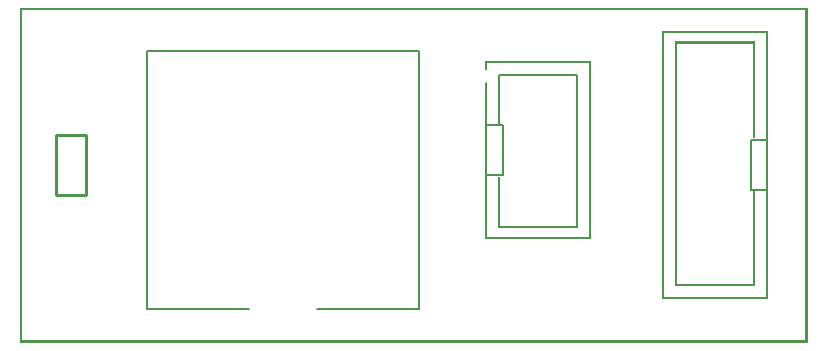
<source format=gto>
G04 MADE WITH FRITZING*
G04 WWW.FRITZING.ORG*
G04 DOUBLE SIDED*
G04 HOLES PLATED*
G04 CONTOUR ON CENTER OF CONTOUR VECTOR*
%ASAXBY*%
%FSLAX23Y23*%
%MOIN*%
%OFA0B0*%
%SFA1.0B1.0*%
%ADD10R,0.063000X0.173200X0.047000X0.157200*%
%ADD11C,0.008000*%
%ADD12C,0.010000*%
%ADD13C,0.008003*%
%ADD14R,0.001000X0.001000*%
%LNSILK1*%
G90*
G70*
G54D11*
X2436Y675D02*
X2491Y675D01*
X2491Y510D01*
X2436Y510D01*
X2436Y675D01*
D02*
X1554Y725D02*
X1609Y725D01*
X1609Y560D01*
X1554Y560D01*
X1554Y725D01*
D02*
G54D12*
X122Y693D02*
X122Y493D01*
D02*
X122Y493D02*
X222Y493D01*
D02*
X222Y493D02*
X222Y693D01*
D02*
X222Y693D02*
X122Y693D01*
G54D13*
D02*
X1330Y111D02*
X1330Y974D01*
D02*
X1330Y974D02*
X425Y974D01*
D02*
X425Y974D02*
X425Y111D01*
D02*
X1330Y111D02*
X991Y111D01*
D02*
X764Y111D02*
X425Y111D01*
G54D11*
X1597Y726D02*
X1597Y893D01*
X1856Y893D01*
X1856Y386D01*
X1597Y386D01*
X1597Y553D01*
D02*
G54D14*
X0Y1116D02*
X2625Y1116D01*
X0Y1115D02*
X2625Y1115D01*
X0Y1114D02*
X2625Y1114D01*
X0Y1113D02*
X2625Y1113D01*
X0Y1112D02*
X2625Y1112D01*
X0Y1111D02*
X2625Y1111D01*
X0Y1110D02*
X2625Y1110D01*
X0Y1109D02*
X2625Y1109D01*
X0Y1108D02*
X7Y1108D01*
X2618Y1108D02*
X2625Y1108D01*
X0Y1107D02*
X7Y1107D01*
X2618Y1107D02*
X2625Y1107D01*
X0Y1106D02*
X7Y1106D01*
X2618Y1106D02*
X2625Y1106D01*
X0Y1105D02*
X7Y1105D01*
X2618Y1105D02*
X2625Y1105D01*
X0Y1104D02*
X7Y1104D01*
X2618Y1104D02*
X2625Y1104D01*
X0Y1103D02*
X7Y1103D01*
X2618Y1103D02*
X2625Y1103D01*
X0Y1102D02*
X7Y1102D01*
X2618Y1102D02*
X2625Y1102D01*
X0Y1101D02*
X7Y1101D01*
X2618Y1101D02*
X2625Y1101D01*
X0Y1100D02*
X7Y1100D01*
X2618Y1100D02*
X2625Y1100D01*
X0Y1099D02*
X7Y1099D01*
X2618Y1099D02*
X2625Y1099D01*
X0Y1098D02*
X7Y1098D01*
X2618Y1098D02*
X2625Y1098D01*
X0Y1097D02*
X7Y1097D01*
X2618Y1097D02*
X2625Y1097D01*
X0Y1096D02*
X7Y1096D01*
X2618Y1096D02*
X2625Y1096D01*
X0Y1095D02*
X7Y1095D01*
X2618Y1095D02*
X2625Y1095D01*
X0Y1094D02*
X7Y1094D01*
X2618Y1094D02*
X2625Y1094D01*
X0Y1093D02*
X7Y1093D01*
X2618Y1093D02*
X2625Y1093D01*
X0Y1092D02*
X7Y1092D01*
X2618Y1092D02*
X2625Y1092D01*
X0Y1091D02*
X7Y1091D01*
X2618Y1091D02*
X2625Y1091D01*
X0Y1090D02*
X7Y1090D01*
X2618Y1090D02*
X2625Y1090D01*
X0Y1089D02*
X7Y1089D01*
X2618Y1089D02*
X2625Y1089D01*
X0Y1088D02*
X7Y1088D01*
X2618Y1088D02*
X2625Y1088D01*
X0Y1087D02*
X7Y1087D01*
X2618Y1087D02*
X2625Y1087D01*
X0Y1086D02*
X7Y1086D01*
X2618Y1086D02*
X2625Y1086D01*
X0Y1085D02*
X7Y1085D01*
X2618Y1085D02*
X2625Y1085D01*
X0Y1084D02*
X7Y1084D01*
X2618Y1084D02*
X2625Y1084D01*
X0Y1083D02*
X7Y1083D01*
X2618Y1083D02*
X2625Y1083D01*
X0Y1082D02*
X7Y1082D01*
X2618Y1082D02*
X2625Y1082D01*
X0Y1081D02*
X7Y1081D01*
X2618Y1081D02*
X2625Y1081D01*
X0Y1080D02*
X7Y1080D01*
X2618Y1080D02*
X2625Y1080D01*
X0Y1079D02*
X7Y1079D01*
X2618Y1079D02*
X2625Y1079D01*
X0Y1078D02*
X7Y1078D01*
X2618Y1078D02*
X2625Y1078D01*
X0Y1077D02*
X7Y1077D01*
X2618Y1077D02*
X2625Y1077D01*
X0Y1076D02*
X7Y1076D01*
X2618Y1076D02*
X2625Y1076D01*
X0Y1075D02*
X7Y1075D01*
X2618Y1075D02*
X2625Y1075D01*
X0Y1074D02*
X7Y1074D01*
X2618Y1074D02*
X2625Y1074D01*
X0Y1073D02*
X7Y1073D01*
X2618Y1073D02*
X2625Y1073D01*
X0Y1072D02*
X7Y1072D01*
X2618Y1072D02*
X2625Y1072D01*
X0Y1071D02*
X7Y1071D01*
X2618Y1071D02*
X2625Y1071D01*
X0Y1070D02*
X7Y1070D01*
X2618Y1070D02*
X2625Y1070D01*
X0Y1069D02*
X7Y1069D01*
X2618Y1069D02*
X2625Y1069D01*
X0Y1068D02*
X7Y1068D01*
X2618Y1068D02*
X2625Y1068D01*
X0Y1067D02*
X7Y1067D01*
X2618Y1067D02*
X2625Y1067D01*
X0Y1066D02*
X7Y1066D01*
X2618Y1066D02*
X2625Y1066D01*
X0Y1065D02*
X7Y1065D01*
X2618Y1065D02*
X2625Y1065D01*
X0Y1064D02*
X7Y1064D01*
X2618Y1064D02*
X2625Y1064D01*
X0Y1063D02*
X7Y1063D01*
X2618Y1063D02*
X2625Y1063D01*
X0Y1062D02*
X7Y1062D01*
X2618Y1062D02*
X2625Y1062D01*
X0Y1061D02*
X7Y1061D01*
X2618Y1061D02*
X2625Y1061D01*
X0Y1060D02*
X7Y1060D01*
X2618Y1060D02*
X2625Y1060D01*
X0Y1059D02*
X7Y1059D01*
X2618Y1059D02*
X2625Y1059D01*
X0Y1058D02*
X7Y1058D01*
X2618Y1058D02*
X2625Y1058D01*
X0Y1057D02*
X7Y1057D01*
X2618Y1057D02*
X2625Y1057D01*
X0Y1056D02*
X7Y1056D01*
X2618Y1056D02*
X2625Y1056D01*
X0Y1055D02*
X7Y1055D01*
X2618Y1055D02*
X2625Y1055D01*
X0Y1054D02*
X7Y1054D01*
X2618Y1054D02*
X2625Y1054D01*
X0Y1053D02*
X7Y1053D01*
X2618Y1053D02*
X2625Y1053D01*
X0Y1052D02*
X7Y1052D01*
X2618Y1052D02*
X2625Y1052D01*
X0Y1051D02*
X7Y1051D01*
X2618Y1051D02*
X2625Y1051D01*
X0Y1050D02*
X7Y1050D01*
X2618Y1050D02*
X2625Y1050D01*
X0Y1049D02*
X7Y1049D01*
X2618Y1049D02*
X2625Y1049D01*
X0Y1048D02*
X7Y1048D01*
X2618Y1048D02*
X2625Y1048D01*
X0Y1047D02*
X7Y1047D01*
X2618Y1047D02*
X2625Y1047D01*
X0Y1046D02*
X7Y1046D01*
X2618Y1046D02*
X2625Y1046D01*
X0Y1045D02*
X7Y1045D01*
X2618Y1045D02*
X2625Y1045D01*
X0Y1044D02*
X7Y1044D01*
X2618Y1044D02*
X2625Y1044D01*
X0Y1043D02*
X7Y1043D01*
X2618Y1043D02*
X2625Y1043D01*
X0Y1042D02*
X7Y1042D01*
X2618Y1042D02*
X2625Y1042D01*
X0Y1041D02*
X7Y1041D01*
X2618Y1041D02*
X2625Y1041D01*
X0Y1040D02*
X7Y1040D01*
X2140Y1040D02*
X2493Y1040D01*
X2618Y1040D02*
X2625Y1040D01*
X0Y1039D02*
X7Y1039D01*
X2140Y1039D02*
X2493Y1039D01*
X2618Y1039D02*
X2625Y1039D01*
X0Y1038D02*
X7Y1038D01*
X2140Y1038D02*
X2493Y1038D01*
X2618Y1038D02*
X2625Y1038D01*
X0Y1037D02*
X7Y1037D01*
X2140Y1037D02*
X2493Y1037D01*
X2618Y1037D02*
X2625Y1037D01*
X0Y1036D02*
X7Y1036D01*
X2140Y1036D02*
X2493Y1036D01*
X2618Y1036D02*
X2625Y1036D01*
X0Y1035D02*
X7Y1035D01*
X2140Y1035D02*
X2493Y1035D01*
X2618Y1035D02*
X2625Y1035D01*
X0Y1034D02*
X7Y1034D01*
X2140Y1034D02*
X2493Y1034D01*
X2618Y1034D02*
X2625Y1034D01*
X0Y1033D02*
X7Y1033D01*
X2140Y1033D02*
X2493Y1033D01*
X2618Y1033D02*
X2625Y1033D01*
X0Y1032D02*
X7Y1032D01*
X2140Y1032D02*
X2147Y1032D01*
X2486Y1032D02*
X2493Y1032D01*
X2618Y1032D02*
X2625Y1032D01*
X0Y1031D02*
X7Y1031D01*
X2140Y1031D02*
X2147Y1031D01*
X2486Y1031D02*
X2493Y1031D01*
X2618Y1031D02*
X2625Y1031D01*
X0Y1030D02*
X7Y1030D01*
X2140Y1030D02*
X2147Y1030D01*
X2486Y1030D02*
X2493Y1030D01*
X2618Y1030D02*
X2625Y1030D01*
X0Y1029D02*
X7Y1029D01*
X2140Y1029D02*
X2147Y1029D01*
X2486Y1029D02*
X2493Y1029D01*
X2618Y1029D02*
X2625Y1029D01*
X0Y1028D02*
X7Y1028D01*
X2140Y1028D02*
X2147Y1028D01*
X2486Y1028D02*
X2493Y1028D01*
X2618Y1028D02*
X2625Y1028D01*
X0Y1027D02*
X7Y1027D01*
X2140Y1027D02*
X2147Y1027D01*
X2486Y1027D02*
X2493Y1027D01*
X2618Y1027D02*
X2625Y1027D01*
X0Y1026D02*
X7Y1026D01*
X2140Y1026D02*
X2147Y1026D01*
X2486Y1026D02*
X2493Y1026D01*
X2618Y1026D02*
X2625Y1026D01*
X0Y1025D02*
X7Y1025D01*
X2140Y1025D02*
X2147Y1025D01*
X2486Y1025D02*
X2493Y1025D01*
X2618Y1025D02*
X2625Y1025D01*
X0Y1024D02*
X7Y1024D01*
X2140Y1024D02*
X2147Y1024D01*
X2486Y1024D02*
X2493Y1024D01*
X2618Y1024D02*
X2625Y1024D01*
X0Y1023D02*
X7Y1023D01*
X2140Y1023D02*
X2147Y1023D01*
X2486Y1023D02*
X2493Y1023D01*
X2618Y1023D02*
X2625Y1023D01*
X0Y1022D02*
X7Y1022D01*
X2140Y1022D02*
X2147Y1022D01*
X2486Y1022D02*
X2493Y1022D01*
X2618Y1022D02*
X2625Y1022D01*
X0Y1021D02*
X7Y1021D01*
X2140Y1021D02*
X2147Y1021D01*
X2486Y1021D02*
X2493Y1021D01*
X2618Y1021D02*
X2625Y1021D01*
X0Y1020D02*
X7Y1020D01*
X2140Y1020D02*
X2147Y1020D01*
X2486Y1020D02*
X2493Y1020D01*
X2618Y1020D02*
X2625Y1020D01*
X0Y1019D02*
X7Y1019D01*
X2140Y1019D02*
X2147Y1019D01*
X2486Y1019D02*
X2493Y1019D01*
X2618Y1019D02*
X2625Y1019D01*
X0Y1018D02*
X7Y1018D01*
X2140Y1018D02*
X2147Y1018D01*
X2486Y1018D02*
X2493Y1018D01*
X2618Y1018D02*
X2625Y1018D01*
X0Y1017D02*
X7Y1017D01*
X2140Y1017D02*
X2147Y1017D01*
X2486Y1017D02*
X2493Y1017D01*
X2618Y1017D02*
X2625Y1017D01*
X0Y1016D02*
X7Y1016D01*
X2140Y1016D02*
X2147Y1016D01*
X2486Y1016D02*
X2493Y1016D01*
X2618Y1016D02*
X2625Y1016D01*
X0Y1015D02*
X7Y1015D01*
X2140Y1015D02*
X2147Y1015D01*
X2486Y1015D02*
X2493Y1015D01*
X2618Y1015D02*
X2625Y1015D01*
X0Y1014D02*
X7Y1014D01*
X2140Y1014D02*
X2147Y1014D01*
X2486Y1014D02*
X2493Y1014D01*
X2618Y1014D02*
X2625Y1014D01*
X0Y1013D02*
X7Y1013D01*
X2140Y1013D02*
X2147Y1013D01*
X2486Y1013D02*
X2493Y1013D01*
X2618Y1013D02*
X2625Y1013D01*
X0Y1012D02*
X7Y1012D01*
X2140Y1012D02*
X2147Y1012D01*
X2486Y1012D02*
X2493Y1012D01*
X2618Y1012D02*
X2625Y1012D01*
X0Y1011D02*
X7Y1011D01*
X2140Y1011D02*
X2147Y1011D01*
X2486Y1011D02*
X2493Y1011D01*
X2618Y1011D02*
X2625Y1011D01*
X0Y1010D02*
X7Y1010D01*
X2140Y1010D02*
X2147Y1010D01*
X2486Y1010D02*
X2493Y1010D01*
X2618Y1010D02*
X2625Y1010D01*
X0Y1009D02*
X7Y1009D01*
X2140Y1009D02*
X2147Y1009D01*
X2486Y1009D02*
X2493Y1009D01*
X2618Y1009D02*
X2625Y1009D01*
X0Y1008D02*
X7Y1008D01*
X2140Y1008D02*
X2147Y1008D01*
X2486Y1008D02*
X2493Y1008D01*
X2618Y1008D02*
X2625Y1008D01*
X0Y1007D02*
X7Y1007D01*
X2140Y1007D02*
X2147Y1007D01*
X2486Y1007D02*
X2493Y1007D01*
X2618Y1007D02*
X2625Y1007D01*
X0Y1006D02*
X7Y1006D01*
X2140Y1006D02*
X2147Y1006D01*
X2486Y1006D02*
X2493Y1006D01*
X2618Y1006D02*
X2625Y1006D01*
X0Y1005D02*
X7Y1005D01*
X2140Y1005D02*
X2147Y1005D01*
X2486Y1005D02*
X2493Y1005D01*
X2618Y1005D02*
X2625Y1005D01*
X0Y1004D02*
X7Y1004D01*
X2140Y1004D02*
X2147Y1004D01*
X2183Y1004D02*
X2450Y1004D01*
X2486Y1004D02*
X2493Y1004D01*
X2618Y1004D02*
X2625Y1004D01*
X0Y1003D02*
X7Y1003D01*
X2140Y1003D02*
X2147Y1003D01*
X2183Y1003D02*
X2450Y1003D01*
X2486Y1003D02*
X2493Y1003D01*
X2618Y1003D02*
X2625Y1003D01*
X0Y1002D02*
X7Y1002D01*
X2140Y1002D02*
X2147Y1002D01*
X2183Y1002D02*
X2450Y1002D01*
X2486Y1002D02*
X2493Y1002D01*
X2618Y1002D02*
X2625Y1002D01*
X0Y1001D02*
X7Y1001D01*
X2140Y1001D02*
X2147Y1001D01*
X2183Y1001D02*
X2450Y1001D01*
X2486Y1001D02*
X2493Y1001D01*
X2618Y1001D02*
X2625Y1001D01*
X0Y1000D02*
X7Y1000D01*
X2140Y1000D02*
X2147Y1000D01*
X2183Y1000D02*
X2450Y1000D01*
X2486Y1000D02*
X2493Y1000D01*
X2618Y1000D02*
X2625Y1000D01*
X0Y999D02*
X7Y999D01*
X2140Y999D02*
X2147Y999D01*
X2183Y999D02*
X2450Y999D01*
X2486Y999D02*
X2493Y999D01*
X2618Y999D02*
X2625Y999D01*
X0Y998D02*
X7Y998D01*
X2140Y998D02*
X2147Y998D01*
X2183Y998D02*
X2450Y998D01*
X2486Y998D02*
X2493Y998D01*
X2618Y998D02*
X2625Y998D01*
X0Y997D02*
X7Y997D01*
X2140Y997D02*
X2147Y997D01*
X2183Y997D02*
X2450Y997D01*
X2486Y997D02*
X2493Y997D01*
X2618Y997D02*
X2625Y997D01*
X0Y996D02*
X7Y996D01*
X2140Y996D02*
X2147Y996D01*
X2183Y996D02*
X2190Y996D01*
X2443Y996D02*
X2450Y996D01*
X2486Y996D02*
X2493Y996D01*
X2618Y996D02*
X2625Y996D01*
X0Y995D02*
X7Y995D01*
X2140Y995D02*
X2147Y995D01*
X2183Y995D02*
X2190Y995D01*
X2443Y995D02*
X2450Y995D01*
X2486Y995D02*
X2493Y995D01*
X2618Y995D02*
X2625Y995D01*
X0Y994D02*
X7Y994D01*
X2140Y994D02*
X2147Y994D01*
X2183Y994D02*
X2190Y994D01*
X2443Y994D02*
X2450Y994D01*
X2486Y994D02*
X2493Y994D01*
X2618Y994D02*
X2625Y994D01*
X0Y993D02*
X7Y993D01*
X2140Y993D02*
X2147Y993D01*
X2183Y993D02*
X2190Y993D01*
X2443Y993D02*
X2450Y993D01*
X2486Y993D02*
X2493Y993D01*
X2618Y993D02*
X2625Y993D01*
X0Y992D02*
X7Y992D01*
X2140Y992D02*
X2147Y992D01*
X2183Y992D02*
X2190Y992D01*
X2443Y992D02*
X2450Y992D01*
X2486Y992D02*
X2493Y992D01*
X2618Y992D02*
X2625Y992D01*
X0Y991D02*
X7Y991D01*
X2140Y991D02*
X2147Y991D01*
X2183Y991D02*
X2190Y991D01*
X2443Y991D02*
X2450Y991D01*
X2486Y991D02*
X2493Y991D01*
X2618Y991D02*
X2625Y991D01*
X0Y990D02*
X7Y990D01*
X2140Y990D02*
X2147Y990D01*
X2183Y990D02*
X2190Y990D01*
X2443Y990D02*
X2450Y990D01*
X2486Y990D02*
X2493Y990D01*
X2618Y990D02*
X2625Y990D01*
X0Y989D02*
X7Y989D01*
X2140Y989D02*
X2147Y989D01*
X2183Y989D02*
X2190Y989D01*
X2443Y989D02*
X2450Y989D01*
X2486Y989D02*
X2493Y989D01*
X2618Y989D02*
X2625Y989D01*
X0Y988D02*
X7Y988D01*
X2140Y988D02*
X2147Y988D01*
X2183Y988D02*
X2190Y988D01*
X2443Y988D02*
X2450Y988D01*
X2486Y988D02*
X2493Y988D01*
X2618Y988D02*
X2625Y988D01*
X0Y987D02*
X7Y987D01*
X2140Y987D02*
X2147Y987D01*
X2183Y987D02*
X2190Y987D01*
X2443Y987D02*
X2450Y987D01*
X2486Y987D02*
X2493Y987D01*
X2618Y987D02*
X2625Y987D01*
X0Y986D02*
X7Y986D01*
X2140Y986D02*
X2147Y986D01*
X2183Y986D02*
X2190Y986D01*
X2443Y986D02*
X2450Y986D01*
X2486Y986D02*
X2493Y986D01*
X2618Y986D02*
X2625Y986D01*
X0Y985D02*
X7Y985D01*
X2140Y985D02*
X2147Y985D01*
X2183Y985D02*
X2190Y985D01*
X2443Y985D02*
X2450Y985D01*
X2486Y985D02*
X2493Y985D01*
X2618Y985D02*
X2625Y985D01*
X0Y984D02*
X7Y984D01*
X2140Y984D02*
X2147Y984D01*
X2183Y984D02*
X2190Y984D01*
X2443Y984D02*
X2450Y984D01*
X2486Y984D02*
X2493Y984D01*
X2618Y984D02*
X2625Y984D01*
X0Y983D02*
X7Y983D01*
X2140Y983D02*
X2147Y983D01*
X2183Y983D02*
X2190Y983D01*
X2443Y983D02*
X2450Y983D01*
X2486Y983D02*
X2493Y983D01*
X2618Y983D02*
X2625Y983D01*
X0Y982D02*
X7Y982D01*
X2140Y982D02*
X2147Y982D01*
X2183Y982D02*
X2190Y982D01*
X2443Y982D02*
X2450Y982D01*
X2486Y982D02*
X2493Y982D01*
X2618Y982D02*
X2625Y982D01*
X0Y981D02*
X7Y981D01*
X2140Y981D02*
X2147Y981D01*
X2183Y981D02*
X2190Y981D01*
X2443Y981D02*
X2450Y981D01*
X2486Y981D02*
X2493Y981D01*
X2618Y981D02*
X2625Y981D01*
X0Y980D02*
X7Y980D01*
X2140Y980D02*
X2147Y980D01*
X2183Y980D02*
X2190Y980D01*
X2443Y980D02*
X2450Y980D01*
X2486Y980D02*
X2493Y980D01*
X2618Y980D02*
X2625Y980D01*
X0Y979D02*
X7Y979D01*
X2140Y979D02*
X2147Y979D01*
X2183Y979D02*
X2190Y979D01*
X2443Y979D02*
X2450Y979D01*
X2486Y979D02*
X2493Y979D01*
X2618Y979D02*
X2625Y979D01*
X0Y978D02*
X7Y978D01*
X2140Y978D02*
X2147Y978D01*
X2183Y978D02*
X2190Y978D01*
X2443Y978D02*
X2450Y978D01*
X2486Y978D02*
X2493Y978D01*
X2618Y978D02*
X2625Y978D01*
X0Y977D02*
X7Y977D01*
X2140Y977D02*
X2147Y977D01*
X2183Y977D02*
X2190Y977D01*
X2443Y977D02*
X2450Y977D01*
X2486Y977D02*
X2493Y977D01*
X2618Y977D02*
X2625Y977D01*
X0Y976D02*
X7Y976D01*
X2140Y976D02*
X2147Y976D01*
X2183Y976D02*
X2190Y976D01*
X2443Y976D02*
X2450Y976D01*
X2486Y976D02*
X2493Y976D01*
X2618Y976D02*
X2625Y976D01*
X0Y975D02*
X7Y975D01*
X2140Y975D02*
X2147Y975D01*
X2183Y975D02*
X2190Y975D01*
X2443Y975D02*
X2450Y975D01*
X2486Y975D02*
X2493Y975D01*
X2618Y975D02*
X2625Y975D01*
X0Y974D02*
X7Y974D01*
X2140Y974D02*
X2147Y974D01*
X2183Y974D02*
X2190Y974D01*
X2443Y974D02*
X2450Y974D01*
X2486Y974D02*
X2493Y974D01*
X2618Y974D02*
X2625Y974D01*
X0Y973D02*
X7Y973D01*
X2140Y973D02*
X2147Y973D01*
X2183Y973D02*
X2190Y973D01*
X2443Y973D02*
X2450Y973D01*
X2486Y973D02*
X2493Y973D01*
X2618Y973D02*
X2625Y973D01*
X0Y972D02*
X7Y972D01*
X2140Y972D02*
X2147Y972D01*
X2183Y972D02*
X2190Y972D01*
X2443Y972D02*
X2450Y972D01*
X2486Y972D02*
X2493Y972D01*
X2618Y972D02*
X2625Y972D01*
X0Y971D02*
X7Y971D01*
X2140Y971D02*
X2147Y971D01*
X2183Y971D02*
X2190Y971D01*
X2443Y971D02*
X2450Y971D01*
X2486Y971D02*
X2493Y971D01*
X2618Y971D02*
X2625Y971D01*
X0Y970D02*
X7Y970D01*
X2140Y970D02*
X2147Y970D01*
X2183Y970D02*
X2190Y970D01*
X2443Y970D02*
X2450Y970D01*
X2486Y970D02*
X2493Y970D01*
X2618Y970D02*
X2625Y970D01*
X0Y969D02*
X7Y969D01*
X2140Y969D02*
X2147Y969D01*
X2183Y969D02*
X2190Y969D01*
X2443Y969D02*
X2450Y969D01*
X2486Y969D02*
X2493Y969D01*
X2618Y969D02*
X2625Y969D01*
X0Y968D02*
X7Y968D01*
X2140Y968D02*
X2147Y968D01*
X2183Y968D02*
X2190Y968D01*
X2443Y968D02*
X2450Y968D01*
X2486Y968D02*
X2493Y968D01*
X2618Y968D02*
X2625Y968D01*
X0Y967D02*
X7Y967D01*
X2140Y967D02*
X2147Y967D01*
X2183Y967D02*
X2190Y967D01*
X2443Y967D02*
X2450Y967D01*
X2486Y967D02*
X2493Y967D01*
X2618Y967D02*
X2625Y967D01*
X0Y966D02*
X7Y966D01*
X2140Y966D02*
X2147Y966D01*
X2183Y966D02*
X2190Y966D01*
X2443Y966D02*
X2450Y966D01*
X2486Y966D02*
X2493Y966D01*
X2618Y966D02*
X2625Y966D01*
X0Y965D02*
X7Y965D01*
X2140Y965D02*
X2147Y965D01*
X2183Y965D02*
X2190Y965D01*
X2443Y965D02*
X2450Y965D01*
X2486Y965D02*
X2493Y965D01*
X2618Y965D02*
X2625Y965D01*
X0Y964D02*
X7Y964D01*
X2140Y964D02*
X2147Y964D01*
X2183Y964D02*
X2190Y964D01*
X2443Y964D02*
X2450Y964D01*
X2486Y964D02*
X2493Y964D01*
X2618Y964D02*
X2625Y964D01*
X0Y963D02*
X7Y963D01*
X2140Y963D02*
X2147Y963D01*
X2183Y963D02*
X2190Y963D01*
X2443Y963D02*
X2450Y963D01*
X2486Y963D02*
X2493Y963D01*
X2618Y963D02*
X2625Y963D01*
X0Y962D02*
X7Y962D01*
X2140Y962D02*
X2147Y962D01*
X2183Y962D02*
X2190Y962D01*
X2443Y962D02*
X2450Y962D01*
X2486Y962D02*
X2493Y962D01*
X2618Y962D02*
X2625Y962D01*
X0Y961D02*
X7Y961D01*
X2140Y961D02*
X2147Y961D01*
X2183Y961D02*
X2190Y961D01*
X2443Y961D02*
X2450Y961D01*
X2486Y961D02*
X2493Y961D01*
X2618Y961D02*
X2625Y961D01*
X0Y960D02*
X7Y960D01*
X2140Y960D02*
X2147Y960D01*
X2183Y960D02*
X2190Y960D01*
X2443Y960D02*
X2450Y960D01*
X2486Y960D02*
X2493Y960D01*
X2618Y960D02*
X2625Y960D01*
X0Y959D02*
X7Y959D01*
X2140Y959D02*
X2147Y959D01*
X2183Y959D02*
X2190Y959D01*
X2443Y959D02*
X2450Y959D01*
X2486Y959D02*
X2493Y959D01*
X2618Y959D02*
X2625Y959D01*
X0Y958D02*
X7Y958D01*
X2140Y958D02*
X2147Y958D01*
X2183Y958D02*
X2190Y958D01*
X2443Y958D02*
X2450Y958D01*
X2486Y958D02*
X2493Y958D01*
X2618Y958D02*
X2625Y958D01*
X0Y957D02*
X7Y957D01*
X2140Y957D02*
X2147Y957D01*
X2183Y957D02*
X2190Y957D01*
X2443Y957D02*
X2450Y957D01*
X2486Y957D02*
X2493Y957D01*
X2618Y957D02*
X2625Y957D01*
X0Y956D02*
X7Y956D01*
X2140Y956D02*
X2147Y956D01*
X2183Y956D02*
X2190Y956D01*
X2443Y956D02*
X2450Y956D01*
X2486Y956D02*
X2493Y956D01*
X2618Y956D02*
X2625Y956D01*
X0Y955D02*
X7Y955D01*
X2140Y955D02*
X2147Y955D01*
X2183Y955D02*
X2190Y955D01*
X2443Y955D02*
X2450Y955D01*
X2486Y955D02*
X2493Y955D01*
X2618Y955D02*
X2625Y955D01*
X0Y954D02*
X7Y954D01*
X2140Y954D02*
X2147Y954D01*
X2183Y954D02*
X2190Y954D01*
X2443Y954D02*
X2450Y954D01*
X2486Y954D02*
X2493Y954D01*
X2618Y954D02*
X2625Y954D01*
X0Y953D02*
X7Y953D01*
X2140Y953D02*
X2147Y953D01*
X2183Y953D02*
X2190Y953D01*
X2443Y953D02*
X2450Y953D01*
X2486Y953D02*
X2493Y953D01*
X2618Y953D02*
X2625Y953D01*
X0Y952D02*
X7Y952D01*
X2140Y952D02*
X2147Y952D01*
X2183Y952D02*
X2190Y952D01*
X2443Y952D02*
X2450Y952D01*
X2486Y952D02*
X2493Y952D01*
X2618Y952D02*
X2625Y952D01*
X0Y951D02*
X7Y951D01*
X2140Y951D02*
X2147Y951D01*
X2183Y951D02*
X2190Y951D01*
X2443Y951D02*
X2450Y951D01*
X2486Y951D02*
X2493Y951D01*
X2618Y951D02*
X2625Y951D01*
X0Y950D02*
X7Y950D01*
X2140Y950D02*
X2147Y950D01*
X2183Y950D02*
X2190Y950D01*
X2443Y950D02*
X2450Y950D01*
X2486Y950D02*
X2493Y950D01*
X2618Y950D02*
X2625Y950D01*
X0Y949D02*
X7Y949D01*
X2140Y949D02*
X2147Y949D01*
X2183Y949D02*
X2190Y949D01*
X2443Y949D02*
X2450Y949D01*
X2486Y949D02*
X2493Y949D01*
X2618Y949D02*
X2625Y949D01*
X0Y948D02*
X7Y948D01*
X2140Y948D02*
X2147Y948D01*
X2183Y948D02*
X2190Y948D01*
X2443Y948D02*
X2450Y948D01*
X2486Y948D02*
X2493Y948D01*
X2618Y948D02*
X2625Y948D01*
X0Y947D02*
X7Y947D01*
X2140Y947D02*
X2147Y947D01*
X2183Y947D02*
X2190Y947D01*
X2443Y947D02*
X2450Y947D01*
X2486Y947D02*
X2493Y947D01*
X2618Y947D02*
X2625Y947D01*
X0Y946D02*
X7Y946D01*
X2140Y946D02*
X2147Y946D01*
X2183Y946D02*
X2190Y946D01*
X2443Y946D02*
X2450Y946D01*
X2486Y946D02*
X2493Y946D01*
X2618Y946D02*
X2625Y946D01*
X0Y945D02*
X7Y945D01*
X2140Y945D02*
X2147Y945D01*
X2183Y945D02*
X2190Y945D01*
X2443Y945D02*
X2450Y945D01*
X2486Y945D02*
X2493Y945D01*
X2618Y945D02*
X2625Y945D01*
X0Y944D02*
X7Y944D01*
X2140Y944D02*
X2147Y944D01*
X2183Y944D02*
X2190Y944D01*
X2443Y944D02*
X2450Y944D01*
X2486Y944D02*
X2493Y944D01*
X2618Y944D02*
X2625Y944D01*
X0Y943D02*
X7Y943D01*
X2140Y943D02*
X2147Y943D01*
X2183Y943D02*
X2190Y943D01*
X2443Y943D02*
X2450Y943D01*
X2486Y943D02*
X2493Y943D01*
X2618Y943D02*
X2625Y943D01*
X0Y942D02*
X7Y942D01*
X2140Y942D02*
X2147Y942D01*
X2183Y942D02*
X2190Y942D01*
X2443Y942D02*
X2450Y942D01*
X2486Y942D02*
X2493Y942D01*
X2618Y942D02*
X2625Y942D01*
X0Y941D02*
X7Y941D01*
X2140Y941D02*
X2147Y941D01*
X2183Y941D02*
X2190Y941D01*
X2443Y941D02*
X2450Y941D01*
X2486Y941D02*
X2493Y941D01*
X2618Y941D02*
X2625Y941D01*
X0Y940D02*
X7Y940D01*
X1550Y940D02*
X1903Y940D01*
X2140Y940D02*
X2147Y940D01*
X2183Y940D02*
X2190Y940D01*
X2443Y940D02*
X2450Y940D01*
X2486Y940D02*
X2493Y940D01*
X2618Y940D02*
X2625Y940D01*
X0Y939D02*
X7Y939D01*
X1550Y939D02*
X1903Y939D01*
X2140Y939D02*
X2147Y939D01*
X2183Y939D02*
X2190Y939D01*
X2443Y939D02*
X2450Y939D01*
X2486Y939D02*
X2493Y939D01*
X2618Y939D02*
X2625Y939D01*
X0Y938D02*
X7Y938D01*
X1550Y938D02*
X1903Y938D01*
X2140Y938D02*
X2147Y938D01*
X2183Y938D02*
X2190Y938D01*
X2443Y938D02*
X2450Y938D01*
X2486Y938D02*
X2493Y938D01*
X2618Y938D02*
X2625Y938D01*
X0Y937D02*
X7Y937D01*
X1550Y937D02*
X1903Y937D01*
X2140Y937D02*
X2147Y937D01*
X2183Y937D02*
X2190Y937D01*
X2443Y937D02*
X2450Y937D01*
X2486Y937D02*
X2493Y937D01*
X2618Y937D02*
X2625Y937D01*
X0Y936D02*
X7Y936D01*
X1550Y936D02*
X1903Y936D01*
X2140Y936D02*
X2147Y936D01*
X2183Y936D02*
X2190Y936D01*
X2443Y936D02*
X2450Y936D01*
X2486Y936D02*
X2493Y936D01*
X2618Y936D02*
X2625Y936D01*
X0Y935D02*
X7Y935D01*
X1550Y935D02*
X1903Y935D01*
X2140Y935D02*
X2147Y935D01*
X2183Y935D02*
X2190Y935D01*
X2443Y935D02*
X2450Y935D01*
X2486Y935D02*
X2493Y935D01*
X2618Y935D02*
X2625Y935D01*
X0Y934D02*
X7Y934D01*
X1550Y934D02*
X1903Y934D01*
X2140Y934D02*
X2147Y934D01*
X2183Y934D02*
X2190Y934D01*
X2443Y934D02*
X2450Y934D01*
X2486Y934D02*
X2493Y934D01*
X2618Y934D02*
X2625Y934D01*
X0Y933D02*
X7Y933D01*
X1550Y933D02*
X1903Y933D01*
X2140Y933D02*
X2147Y933D01*
X2183Y933D02*
X2190Y933D01*
X2443Y933D02*
X2450Y933D01*
X2486Y933D02*
X2493Y933D01*
X2618Y933D02*
X2625Y933D01*
X0Y932D02*
X7Y932D01*
X1550Y932D02*
X1557Y932D01*
X1896Y932D02*
X1903Y932D01*
X2140Y932D02*
X2147Y932D01*
X2183Y932D02*
X2190Y932D01*
X2443Y932D02*
X2450Y932D01*
X2486Y932D02*
X2493Y932D01*
X2618Y932D02*
X2625Y932D01*
X0Y931D02*
X7Y931D01*
X1550Y931D02*
X1557Y931D01*
X1896Y931D02*
X1903Y931D01*
X2140Y931D02*
X2147Y931D01*
X2183Y931D02*
X2190Y931D01*
X2443Y931D02*
X2450Y931D01*
X2486Y931D02*
X2493Y931D01*
X2618Y931D02*
X2625Y931D01*
X0Y930D02*
X7Y930D01*
X1550Y930D02*
X1557Y930D01*
X1896Y930D02*
X1903Y930D01*
X2140Y930D02*
X2147Y930D01*
X2183Y930D02*
X2190Y930D01*
X2443Y930D02*
X2450Y930D01*
X2486Y930D02*
X2493Y930D01*
X2618Y930D02*
X2625Y930D01*
X0Y929D02*
X7Y929D01*
X1550Y929D02*
X1557Y929D01*
X1896Y929D02*
X1903Y929D01*
X2140Y929D02*
X2147Y929D01*
X2183Y929D02*
X2190Y929D01*
X2443Y929D02*
X2450Y929D01*
X2486Y929D02*
X2493Y929D01*
X2618Y929D02*
X2625Y929D01*
X0Y928D02*
X7Y928D01*
X1550Y928D02*
X1557Y928D01*
X1896Y928D02*
X1903Y928D01*
X2140Y928D02*
X2147Y928D01*
X2183Y928D02*
X2190Y928D01*
X2443Y928D02*
X2450Y928D01*
X2486Y928D02*
X2493Y928D01*
X2618Y928D02*
X2625Y928D01*
X0Y927D02*
X7Y927D01*
X1550Y927D02*
X1557Y927D01*
X1896Y927D02*
X1903Y927D01*
X2140Y927D02*
X2147Y927D01*
X2183Y927D02*
X2190Y927D01*
X2443Y927D02*
X2450Y927D01*
X2486Y927D02*
X2493Y927D01*
X2618Y927D02*
X2625Y927D01*
X0Y926D02*
X7Y926D01*
X1550Y926D02*
X1557Y926D01*
X1896Y926D02*
X1903Y926D01*
X2140Y926D02*
X2147Y926D01*
X2183Y926D02*
X2190Y926D01*
X2443Y926D02*
X2450Y926D01*
X2486Y926D02*
X2493Y926D01*
X2618Y926D02*
X2625Y926D01*
X0Y925D02*
X7Y925D01*
X1550Y925D02*
X1557Y925D01*
X1896Y925D02*
X1903Y925D01*
X2140Y925D02*
X2147Y925D01*
X2183Y925D02*
X2190Y925D01*
X2443Y925D02*
X2450Y925D01*
X2486Y925D02*
X2493Y925D01*
X2618Y925D02*
X2625Y925D01*
X0Y924D02*
X7Y924D01*
X1550Y924D02*
X1557Y924D01*
X1896Y924D02*
X1903Y924D01*
X2140Y924D02*
X2147Y924D01*
X2183Y924D02*
X2190Y924D01*
X2443Y924D02*
X2450Y924D01*
X2486Y924D02*
X2493Y924D01*
X2618Y924D02*
X2625Y924D01*
X0Y923D02*
X7Y923D01*
X1550Y923D02*
X1557Y923D01*
X1896Y923D02*
X1903Y923D01*
X2140Y923D02*
X2147Y923D01*
X2183Y923D02*
X2190Y923D01*
X2443Y923D02*
X2450Y923D01*
X2486Y923D02*
X2493Y923D01*
X2618Y923D02*
X2625Y923D01*
X0Y922D02*
X7Y922D01*
X1550Y922D02*
X1557Y922D01*
X1896Y922D02*
X1903Y922D01*
X2140Y922D02*
X2147Y922D01*
X2183Y922D02*
X2190Y922D01*
X2443Y922D02*
X2450Y922D01*
X2486Y922D02*
X2493Y922D01*
X2618Y922D02*
X2625Y922D01*
X0Y921D02*
X7Y921D01*
X1550Y921D02*
X1557Y921D01*
X1896Y921D02*
X1903Y921D01*
X2140Y921D02*
X2147Y921D01*
X2183Y921D02*
X2190Y921D01*
X2443Y921D02*
X2450Y921D01*
X2486Y921D02*
X2493Y921D01*
X2618Y921D02*
X2625Y921D01*
X0Y920D02*
X7Y920D01*
X1550Y920D02*
X1557Y920D01*
X1896Y920D02*
X1903Y920D01*
X2140Y920D02*
X2147Y920D01*
X2183Y920D02*
X2190Y920D01*
X2443Y920D02*
X2450Y920D01*
X2486Y920D02*
X2493Y920D01*
X2618Y920D02*
X2625Y920D01*
X0Y919D02*
X7Y919D01*
X1550Y919D02*
X1557Y919D01*
X1896Y919D02*
X1903Y919D01*
X2140Y919D02*
X2147Y919D01*
X2183Y919D02*
X2190Y919D01*
X2443Y919D02*
X2450Y919D01*
X2486Y919D02*
X2493Y919D01*
X2618Y919D02*
X2625Y919D01*
X0Y918D02*
X7Y918D01*
X1550Y918D02*
X1557Y918D01*
X1896Y918D02*
X1903Y918D01*
X2140Y918D02*
X2147Y918D01*
X2183Y918D02*
X2190Y918D01*
X2443Y918D02*
X2450Y918D01*
X2486Y918D02*
X2493Y918D01*
X2618Y918D02*
X2625Y918D01*
X0Y917D02*
X7Y917D01*
X1550Y917D02*
X1557Y917D01*
X1896Y917D02*
X1903Y917D01*
X2140Y917D02*
X2147Y917D01*
X2183Y917D02*
X2190Y917D01*
X2443Y917D02*
X2450Y917D01*
X2486Y917D02*
X2493Y917D01*
X2618Y917D02*
X2625Y917D01*
X0Y916D02*
X7Y916D01*
X1550Y916D02*
X1557Y916D01*
X1896Y916D02*
X1903Y916D01*
X2140Y916D02*
X2147Y916D01*
X2183Y916D02*
X2190Y916D01*
X2443Y916D02*
X2450Y916D01*
X2486Y916D02*
X2493Y916D01*
X2618Y916D02*
X2625Y916D01*
X0Y915D02*
X7Y915D01*
X1550Y915D02*
X1557Y915D01*
X1896Y915D02*
X1903Y915D01*
X2140Y915D02*
X2147Y915D01*
X2183Y915D02*
X2190Y915D01*
X2443Y915D02*
X2450Y915D01*
X2486Y915D02*
X2493Y915D01*
X2618Y915D02*
X2625Y915D01*
X0Y914D02*
X7Y914D01*
X1550Y914D02*
X1557Y914D01*
X1896Y914D02*
X1903Y914D01*
X2140Y914D02*
X2147Y914D01*
X2183Y914D02*
X2190Y914D01*
X2443Y914D02*
X2450Y914D01*
X2486Y914D02*
X2493Y914D01*
X2618Y914D02*
X2625Y914D01*
X0Y913D02*
X7Y913D01*
X1550Y913D02*
X1557Y913D01*
X1896Y913D02*
X1903Y913D01*
X2140Y913D02*
X2147Y913D01*
X2183Y913D02*
X2190Y913D01*
X2443Y913D02*
X2450Y913D01*
X2486Y913D02*
X2493Y913D01*
X2618Y913D02*
X2625Y913D01*
X0Y912D02*
X7Y912D01*
X1550Y912D02*
X1557Y912D01*
X1896Y912D02*
X1903Y912D01*
X2140Y912D02*
X2147Y912D01*
X2183Y912D02*
X2190Y912D01*
X2443Y912D02*
X2450Y912D01*
X2486Y912D02*
X2493Y912D01*
X2618Y912D02*
X2625Y912D01*
X0Y911D02*
X7Y911D01*
X1551Y911D02*
X1557Y911D01*
X1896Y911D02*
X1903Y911D01*
X2140Y911D02*
X2147Y911D01*
X2183Y911D02*
X2190Y911D01*
X2443Y911D02*
X2450Y911D01*
X2486Y911D02*
X2493Y911D01*
X2618Y911D02*
X2625Y911D01*
X0Y910D02*
X7Y910D01*
X1553Y910D02*
X1557Y910D01*
X1896Y910D02*
X1903Y910D01*
X2140Y910D02*
X2147Y910D01*
X2183Y910D02*
X2190Y910D01*
X2443Y910D02*
X2450Y910D01*
X2486Y910D02*
X2493Y910D01*
X2618Y910D02*
X2625Y910D01*
X0Y909D02*
X7Y909D01*
X1555Y909D02*
X1557Y909D01*
X1896Y909D02*
X1903Y909D01*
X2140Y909D02*
X2147Y909D01*
X2183Y909D02*
X2190Y909D01*
X2443Y909D02*
X2450Y909D01*
X2486Y909D02*
X2493Y909D01*
X2618Y909D02*
X2625Y909D01*
X0Y908D02*
X7Y908D01*
X1557Y908D02*
X1557Y908D01*
X1896Y908D02*
X1903Y908D01*
X2140Y908D02*
X2147Y908D01*
X2183Y908D02*
X2190Y908D01*
X2443Y908D02*
X2450Y908D01*
X2486Y908D02*
X2493Y908D01*
X2618Y908D02*
X2625Y908D01*
X0Y907D02*
X7Y907D01*
X1896Y907D02*
X1903Y907D01*
X2140Y907D02*
X2147Y907D01*
X2183Y907D02*
X2190Y907D01*
X2443Y907D02*
X2450Y907D01*
X2486Y907D02*
X2493Y907D01*
X2618Y907D02*
X2625Y907D01*
X0Y906D02*
X7Y906D01*
X1896Y906D02*
X1903Y906D01*
X2140Y906D02*
X2147Y906D01*
X2183Y906D02*
X2190Y906D01*
X2443Y906D02*
X2450Y906D01*
X2486Y906D02*
X2493Y906D01*
X2618Y906D02*
X2625Y906D01*
X0Y905D02*
X7Y905D01*
X1896Y905D02*
X1903Y905D01*
X2140Y905D02*
X2147Y905D01*
X2183Y905D02*
X2190Y905D01*
X2443Y905D02*
X2450Y905D01*
X2486Y905D02*
X2493Y905D01*
X2618Y905D02*
X2625Y905D01*
X0Y904D02*
X7Y904D01*
X1896Y904D02*
X1903Y904D01*
X2140Y904D02*
X2147Y904D01*
X2183Y904D02*
X2190Y904D01*
X2443Y904D02*
X2450Y904D01*
X2486Y904D02*
X2493Y904D01*
X2618Y904D02*
X2625Y904D01*
X0Y903D02*
X7Y903D01*
X1896Y903D02*
X1903Y903D01*
X2140Y903D02*
X2147Y903D01*
X2183Y903D02*
X2190Y903D01*
X2443Y903D02*
X2450Y903D01*
X2486Y903D02*
X2493Y903D01*
X2618Y903D02*
X2625Y903D01*
X0Y902D02*
X7Y902D01*
X1896Y902D02*
X1903Y902D01*
X2140Y902D02*
X2147Y902D01*
X2183Y902D02*
X2190Y902D01*
X2443Y902D02*
X2450Y902D01*
X2486Y902D02*
X2493Y902D01*
X2618Y902D02*
X2625Y902D01*
X0Y901D02*
X7Y901D01*
X1896Y901D02*
X1903Y901D01*
X2140Y901D02*
X2147Y901D01*
X2183Y901D02*
X2190Y901D01*
X2443Y901D02*
X2450Y901D01*
X2486Y901D02*
X2493Y901D01*
X2618Y901D02*
X2625Y901D01*
X0Y900D02*
X7Y900D01*
X1896Y900D02*
X1903Y900D01*
X2140Y900D02*
X2147Y900D01*
X2183Y900D02*
X2190Y900D01*
X2443Y900D02*
X2450Y900D01*
X2486Y900D02*
X2493Y900D01*
X2618Y900D02*
X2625Y900D01*
X0Y899D02*
X7Y899D01*
X1896Y899D02*
X1903Y899D01*
X2140Y899D02*
X2147Y899D01*
X2183Y899D02*
X2190Y899D01*
X2443Y899D02*
X2450Y899D01*
X2486Y899D02*
X2493Y899D01*
X2618Y899D02*
X2625Y899D01*
X0Y898D02*
X7Y898D01*
X1896Y898D02*
X1903Y898D01*
X2140Y898D02*
X2147Y898D01*
X2183Y898D02*
X2190Y898D01*
X2443Y898D02*
X2450Y898D01*
X2486Y898D02*
X2493Y898D01*
X2618Y898D02*
X2625Y898D01*
X0Y897D02*
X7Y897D01*
X1896Y897D02*
X1903Y897D01*
X2140Y897D02*
X2147Y897D01*
X2183Y897D02*
X2190Y897D01*
X2443Y897D02*
X2450Y897D01*
X2486Y897D02*
X2493Y897D01*
X2618Y897D02*
X2625Y897D01*
X0Y896D02*
X7Y896D01*
X1896Y896D02*
X1903Y896D01*
X2140Y896D02*
X2147Y896D01*
X2183Y896D02*
X2190Y896D01*
X2443Y896D02*
X2450Y896D01*
X2486Y896D02*
X2493Y896D01*
X2618Y896D02*
X2625Y896D01*
X0Y895D02*
X7Y895D01*
X1896Y895D02*
X1903Y895D01*
X2140Y895D02*
X2147Y895D01*
X2183Y895D02*
X2190Y895D01*
X2443Y895D02*
X2450Y895D01*
X2486Y895D02*
X2493Y895D01*
X2618Y895D02*
X2625Y895D01*
X0Y894D02*
X7Y894D01*
X1896Y894D02*
X1903Y894D01*
X2140Y894D02*
X2147Y894D01*
X2183Y894D02*
X2190Y894D01*
X2443Y894D02*
X2450Y894D01*
X2486Y894D02*
X2493Y894D01*
X2618Y894D02*
X2625Y894D01*
X0Y893D02*
X7Y893D01*
X1896Y893D02*
X1903Y893D01*
X2140Y893D02*
X2147Y893D01*
X2183Y893D02*
X2190Y893D01*
X2443Y893D02*
X2450Y893D01*
X2486Y893D02*
X2493Y893D01*
X2618Y893D02*
X2625Y893D01*
X0Y892D02*
X7Y892D01*
X1896Y892D02*
X1903Y892D01*
X2140Y892D02*
X2147Y892D01*
X2183Y892D02*
X2190Y892D01*
X2443Y892D02*
X2450Y892D01*
X2486Y892D02*
X2493Y892D01*
X2618Y892D02*
X2625Y892D01*
X0Y891D02*
X7Y891D01*
X1896Y891D02*
X1903Y891D01*
X2140Y891D02*
X2147Y891D01*
X2183Y891D02*
X2190Y891D01*
X2443Y891D02*
X2450Y891D01*
X2486Y891D02*
X2493Y891D01*
X2618Y891D02*
X2625Y891D01*
X0Y890D02*
X7Y890D01*
X1896Y890D02*
X1903Y890D01*
X2140Y890D02*
X2147Y890D01*
X2183Y890D02*
X2190Y890D01*
X2443Y890D02*
X2450Y890D01*
X2486Y890D02*
X2493Y890D01*
X2618Y890D02*
X2625Y890D01*
X0Y889D02*
X7Y889D01*
X1896Y889D02*
X1903Y889D01*
X2140Y889D02*
X2147Y889D01*
X2183Y889D02*
X2190Y889D01*
X2443Y889D02*
X2450Y889D01*
X2486Y889D02*
X2493Y889D01*
X2618Y889D02*
X2625Y889D01*
X0Y888D02*
X7Y888D01*
X1896Y888D02*
X1903Y888D01*
X2140Y888D02*
X2147Y888D01*
X2183Y888D02*
X2190Y888D01*
X2443Y888D02*
X2450Y888D01*
X2486Y888D02*
X2493Y888D01*
X2618Y888D02*
X2625Y888D01*
X0Y887D02*
X7Y887D01*
X1896Y887D02*
X1903Y887D01*
X2140Y887D02*
X2147Y887D01*
X2183Y887D02*
X2190Y887D01*
X2443Y887D02*
X2450Y887D01*
X2486Y887D02*
X2493Y887D01*
X2618Y887D02*
X2625Y887D01*
X0Y886D02*
X7Y886D01*
X1896Y886D02*
X1903Y886D01*
X2140Y886D02*
X2147Y886D01*
X2183Y886D02*
X2190Y886D01*
X2443Y886D02*
X2450Y886D01*
X2486Y886D02*
X2493Y886D01*
X2618Y886D02*
X2625Y886D01*
X0Y885D02*
X7Y885D01*
X1896Y885D02*
X1903Y885D01*
X2140Y885D02*
X2147Y885D01*
X2183Y885D02*
X2190Y885D01*
X2443Y885D02*
X2450Y885D01*
X2486Y885D02*
X2493Y885D01*
X2618Y885D02*
X2625Y885D01*
X0Y884D02*
X7Y884D01*
X1896Y884D02*
X1903Y884D01*
X2140Y884D02*
X2147Y884D01*
X2183Y884D02*
X2190Y884D01*
X2443Y884D02*
X2450Y884D01*
X2486Y884D02*
X2493Y884D01*
X2618Y884D02*
X2625Y884D01*
X0Y883D02*
X7Y883D01*
X1896Y883D02*
X1903Y883D01*
X2140Y883D02*
X2147Y883D01*
X2183Y883D02*
X2190Y883D01*
X2443Y883D02*
X2450Y883D01*
X2486Y883D02*
X2493Y883D01*
X2618Y883D02*
X2625Y883D01*
X0Y882D02*
X7Y882D01*
X1896Y882D02*
X1903Y882D01*
X2140Y882D02*
X2147Y882D01*
X2183Y882D02*
X2190Y882D01*
X2443Y882D02*
X2450Y882D01*
X2486Y882D02*
X2493Y882D01*
X2618Y882D02*
X2625Y882D01*
X0Y881D02*
X7Y881D01*
X1896Y881D02*
X1903Y881D01*
X2140Y881D02*
X2147Y881D01*
X2183Y881D02*
X2190Y881D01*
X2443Y881D02*
X2450Y881D01*
X2486Y881D02*
X2493Y881D01*
X2618Y881D02*
X2625Y881D01*
X0Y880D02*
X7Y880D01*
X1896Y880D02*
X1903Y880D01*
X2140Y880D02*
X2147Y880D01*
X2183Y880D02*
X2190Y880D01*
X2443Y880D02*
X2450Y880D01*
X2486Y880D02*
X2493Y880D01*
X2618Y880D02*
X2625Y880D01*
X0Y879D02*
X7Y879D01*
X1896Y879D02*
X1903Y879D01*
X2140Y879D02*
X2147Y879D01*
X2183Y879D02*
X2190Y879D01*
X2443Y879D02*
X2450Y879D01*
X2486Y879D02*
X2493Y879D01*
X2618Y879D02*
X2625Y879D01*
X0Y878D02*
X7Y878D01*
X1896Y878D02*
X1903Y878D01*
X2140Y878D02*
X2147Y878D01*
X2183Y878D02*
X2190Y878D01*
X2443Y878D02*
X2450Y878D01*
X2486Y878D02*
X2493Y878D01*
X2618Y878D02*
X2625Y878D01*
X0Y877D02*
X7Y877D01*
X1896Y877D02*
X1903Y877D01*
X2140Y877D02*
X2147Y877D01*
X2183Y877D02*
X2190Y877D01*
X2443Y877D02*
X2450Y877D01*
X2486Y877D02*
X2493Y877D01*
X2618Y877D02*
X2625Y877D01*
X0Y876D02*
X7Y876D01*
X1896Y876D02*
X1903Y876D01*
X2140Y876D02*
X2147Y876D01*
X2183Y876D02*
X2190Y876D01*
X2443Y876D02*
X2450Y876D01*
X2486Y876D02*
X2493Y876D01*
X2618Y876D02*
X2625Y876D01*
X0Y875D02*
X7Y875D01*
X1896Y875D02*
X1903Y875D01*
X2140Y875D02*
X2147Y875D01*
X2183Y875D02*
X2190Y875D01*
X2443Y875D02*
X2450Y875D01*
X2486Y875D02*
X2493Y875D01*
X2618Y875D02*
X2625Y875D01*
X0Y874D02*
X7Y874D01*
X1896Y874D02*
X1903Y874D01*
X2140Y874D02*
X2147Y874D01*
X2183Y874D02*
X2190Y874D01*
X2443Y874D02*
X2450Y874D01*
X2486Y874D02*
X2493Y874D01*
X2618Y874D02*
X2625Y874D01*
X0Y873D02*
X7Y873D01*
X1896Y873D02*
X1903Y873D01*
X2140Y873D02*
X2147Y873D01*
X2183Y873D02*
X2190Y873D01*
X2443Y873D02*
X2450Y873D01*
X2486Y873D02*
X2493Y873D01*
X2618Y873D02*
X2625Y873D01*
X0Y872D02*
X7Y872D01*
X1896Y872D02*
X1903Y872D01*
X2140Y872D02*
X2147Y872D01*
X2183Y872D02*
X2190Y872D01*
X2443Y872D02*
X2450Y872D01*
X2486Y872D02*
X2493Y872D01*
X2618Y872D02*
X2625Y872D01*
X0Y871D02*
X7Y871D01*
X1896Y871D02*
X1903Y871D01*
X2140Y871D02*
X2147Y871D01*
X2183Y871D02*
X2190Y871D01*
X2443Y871D02*
X2450Y871D01*
X2486Y871D02*
X2493Y871D01*
X2618Y871D02*
X2625Y871D01*
X0Y870D02*
X7Y870D01*
X1896Y870D02*
X1903Y870D01*
X2140Y870D02*
X2147Y870D01*
X2183Y870D02*
X2190Y870D01*
X2443Y870D02*
X2450Y870D01*
X2486Y870D02*
X2493Y870D01*
X2618Y870D02*
X2625Y870D01*
X0Y869D02*
X7Y869D01*
X1556Y869D02*
X1557Y869D01*
X1896Y869D02*
X1903Y869D01*
X2140Y869D02*
X2147Y869D01*
X2183Y869D02*
X2190Y869D01*
X2443Y869D02*
X2450Y869D01*
X2486Y869D02*
X2493Y869D01*
X2618Y869D02*
X2625Y869D01*
X0Y868D02*
X7Y868D01*
X1555Y868D02*
X1557Y868D01*
X1896Y868D02*
X1903Y868D01*
X2140Y868D02*
X2147Y868D01*
X2183Y868D02*
X2190Y868D01*
X2443Y868D02*
X2450Y868D01*
X2486Y868D02*
X2493Y868D01*
X2618Y868D02*
X2625Y868D01*
X0Y867D02*
X7Y867D01*
X1553Y867D02*
X1557Y867D01*
X1896Y867D02*
X1903Y867D01*
X2140Y867D02*
X2147Y867D01*
X2183Y867D02*
X2190Y867D01*
X2443Y867D02*
X2450Y867D01*
X2486Y867D02*
X2493Y867D01*
X2618Y867D02*
X2625Y867D01*
X0Y866D02*
X7Y866D01*
X1551Y866D02*
X1557Y866D01*
X1896Y866D02*
X1903Y866D01*
X2140Y866D02*
X2147Y866D01*
X2183Y866D02*
X2190Y866D01*
X2443Y866D02*
X2450Y866D01*
X2486Y866D02*
X2493Y866D01*
X2618Y866D02*
X2625Y866D01*
X0Y865D02*
X7Y865D01*
X1550Y865D02*
X1557Y865D01*
X1896Y865D02*
X1903Y865D01*
X2140Y865D02*
X2147Y865D01*
X2183Y865D02*
X2190Y865D01*
X2443Y865D02*
X2450Y865D01*
X2486Y865D02*
X2493Y865D01*
X2618Y865D02*
X2625Y865D01*
X0Y864D02*
X7Y864D01*
X1550Y864D02*
X1557Y864D01*
X1896Y864D02*
X1903Y864D01*
X2140Y864D02*
X2147Y864D01*
X2183Y864D02*
X2190Y864D01*
X2443Y864D02*
X2450Y864D01*
X2486Y864D02*
X2493Y864D01*
X2618Y864D02*
X2625Y864D01*
X0Y863D02*
X7Y863D01*
X1550Y863D02*
X1557Y863D01*
X1896Y863D02*
X1903Y863D01*
X2140Y863D02*
X2147Y863D01*
X2183Y863D02*
X2190Y863D01*
X2443Y863D02*
X2450Y863D01*
X2486Y863D02*
X2493Y863D01*
X2618Y863D02*
X2625Y863D01*
X0Y862D02*
X7Y862D01*
X1550Y862D02*
X1557Y862D01*
X1896Y862D02*
X1903Y862D01*
X2140Y862D02*
X2147Y862D01*
X2183Y862D02*
X2190Y862D01*
X2443Y862D02*
X2450Y862D01*
X2486Y862D02*
X2493Y862D01*
X2618Y862D02*
X2625Y862D01*
X0Y861D02*
X7Y861D01*
X1550Y861D02*
X1557Y861D01*
X1896Y861D02*
X1903Y861D01*
X2140Y861D02*
X2147Y861D01*
X2183Y861D02*
X2190Y861D01*
X2443Y861D02*
X2450Y861D01*
X2486Y861D02*
X2493Y861D01*
X2618Y861D02*
X2625Y861D01*
X0Y860D02*
X7Y860D01*
X1550Y860D02*
X1557Y860D01*
X1896Y860D02*
X1903Y860D01*
X2140Y860D02*
X2147Y860D01*
X2183Y860D02*
X2190Y860D01*
X2443Y860D02*
X2450Y860D01*
X2486Y860D02*
X2493Y860D01*
X2618Y860D02*
X2625Y860D01*
X0Y859D02*
X7Y859D01*
X1550Y859D02*
X1557Y859D01*
X1896Y859D02*
X1903Y859D01*
X2140Y859D02*
X2147Y859D01*
X2183Y859D02*
X2190Y859D01*
X2443Y859D02*
X2450Y859D01*
X2486Y859D02*
X2493Y859D01*
X2618Y859D02*
X2625Y859D01*
X0Y858D02*
X7Y858D01*
X1550Y858D02*
X1557Y858D01*
X1896Y858D02*
X1903Y858D01*
X2140Y858D02*
X2147Y858D01*
X2183Y858D02*
X2190Y858D01*
X2443Y858D02*
X2450Y858D01*
X2486Y858D02*
X2493Y858D01*
X2618Y858D02*
X2625Y858D01*
X0Y857D02*
X7Y857D01*
X1550Y857D02*
X1557Y857D01*
X1896Y857D02*
X1903Y857D01*
X2140Y857D02*
X2147Y857D01*
X2183Y857D02*
X2190Y857D01*
X2443Y857D02*
X2450Y857D01*
X2486Y857D02*
X2493Y857D01*
X2618Y857D02*
X2625Y857D01*
X0Y856D02*
X7Y856D01*
X1550Y856D02*
X1557Y856D01*
X1896Y856D02*
X1903Y856D01*
X2140Y856D02*
X2147Y856D01*
X2183Y856D02*
X2190Y856D01*
X2443Y856D02*
X2450Y856D01*
X2486Y856D02*
X2493Y856D01*
X2618Y856D02*
X2625Y856D01*
X0Y855D02*
X7Y855D01*
X1550Y855D02*
X1557Y855D01*
X1896Y855D02*
X1903Y855D01*
X2140Y855D02*
X2147Y855D01*
X2183Y855D02*
X2190Y855D01*
X2443Y855D02*
X2450Y855D01*
X2486Y855D02*
X2493Y855D01*
X2618Y855D02*
X2625Y855D01*
X0Y854D02*
X7Y854D01*
X1550Y854D02*
X1557Y854D01*
X1896Y854D02*
X1903Y854D01*
X2140Y854D02*
X2147Y854D01*
X2183Y854D02*
X2190Y854D01*
X2443Y854D02*
X2450Y854D01*
X2486Y854D02*
X2493Y854D01*
X2618Y854D02*
X2625Y854D01*
X0Y853D02*
X7Y853D01*
X1550Y853D02*
X1557Y853D01*
X1896Y853D02*
X1903Y853D01*
X2140Y853D02*
X2147Y853D01*
X2183Y853D02*
X2190Y853D01*
X2443Y853D02*
X2450Y853D01*
X2486Y853D02*
X2493Y853D01*
X2618Y853D02*
X2625Y853D01*
X0Y852D02*
X7Y852D01*
X1550Y852D02*
X1557Y852D01*
X1896Y852D02*
X1903Y852D01*
X2140Y852D02*
X2147Y852D01*
X2183Y852D02*
X2190Y852D01*
X2443Y852D02*
X2450Y852D01*
X2486Y852D02*
X2493Y852D01*
X2618Y852D02*
X2625Y852D01*
X0Y851D02*
X7Y851D01*
X1550Y851D02*
X1557Y851D01*
X1896Y851D02*
X1903Y851D01*
X2140Y851D02*
X2147Y851D01*
X2183Y851D02*
X2190Y851D01*
X2443Y851D02*
X2450Y851D01*
X2486Y851D02*
X2493Y851D01*
X2618Y851D02*
X2625Y851D01*
X0Y850D02*
X7Y850D01*
X1550Y850D02*
X1557Y850D01*
X1896Y850D02*
X1903Y850D01*
X2140Y850D02*
X2147Y850D01*
X2183Y850D02*
X2190Y850D01*
X2443Y850D02*
X2450Y850D01*
X2486Y850D02*
X2493Y850D01*
X2618Y850D02*
X2625Y850D01*
X0Y849D02*
X7Y849D01*
X1550Y849D02*
X1557Y849D01*
X1896Y849D02*
X1903Y849D01*
X2140Y849D02*
X2147Y849D01*
X2183Y849D02*
X2190Y849D01*
X2443Y849D02*
X2450Y849D01*
X2486Y849D02*
X2493Y849D01*
X2618Y849D02*
X2625Y849D01*
X0Y848D02*
X7Y848D01*
X1550Y848D02*
X1557Y848D01*
X1896Y848D02*
X1903Y848D01*
X2140Y848D02*
X2147Y848D01*
X2183Y848D02*
X2190Y848D01*
X2443Y848D02*
X2450Y848D01*
X2486Y848D02*
X2493Y848D01*
X2618Y848D02*
X2625Y848D01*
X0Y847D02*
X7Y847D01*
X1550Y847D02*
X1557Y847D01*
X1896Y847D02*
X1903Y847D01*
X2140Y847D02*
X2147Y847D01*
X2183Y847D02*
X2190Y847D01*
X2443Y847D02*
X2450Y847D01*
X2486Y847D02*
X2493Y847D01*
X2618Y847D02*
X2625Y847D01*
X0Y846D02*
X7Y846D01*
X1550Y846D02*
X1557Y846D01*
X1896Y846D02*
X1903Y846D01*
X2140Y846D02*
X2147Y846D01*
X2183Y846D02*
X2190Y846D01*
X2443Y846D02*
X2450Y846D01*
X2486Y846D02*
X2493Y846D01*
X2618Y846D02*
X2625Y846D01*
X0Y845D02*
X7Y845D01*
X1550Y845D02*
X1557Y845D01*
X1896Y845D02*
X1903Y845D01*
X2140Y845D02*
X2147Y845D01*
X2183Y845D02*
X2190Y845D01*
X2443Y845D02*
X2450Y845D01*
X2486Y845D02*
X2493Y845D01*
X2618Y845D02*
X2625Y845D01*
X0Y844D02*
X7Y844D01*
X1550Y844D02*
X1557Y844D01*
X1896Y844D02*
X1903Y844D01*
X2140Y844D02*
X2147Y844D01*
X2183Y844D02*
X2190Y844D01*
X2443Y844D02*
X2450Y844D01*
X2486Y844D02*
X2493Y844D01*
X2618Y844D02*
X2625Y844D01*
X0Y843D02*
X7Y843D01*
X1550Y843D02*
X1557Y843D01*
X1896Y843D02*
X1903Y843D01*
X2140Y843D02*
X2147Y843D01*
X2183Y843D02*
X2190Y843D01*
X2443Y843D02*
X2450Y843D01*
X2486Y843D02*
X2493Y843D01*
X2618Y843D02*
X2625Y843D01*
X0Y842D02*
X7Y842D01*
X1550Y842D02*
X1557Y842D01*
X1896Y842D02*
X1903Y842D01*
X2140Y842D02*
X2147Y842D01*
X2183Y842D02*
X2190Y842D01*
X2443Y842D02*
X2450Y842D01*
X2486Y842D02*
X2493Y842D01*
X2618Y842D02*
X2625Y842D01*
X0Y841D02*
X7Y841D01*
X1550Y841D02*
X1557Y841D01*
X1896Y841D02*
X1903Y841D01*
X2140Y841D02*
X2147Y841D01*
X2183Y841D02*
X2190Y841D01*
X2443Y841D02*
X2450Y841D01*
X2486Y841D02*
X2493Y841D01*
X2618Y841D02*
X2625Y841D01*
X0Y840D02*
X7Y840D01*
X1550Y840D02*
X1557Y840D01*
X1896Y840D02*
X1903Y840D01*
X2140Y840D02*
X2147Y840D01*
X2183Y840D02*
X2190Y840D01*
X2443Y840D02*
X2450Y840D01*
X2486Y840D02*
X2493Y840D01*
X2618Y840D02*
X2625Y840D01*
X0Y839D02*
X7Y839D01*
X1550Y839D02*
X1557Y839D01*
X1896Y839D02*
X1903Y839D01*
X2140Y839D02*
X2147Y839D01*
X2183Y839D02*
X2190Y839D01*
X2443Y839D02*
X2450Y839D01*
X2486Y839D02*
X2493Y839D01*
X2618Y839D02*
X2625Y839D01*
X0Y838D02*
X7Y838D01*
X1550Y838D02*
X1557Y838D01*
X1896Y838D02*
X1903Y838D01*
X2140Y838D02*
X2147Y838D01*
X2183Y838D02*
X2190Y838D01*
X2443Y838D02*
X2450Y838D01*
X2486Y838D02*
X2493Y838D01*
X2618Y838D02*
X2625Y838D01*
X0Y837D02*
X7Y837D01*
X1550Y837D02*
X1557Y837D01*
X1896Y837D02*
X1903Y837D01*
X2140Y837D02*
X2147Y837D01*
X2183Y837D02*
X2190Y837D01*
X2443Y837D02*
X2450Y837D01*
X2486Y837D02*
X2493Y837D01*
X2618Y837D02*
X2625Y837D01*
X0Y836D02*
X7Y836D01*
X1550Y836D02*
X1557Y836D01*
X1896Y836D02*
X1903Y836D01*
X2140Y836D02*
X2147Y836D01*
X2183Y836D02*
X2190Y836D01*
X2443Y836D02*
X2450Y836D01*
X2486Y836D02*
X2493Y836D01*
X2618Y836D02*
X2625Y836D01*
X0Y835D02*
X7Y835D01*
X1550Y835D02*
X1557Y835D01*
X1896Y835D02*
X1903Y835D01*
X2140Y835D02*
X2147Y835D01*
X2183Y835D02*
X2190Y835D01*
X2443Y835D02*
X2450Y835D01*
X2486Y835D02*
X2493Y835D01*
X2618Y835D02*
X2625Y835D01*
X0Y834D02*
X7Y834D01*
X1550Y834D02*
X1557Y834D01*
X1896Y834D02*
X1903Y834D01*
X2140Y834D02*
X2147Y834D01*
X2183Y834D02*
X2190Y834D01*
X2443Y834D02*
X2450Y834D01*
X2486Y834D02*
X2493Y834D01*
X2618Y834D02*
X2625Y834D01*
X0Y833D02*
X7Y833D01*
X1550Y833D02*
X1557Y833D01*
X1896Y833D02*
X1903Y833D01*
X2140Y833D02*
X2147Y833D01*
X2183Y833D02*
X2190Y833D01*
X2443Y833D02*
X2450Y833D01*
X2486Y833D02*
X2493Y833D01*
X2618Y833D02*
X2625Y833D01*
X0Y832D02*
X7Y832D01*
X1550Y832D02*
X1557Y832D01*
X1896Y832D02*
X1903Y832D01*
X2140Y832D02*
X2147Y832D01*
X2183Y832D02*
X2190Y832D01*
X2443Y832D02*
X2450Y832D01*
X2486Y832D02*
X2493Y832D01*
X2618Y832D02*
X2625Y832D01*
X0Y831D02*
X7Y831D01*
X1550Y831D02*
X1557Y831D01*
X1896Y831D02*
X1903Y831D01*
X2140Y831D02*
X2147Y831D01*
X2183Y831D02*
X2190Y831D01*
X2443Y831D02*
X2450Y831D01*
X2486Y831D02*
X2493Y831D01*
X2618Y831D02*
X2625Y831D01*
X0Y830D02*
X7Y830D01*
X1550Y830D02*
X1557Y830D01*
X1896Y830D02*
X1903Y830D01*
X2140Y830D02*
X2147Y830D01*
X2183Y830D02*
X2190Y830D01*
X2443Y830D02*
X2450Y830D01*
X2486Y830D02*
X2493Y830D01*
X2618Y830D02*
X2625Y830D01*
X0Y829D02*
X7Y829D01*
X1550Y829D02*
X1557Y829D01*
X1896Y829D02*
X1903Y829D01*
X2140Y829D02*
X2147Y829D01*
X2183Y829D02*
X2190Y829D01*
X2443Y829D02*
X2450Y829D01*
X2486Y829D02*
X2493Y829D01*
X2618Y829D02*
X2625Y829D01*
X0Y828D02*
X7Y828D01*
X1550Y828D02*
X1557Y828D01*
X1896Y828D02*
X1903Y828D01*
X2140Y828D02*
X2147Y828D01*
X2183Y828D02*
X2190Y828D01*
X2443Y828D02*
X2450Y828D01*
X2486Y828D02*
X2493Y828D01*
X2618Y828D02*
X2625Y828D01*
X0Y827D02*
X7Y827D01*
X1550Y827D02*
X1557Y827D01*
X1896Y827D02*
X1903Y827D01*
X2140Y827D02*
X2147Y827D01*
X2183Y827D02*
X2190Y827D01*
X2443Y827D02*
X2450Y827D01*
X2486Y827D02*
X2493Y827D01*
X2618Y827D02*
X2625Y827D01*
X0Y826D02*
X7Y826D01*
X1550Y826D02*
X1557Y826D01*
X1896Y826D02*
X1903Y826D01*
X2140Y826D02*
X2147Y826D01*
X2183Y826D02*
X2190Y826D01*
X2443Y826D02*
X2450Y826D01*
X2486Y826D02*
X2493Y826D01*
X2618Y826D02*
X2625Y826D01*
X0Y825D02*
X7Y825D01*
X1550Y825D02*
X1557Y825D01*
X1896Y825D02*
X1903Y825D01*
X2140Y825D02*
X2147Y825D01*
X2183Y825D02*
X2190Y825D01*
X2443Y825D02*
X2450Y825D01*
X2486Y825D02*
X2493Y825D01*
X2618Y825D02*
X2625Y825D01*
X0Y824D02*
X7Y824D01*
X1550Y824D02*
X1557Y824D01*
X1896Y824D02*
X1903Y824D01*
X2140Y824D02*
X2147Y824D01*
X2183Y824D02*
X2190Y824D01*
X2443Y824D02*
X2450Y824D01*
X2486Y824D02*
X2493Y824D01*
X2618Y824D02*
X2625Y824D01*
X0Y823D02*
X7Y823D01*
X1550Y823D02*
X1557Y823D01*
X1896Y823D02*
X1903Y823D01*
X2140Y823D02*
X2147Y823D01*
X2183Y823D02*
X2190Y823D01*
X2443Y823D02*
X2450Y823D01*
X2486Y823D02*
X2493Y823D01*
X2618Y823D02*
X2625Y823D01*
X0Y822D02*
X7Y822D01*
X1550Y822D02*
X1557Y822D01*
X1896Y822D02*
X1903Y822D01*
X2140Y822D02*
X2147Y822D01*
X2183Y822D02*
X2190Y822D01*
X2443Y822D02*
X2450Y822D01*
X2486Y822D02*
X2493Y822D01*
X2618Y822D02*
X2625Y822D01*
X0Y821D02*
X7Y821D01*
X1550Y821D02*
X1557Y821D01*
X1896Y821D02*
X1903Y821D01*
X2140Y821D02*
X2147Y821D01*
X2183Y821D02*
X2190Y821D01*
X2443Y821D02*
X2450Y821D01*
X2486Y821D02*
X2493Y821D01*
X2618Y821D02*
X2625Y821D01*
X0Y820D02*
X7Y820D01*
X1550Y820D02*
X1557Y820D01*
X1896Y820D02*
X1903Y820D01*
X2140Y820D02*
X2147Y820D01*
X2183Y820D02*
X2190Y820D01*
X2443Y820D02*
X2450Y820D01*
X2486Y820D02*
X2493Y820D01*
X2618Y820D02*
X2625Y820D01*
X0Y819D02*
X7Y819D01*
X1550Y819D02*
X1557Y819D01*
X1896Y819D02*
X1903Y819D01*
X2140Y819D02*
X2147Y819D01*
X2183Y819D02*
X2190Y819D01*
X2443Y819D02*
X2450Y819D01*
X2486Y819D02*
X2493Y819D01*
X2618Y819D02*
X2625Y819D01*
X0Y818D02*
X7Y818D01*
X1550Y818D02*
X1557Y818D01*
X1896Y818D02*
X1903Y818D01*
X2140Y818D02*
X2147Y818D01*
X2183Y818D02*
X2190Y818D01*
X2443Y818D02*
X2450Y818D01*
X2486Y818D02*
X2493Y818D01*
X2618Y818D02*
X2625Y818D01*
X0Y817D02*
X7Y817D01*
X1550Y817D02*
X1557Y817D01*
X1896Y817D02*
X1903Y817D01*
X2140Y817D02*
X2147Y817D01*
X2183Y817D02*
X2190Y817D01*
X2443Y817D02*
X2450Y817D01*
X2486Y817D02*
X2493Y817D01*
X2618Y817D02*
X2625Y817D01*
X0Y816D02*
X7Y816D01*
X1550Y816D02*
X1557Y816D01*
X1896Y816D02*
X1903Y816D01*
X2140Y816D02*
X2147Y816D01*
X2183Y816D02*
X2190Y816D01*
X2443Y816D02*
X2450Y816D01*
X2486Y816D02*
X2493Y816D01*
X2618Y816D02*
X2625Y816D01*
X0Y815D02*
X7Y815D01*
X1550Y815D02*
X1557Y815D01*
X1896Y815D02*
X1903Y815D01*
X2140Y815D02*
X2147Y815D01*
X2183Y815D02*
X2190Y815D01*
X2443Y815D02*
X2450Y815D01*
X2486Y815D02*
X2493Y815D01*
X2618Y815D02*
X2625Y815D01*
X0Y814D02*
X7Y814D01*
X1550Y814D02*
X1557Y814D01*
X1896Y814D02*
X1903Y814D01*
X2140Y814D02*
X2147Y814D01*
X2183Y814D02*
X2190Y814D01*
X2443Y814D02*
X2450Y814D01*
X2486Y814D02*
X2493Y814D01*
X2618Y814D02*
X2625Y814D01*
X0Y813D02*
X7Y813D01*
X1550Y813D02*
X1557Y813D01*
X1896Y813D02*
X1903Y813D01*
X2140Y813D02*
X2147Y813D01*
X2183Y813D02*
X2190Y813D01*
X2443Y813D02*
X2450Y813D01*
X2486Y813D02*
X2493Y813D01*
X2618Y813D02*
X2625Y813D01*
X0Y812D02*
X7Y812D01*
X1550Y812D02*
X1557Y812D01*
X1896Y812D02*
X1903Y812D01*
X2140Y812D02*
X2147Y812D01*
X2183Y812D02*
X2190Y812D01*
X2443Y812D02*
X2450Y812D01*
X2486Y812D02*
X2493Y812D01*
X2618Y812D02*
X2625Y812D01*
X0Y811D02*
X7Y811D01*
X1550Y811D02*
X1557Y811D01*
X1896Y811D02*
X1903Y811D01*
X2140Y811D02*
X2147Y811D01*
X2183Y811D02*
X2190Y811D01*
X2443Y811D02*
X2450Y811D01*
X2486Y811D02*
X2493Y811D01*
X2618Y811D02*
X2625Y811D01*
X0Y810D02*
X7Y810D01*
X1550Y810D02*
X1557Y810D01*
X1896Y810D02*
X1903Y810D01*
X2140Y810D02*
X2147Y810D01*
X2183Y810D02*
X2190Y810D01*
X2443Y810D02*
X2450Y810D01*
X2486Y810D02*
X2493Y810D01*
X2618Y810D02*
X2625Y810D01*
X0Y809D02*
X7Y809D01*
X1550Y809D02*
X1557Y809D01*
X1896Y809D02*
X1903Y809D01*
X2140Y809D02*
X2147Y809D01*
X2183Y809D02*
X2190Y809D01*
X2443Y809D02*
X2450Y809D01*
X2486Y809D02*
X2493Y809D01*
X2618Y809D02*
X2625Y809D01*
X0Y808D02*
X7Y808D01*
X1550Y808D02*
X1557Y808D01*
X1896Y808D02*
X1903Y808D01*
X2140Y808D02*
X2147Y808D01*
X2183Y808D02*
X2190Y808D01*
X2443Y808D02*
X2450Y808D01*
X2486Y808D02*
X2493Y808D01*
X2618Y808D02*
X2625Y808D01*
X0Y807D02*
X7Y807D01*
X1550Y807D02*
X1557Y807D01*
X1896Y807D02*
X1903Y807D01*
X2140Y807D02*
X2147Y807D01*
X2183Y807D02*
X2190Y807D01*
X2443Y807D02*
X2450Y807D01*
X2486Y807D02*
X2493Y807D01*
X2618Y807D02*
X2625Y807D01*
X0Y806D02*
X7Y806D01*
X1550Y806D02*
X1557Y806D01*
X1896Y806D02*
X1903Y806D01*
X2140Y806D02*
X2147Y806D01*
X2183Y806D02*
X2190Y806D01*
X2443Y806D02*
X2450Y806D01*
X2486Y806D02*
X2493Y806D01*
X2618Y806D02*
X2625Y806D01*
X0Y805D02*
X7Y805D01*
X1550Y805D02*
X1557Y805D01*
X1896Y805D02*
X1903Y805D01*
X2140Y805D02*
X2147Y805D01*
X2183Y805D02*
X2190Y805D01*
X2443Y805D02*
X2450Y805D01*
X2486Y805D02*
X2493Y805D01*
X2618Y805D02*
X2625Y805D01*
X0Y804D02*
X7Y804D01*
X1550Y804D02*
X1557Y804D01*
X1896Y804D02*
X1903Y804D01*
X2140Y804D02*
X2147Y804D01*
X2183Y804D02*
X2190Y804D01*
X2443Y804D02*
X2450Y804D01*
X2486Y804D02*
X2493Y804D01*
X2618Y804D02*
X2625Y804D01*
X0Y803D02*
X7Y803D01*
X1550Y803D02*
X1557Y803D01*
X1896Y803D02*
X1903Y803D01*
X2140Y803D02*
X2147Y803D01*
X2183Y803D02*
X2190Y803D01*
X2443Y803D02*
X2450Y803D01*
X2486Y803D02*
X2493Y803D01*
X2618Y803D02*
X2625Y803D01*
X0Y802D02*
X7Y802D01*
X1550Y802D02*
X1557Y802D01*
X1896Y802D02*
X1903Y802D01*
X2140Y802D02*
X2147Y802D01*
X2183Y802D02*
X2190Y802D01*
X2443Y802D02*
X2450Y802D01*
X2486Y802D02*
X2493Y802D01*
X2618Y802D02*
X2625Y802D01*
X0Y801D02*
X7Y801D01*
X1550Y801D02*
X1557Y801D01*
X1896Y801D02*
X1903Y801D01*
X2140Y801D02*
X2147Y801D01*
X2183Y801D02*
X2190Y801D01*
X2443Y801D02*
X2450Y801D01*
X2486Y801D02*
X2493Y801D01*
X2618Y801D02*
X2625Y801D01*
X0Y800D02*
X7Y800D01*
X1550Y800D02*
X1557Y800D01*
X1896Y800D02*
X1903Y800D01*
X2140Y800D02*
X2147Y800D01*
X2183Y800D02*
X2190Y800D01*
X2443Y800D02*
X2450Y800D01*
X2486Y800D02*
X2493Y800D01*
X2618Y800D02*
X2625Y800D01*
X0Y799D02*
X7Y799D01*
X1550Y799D02*
X1557Y799D01*
X1896Y799D02*
X1903Y799D01*
X2140Y799D02*
X2147Y799D01*
X2183Y799D02*
X2190Y799D01*
X2443Y799D02*
X2450Y799D01*
X2486Y799D02*
X2493Y799D01*
X2618Y799D02*
X2625Y799D01*
X0Y798D02*
X7Y798D01*
X1550Y798D02*
X1557Y798D01*
X1896Y798D02*
X1903Y798D01*
X2140Y798D02*
X2147Y798D01*
X2183Y798D02*
X2190Y798D01*
X2443Y798D02*
X2450Y798D01*
X2486Y798D02*
X2493Y798D01*
X2618Y798D02*
X2625Y798D01*
X0Y797D02*
X7Y797D01*
X1550Y797D02*
X1557Y797D01*
X1896Y797D02*
X1903Y797D01*
X2140Y797D02*
X2147Y797D01*
X2183Y797D02*
X2190Y797D01*
X2443Y797D02*
X2450Y797D01*
X2486Y797D02*
X2493Y797D01*
X2618Y797D02*
X2625Y797D01*
X0Y796D02*
X7Y796D01*
X1550Y796D02*
X1557Y796D01*
X1896Y796D02*
X1903Y796D01*
X2140Y796D02*
X2147Y796D01*
X2183Y796D02*
X2190Y796D01*
X2443Y796D02*
X2450Y796D01*
X2486Y796D02*
X2493Y796D01*
X2618Y796D02*
X2625Y796D01*
X0Y795D02*
X7Y795D01*
X1550Y795D02*
X1557Y795D01*
X1896Y795D02*
X1903Y795D01*
X2140Y795D02*
X2147Y795D01*
X2183Y795D02*
X2190Y795D01*
X2443Y795D02*
X2450Y795D01*
X2486Y795D02*
X2493Y795D01*
X2618Y795D02*
X2625Y795D01*
X0Y794D02*
X7Y794D01*
X1550Y794D02*
X1557Y794D01*
X1896Y794D02*
X1903Y794D01*
X2140Y794D02*
X2147Y794D01*
X2183Y794D02*
X2190Y794D01*
X2443Y794D02*
X2450Y794D01*
X2486Y794D02*
X2493Y794D01*
X2618Y794D02*
X2625Y794D01*
X0Y793D02*
X7Y793D01*
X1550Y793D02*
X1557Y793D01*
X1896Y793D02*
X1903Y793D01*
X2140Y793D02*
X2147Y793D01*
X2183Y793D02*
X2190Y793D01*
X2443Y793D02*
X2450Y793D01*
X2486Y793D02*
X2493Y793D01*
X2618Y793D02*
X2625Y793D01*
X0Y792D02*
X7Y792D01*
X1550Y792D02*
X1557Y792D01*
X1896Y792D02*
X1903Y792D01*
X2140Y792D02*
X2147Y792D01*
X2183Y792D02*
X2190Y792D01*
X2443Y792D02*
X2450Y792D01*
X2486Y792D02*
X2493Y792D01*
X2618Y792D02*
X2625Y792D01*
X0Y791D02*
X7Y791D01*
X1550Y791D02*
X1557Y791D01*
X1896Y791D02*
X1903Y791D01*
X2140Y791D02*
X2147Y791D01*
X2183Y791D02*
X2190Y791D01*
X2443Y791D02*
X2450Y791D01*
X2486Y791D02*
X2493Y791D01*
X2618Y791D02*
X2625Y791D01*
X0Y790D02*
X7Y790D01*
X1550Y790D02*
X1557Y790D01*
X1896Y790D02*
X1903Y790D01*
X2140Y790D02*
X2147Y790D01*
X2183Y790D02*
X2190Y790D01*
X2443Y790D02*
X2450Y790D01*
X2486Y790D02*
X2493Y790D01*
X2618Y790D02*
X2625Y790D01*
X0Y789D02*
X7Y789D01*
X1550Y789D02*
X1557Y789D01*
X1896Y789D02*
X1903Y789D01*
X2140Y789D02*
X2147Y789D01*
X2183Y789D02*
X2190Y789D01*
X2443Y789D02*
X2450Y789D01*
X2486Y789D02*
X2493Y789D01*
X2618Y789D02*
X2625Y789D01*
X0Y788D02*
X7Y788D01*
X1550Y788D02*
X1557Y788D01*
X1896Y788D02*
X1903Y788D01*
X2140Y788D02*
X2147Y788D01*
X2183Y788D02*
X2190Y788D01*
X2443Y788D02*
X2450Y788D01*
X2486Y788D02*
X2493Y788D01*
X2618Y788D02*
X2625Y788D01*
X0Y787D02*
X7Y787D01*
X1550Y787D02*
X1557Y787D01*
X1896Y787D02*
X1903Y787D01*
X2140Y787D02*
X2147Y787D01*
X2183Y787D02*
X2190Y787D01*
X2443Y787D02*
X2450Y787D01*
X2486Y787D02*
X2493Y787D01*
X2618Y787D02*
X2625Y787D01*
X0Y786D02*
X7Y786D01*
X1550Y786D02*
X1557Y786D01*
X1896Y786D02*
X1903Y786D01*
X2140Y786D02*
X2147Y786D01*
X2183Y786D02*
X2190Y786D01*
X2443Y786D02*
X2450Y786D01*
X2486Y786D02*
X2493Y786D01*
X2618Y786D02*
X2625Y786D01*
X0Y785D02*
X7Y785D01*
X1550Y785D02*
X1557Y785D01*
X1896Y785D02*
X1903Y785D01*
X2140Y785D02*
X2147Y785D01*
X2183Y785D02*
X2190Y785D01*
X2443Y785D02*
X2450Y785D01*
X2486Y785D02*
X2493Y785D01*
X2618Y785D02*
X2625Y785D01*
X0Y784D02*
X7Y784D01*
X1550Y784D02*
X1557Y784D01*
X1896Y784D02*
X1903Y784D01*
X2140Y784D02*
X2147Y784D01*
X2183Y784D02*
X2190Y784D01*
X2443Y784D02*
X2450Y784D01*
X2486Y784D02*
X2493Y784D01*
X2618Y784D02*
X2625Y784D01*
X0Y783D02*
X7Y783D01*
X1550Y783D02*
X1557Y783D01*
X1896Y783D02*
X1903Y783D01*
X2140Y783D02*
X2147Y783D01*
X2183Y783D02*
X2190Y783D01*
X2443Y783D02*
X2450Y783D01*
X2486Y783D02*
X2493Y783D01*
X2618Y783D02*
X2625Y783D01*
X0Y782D02*
X7Y782D01*
X1550Y782D02*
X1557Y782D01*
X1896Y782D02*
X1903Y782D01*
X2140Y782D02*
X2147Y782D01*
X2183Y782D02*
X2190Y782D01*
X2443Y782D02*
X2450Y782D01*
X2486Y782D02*
X2493Y782D01*
X2618Y782D02*
X2625Y782D01*
X0Y781D02*
X7Y781D01*
X1550Y781D02*
X1557Y781D01*
X1896Y781D02*
X1903Y781D01*
X2140Y781D02*
X2147Y781D01*
X2183Y781D02*
X2190Y781D01*
X2443Y781D02*
X2450Y781D01*
X2486Y781D02*
X2493Y781D01*
X2618Y781D02*
X2625Y781D01*
X0Y780D02*
X7Y780D01*
X1550Y780D02*
X1557Y780D01*
X1896Y780D02*
X1903Y780D01*
X2140Y780D02*
X2147Y780D01*
X2183Y780D02*
X2190Y780D01*
X2443Y780D02*
X2450Y780D01*
X2486Y780D02*
X2493Y780D01*
X2618Y780D02*
X2625Y780D01*
X0Y779D02*
X7Y779D01*
X1550Y779D02*
X1557Y779D01*
X1896Y779D02*
X1903Y779D01*
X2140Y779D02*
X2147Y779D01*
X2183Y779D02*
X2190Y779D01*
X2443Y779D02*
X2450Y779D01*
X2486Y779D02*
X2493Y779D01*
X2618Y779D02*
X2625Y779D01*
X0Y778D02*
X7Y778D01*
X1550Y778D02*
X1557Y778D01*
X1896Y778D02*
X1903Y778D01*
X2140Y778D02*
X2147Y778D01*
X2183Y778D02*
X2190Y778D01*
X2443Y778D02*
X2450Y778D01*
X2486Y778D02*
X2493Y778D01*
X2618Y778D02*
X2625Y778D01*
X0Y777D02*
X7Y777D01*
X1550Y777D02*
X1557Y777D01*
X1896Y777D02*
X1903Y777D01*
X2140Y777D02*
X2147Y777D01*
X2183Y777D02*
X2190Y777D01*
X2443Y777D02*
X2450Y777D01*
X2486Y777D02*
X2493Y777D01*
X2618Y777D02*
X2625Y777D01*
X0Y776D02*
X7Y776D01*
X1550Y776D02*
X1557Y776D01*
X1896Y776D02*
X1903Y776D01*
X2140Y776D02*
X2147Y776D01*
X2183Y776D02*
X2190Y776D01*
X2443Y776D02*
X2450Y776D01*
X2486Y776D02*
X2493Y776D01*
X2618Y776D02*
X2625Y776D01*
X0Y775D02*
X7Y775D01*
X1550Y775D02*
X1557Y775D01*
X1896Y775D02*
X1903Y775D01*
X2140Y775D02*
X2147Y775D01*
X2183Y775D02*
X2190Y775D01*
X2443Y775D02*
X2450Y775D01*
X2486Y775D02*
X2493Y775D01*
X2618Y775D02*
X2625Y775D01*
X0Y774D02*
X7Y774D01*
X1550Y774D02*
X1557Y774D01*
X1896Y774D02*
X1903Y774D01*
X2140Y774D02*
X2147Y774D01*
X2183Y774D02*
X2190Y774D01*
X2443Y774D02*
X2450Y774D01*
X2486Y774D02*
X2493Y774D01*
X2618Y774D02*
X2625Y774D01*
X0Y773D02*
X7Y773D01*
X1550Y773D02*
X1557Y773D01*
X1896Y773D02*
X1903Y773D01*
X2140Y773D02*
X2147Y773D01*
X2183Y773D02*
X2190Y773D01*
X2443Y773D02*
X2450Y773D01*
X2486Y773D02*
X2493Y773D01*
X2618Y773D02*
X2625Y773D01*
X0Y772D02*
X7Y772D01*
X1550Y772D02*
X1557Y772D01*
X1896Y772D02*
X1903Y772D01*
X2140Y772D02*
X2147Y772D01*
X2183Y772D02*
X2190Y772D01*
X2443Y772D02*
X2450Y772D01*
X2486Y772D02*
X2493Y772D01*
X2618Y772D02*
X2625Y772D01*
X0Y771D02*
X7Y771D01*
X1550Y771D02*
X1557Y771D01*
X1896Y771D02*
X1903Y771D01*
X2140Y771D02*
X2147Y771D01*
X2183Y771D02*
X2190Y771D01*
X2443Y771D02*
X2450Y771D01*
X2486Y771D02*
X2493Y771D01*
X2618Y771D02*
X2625Y771D01*
X0Y770D02*
X7Y770D01*
X1550Y770D02*
X1557Y770D01*
X1896Y770D02*
X1903Y770D01*
X2140Y770D02*
X2147Y770D01*
X2183Y770D02*
X2190Y770D01*
X2443Y770D02*
X2450Y770D01*
X2486Y770D02*
X2493Y770D01*
X2618Y770D02*
X2625Y770D01*
X0Y769D02*
X7Y769D01*
X1550Y769D02*
X1557Y769D01*
X1896Y769D02*
X1903Y769D01*
X2140Y769D02*
X2147Y769D01*
X2183Y769D02*
X2190Y769D01*
X2443Y769D02*
X2450Y769D01*
X2486Y769D02*
X2493Y769D01*
X2618Y769D02*
X2625Y769D01*
X0Y768D02*
X7Y768D01*
X1550Y768D02*
X1557Y768D01*
X1896Y768D02*
X1903Y768D01*
X2140Y768D02*
X2147Y768D01*
X2183Y768D02*
X2190Y768D01*
X2443Y768D02*
X2450Y768D01*
X2486Y768D02*
X2493Y768D01*
X2618Y768D02*
X2625Y768D01*
X0Y767D02*
X7Y767D01*
X1550Y767D02*
X1557Y767D01*
X1896Y767D02*
X1903Y767D01*
X2140Y767D02*
X2147Y767D01*
X2183Y767D02*
X2190Y767D01*
X2443Y767D02*
X2450Y767D01*
X2486Y767D02*
X2493Y767D01*
X2618Y767D02*
X2625Y767D01*
X0Y766D02*
X7Y766D01*
X1550Y766D02*
X1557Y766D01*
X1896Y766D02*
X1903Y766D01*
X2140Y766D02*
X2147Y766D01*
X2183Y766D02*
X2190Y766D01*
X2443Y766D02*
X2450Y766D01*
X2486Y766D02*
X2493Y766D01*
X2618Y766D02*
X2625Y766D01*
X0Y765D02*
X7Y765D01*
X1550Y765D02*
X1557Y765D01*
X1896Y765D02*
X1903Y765D01*
X2140Y765D02*
X2147Y765D01*
X2183Y765D02*
X2190Y765D01*
X2443Y765D02*
X2450Y765D01*
X2486Y765D02*
X2493Y765D01*
X2618Y765D02*
X2625Y765D01*
X0Y764D02*
X7Y764D01*
X1550Y764D02*
X1557Y764D01*
X1896Y764D02*
X1903Y764D01*
X2140Y764D02*
X2147Y764D01*
X2183Y764D02*
X2190Y764D01*
X2443Y764D02*
X2450Y764D01*
X2486Y764D02*
X2493Y764D01*
X2618Y764D02*
X2625Y764D01*
X0Y763D02*
X7Y763D01*
X1550Y763D02*
X1557Y763D01*
X1896Y763D02*
X1903Y763D01*
X2140Y763D02*
X2147Y763D01*
X2183Y763D02*
X2190Y763D01*
X2443Y763D02*
X2450Y763D01*
X2486Y763D02*
X2493Y763D01*
X2618Y763D02*
X2625Y763D01*
X0Y762D02*
X7Y762D01*
X1550Y762D02*
X1557Y762D01*
X1896Y762D02*
X1903Y762D01*
X2140Y762D02*
X2147Y762D01*
X2183Y762D02*
X2190Y762D01*
X2443Y762D02*
X2450Y762D01*
X2486Y762D02*
X2493Y762D01*
X2618Y762D02*
X2625Y762D01*
X0Y761D02*
X7Y761D01*
X1550Y761D02*
X1557Y761D01*
X1896Y761D02*
X1903Y761D01*
X2140Y761D02*
X2147Y761D01*
X2183Y761D02*
X2190Y761D01*
X2443Y761D02*
X2450Y761D01*
X2486Y761D02*
X2493Y761D01*
X2618Y761D02*
X2625Y761D01*
X0Y760D02*
X7Y760D01*
X1550Y760D02*
X1557Y760D01*
X1896Y760D02*
X1903Y760D01*
X2140Y760D02*
X2147Y760D01*
X2183Y760D02*
X2190Y760D01*
X2443Y760D02*
X2450Y760D01*
X2486Y760D02*
X2493Y760D01*
X2618Y760D02*
X2625Y760D01*
X0Y759D02*
X7Y759D01*
X1550Y759D02*
X1557Y759D01*
X1896Y759D02*
X1903Y759D01*
X2140Y759D02*
X2147Y759D01*
X2183Y759D02*
X2190Y759D01*
X2443Y759D02*
X2450Y759D01*
X2486Y759D02*
X2493Y759D01*
X2618Y759D02*
X2625Y759D01*
X0Y758D02*
X7Y758D01*
X1550Y758D02*
X1557Y758D01*
X1896Y758D02*
X1903Y758D01*
X2140Y758D02*
X2147Y758D01*
X2183Y758D02*
X2190Y758D01*
X2443Y758D02*
X2450Y758D01*
X2486Y758D02*
X2493Y758D01*
X2618Y758D02*
X2625Y758D01*
X0Y757D02*
X7Y757D01*
X1550Y757D02*
X1557Y757D01*
X1896Y757D02*
X1903Y757D01*
X2140Y757D02*
X2147Y757D01*
X2183Y757D02*
X2190Y757D01*
X2443Y757D02*
X2450Y757D01*
X2486Y757D02*
X2493Y757D01*
X2618Y757D02*
X2625Y757D01*
X0Y756D02*
X7Y756D01*
X1550Y756D02*
X1557Y756D01*
X1896Y756D02*
X1903Y756D01*
X2140Y756D02*
X2147Y756D01*
X2183Y756D02*
X2190Y756D01*
X2443Y756D02*
X2450Y756D01*
X2486Y756D02*
X2493Y756D01*
X2618Y756D02*
X2625Y756D01*
X0Y755D02*
X7Y755D01*
X1550Y755D02*
X1557Y755D01*
X1896Y755D02*
X1903Y755D01*
X2140Y755D02*
X2147Y755D01*
X2183Y755D02*
X2190Y755D01*
X2443Y755D02*
X2450Y755D01*
X2486Y755D02*
X2493Y755D01*
X2618Y755D02*
X2625Y755D01*
X0Y754D02*
X7Y754D01*
X1550Y754D02*
X1557Y754D01*
X1896Y754D02*
X1903Y754D01*
X2140Y754D02*
X2147Y754D01*
X2183Y754D02*
X2190Y754D01*
X2443Y754D02*
X2450Y754D01*
X2486Y754D02*
X2493Y754D01*
X2618Y754D02*
X2625Y754D01*
X0Y753D02*
X7Y753D01*
X1550Y753D02*
X1557Y753D01*
X1896Y753D02*
X1903Y753D01*
X2140Y753D02*
X2147Y753D01*
X2183Y753D02*
X2190Y753D01*
X2443Y753D02*
X2450Y753D01*
X2486Y753D02*
X2493Y753D01*
X2618Y753D02*
X2625Y753D01*
X0Y752D02*
X7Y752D01*
X1550Y752D02*
X1557Y752D01*
X1896Y752D02*
X1903Y752D01*
X2140Y752D02*
X2147Y752D01*
X2183Y752D02*
X2190Y752D01*
X2443Y752D02*
X2450Y752D01*
X2486Y752D02*
X2493Y752D01*
X2618Y752D02*
X2625Y752D01*
X0Y751D02*
X7Y751D01*
X1550Y751D02*
X1557Y751D01*
X1896Y751D02*
X1903Y751D01*
X2140Y751D02*
X2147Y751D01*
X2183Y751D02*
X2190Y751D01*
X2443Y751D02*
X2450Y751D01*
X2486Y751D02*
X2493Y751D01*
X2618Y751D02*
X2625Y751D01*
X0Y750D02*
X7Y750D01*
X1550Y750D02*
X1557Y750D01*
X1896Y750D02*
X1903Y750D01*
X2140Y750D02*
X2147Y750D01*
X2183Y750D02*
X2190Y750D01*
X2443Y750D02*
X2450Y750D01*
X2486Y750D02*
X2493Y750D01*
X2618Y750D02*
X2625Y750D01*
X0Y749D02*
X7Y749D01*
X1550Y749D02*
X1557Y749D01*
X1896Y749D02*
X1903Y749D01*
X2140Y749D02*
X2147Y749D01*
X2183Y749D02*
X2190Y749D01*
X2443Y749D02*
X2450Y749D01*
X2486Y749D02*
X2493Y749D01*
X2618Y749D02*
X2625Y749D01*
X0Y748D02*
X7Y748D01*
X1550Y748D02*
X1557Y748D01*
X1896Y748D02*
X1903Y748D01*
X2140Y748D02*
X2147Y748D01*
X2183Y748D02*
X2190Y748D01*
X2443Y748D02*
X2450Y748D01*
X2486Y748D02*
X2493Y748D01*
X2618Y748D02*
X2625Y748D01*
X0Y747D02*
X7Y747D01*
X1550Y747D02*
X1557Y747D01*
X1896Y747D02*
X1903Y747D01*
X2140Y747D02*
X2147Y747D01*
X2183Y747D02*
X2190Y747D01*
X2443Y747D02*
X2450Y747D01*
X2486Y747D02*
X2493Y747D01*
X2618Y747D02*
X2625Y747D01*
X0Y746D02*
X7Y746D01*
X1550Y746D02*
X1557Y746D01*
X1896Y746D02*
X1903Y746D01*
X2140Y746D02*
X2147Y746D01*
X2183Y746D02*
X2190Y746D01*
X2443Y746D02*
X2450Y746D01*
X2486Y746D02*
X2493Y746D01*
X2618Y746D02*
X2625Y746D01*
X0Y745D02*
X7Y745D01*
X1550Y745D02*
X1557Y745D01*
X1896Y745D02*
X1903Y745D01*
X2140Y745D02*
X2147Y745D01*
X2183Y745D02*
X2190Y745D01*
X2443Y745D02*
X2450Y745D01*
X2486Y745D02*
X2493Y745D01*
X2618Y745D02*
X2625Y745D01*
X0Y744D02*
X7Y744D01*
X1550Y744D02*
X1557Y744D01*
X1896Y744D02*
X1903Y744D01*
X2140Y744D02*
X2147Y744D01*
X2183Y744D02*
X2190Y744D01*
X2443Y744D02*
X2450Y744D01*
X2486Y744D02*
X2493Y744D01*
X2618Y744D02*
X2625Y744D01*
X0Y743D02*
X7Y743D01*
X1550Y743D02*
X1557Y743D01*
X1896Y743D02*
X1903Y743D01*
X2140Y743D02*
X2147Y743D01*
X2183Y743D02*
X2190Y743D01*
X2443Y743D02*
X2450Y743D01*
X2486Y743D02*
X2493Y743D01*
X2618Y743D02*
X2625Y743D01*
X0Y742D02*
X7Y742D01*
X1550Y742D02*
X1557Y742D01*
X1896Y742D02*
X1903Y742D01*
X2140Y742D02*
X2147Y742D01*
X2183Y742D02*
X2190Y742D01*
X2443Y742D02*
X2450Y742D01*
X2486Y742D02*
X2493Y742D01*
X2618Y742D02*
X2625Y742D01*
X0Y741D02*
X7Y741D01*
X1550Y741D02*
X1557Y741D01*
X1896Y741D02*
X1903Y741D01*
X2140Y741D02*
X2147Y741D01*
X2183Y741D02*
X2190Y741D01*
X2443Y741D02*
X2450Y741D01*
X2486Y741D02*
X2493Y741D01*
X2618Y741D02*
X2625Y741D01*
X0Y740D02*
X7Y740D01*
X1550Y740D02*
X1557Y740D01*
X1896Y740D02*
X1903Y740D01*
X2140Y740D02*
X2147Y740D01*
X2183Y740D02*
X2190Y740D01*
X2443Y740D02*
X2450Y740D01*
X2486Y740D02*
X2493Y740D01*
X2618Y740D02*
X2625Y740D01*
X0Y739D02*
X7Y739D01*
X1550Y739D02*
X1557Y739D01*
X1896Y739D02*
X1903Y739D01*
X2140Y739D02*
X2147Y739D01*
X2183Y739D02*
X2190Y739D01*
X2443Y739D02*
X2450Y739D01*
X2486Y739D02*
X2493Y739D01*
X2618Y739D02*
X2625Y739D01*
X0Y738D02*
X7Y738D01*
X1550Y738D02*
X1557Y738D01*
X1896Y738D02*
X1903Y738D01*
X2140Y738D02*
X2147Y738D01*
X2183Y738D02*
X2190Y738D01*
X2443Y738D02*
X2450Y738D01*
X2486Y738D02*
X2493Y738D01*
X2618Y738D02*
X2625Y738D01*
X0Y737D02*
X7Y737D01*
X1550Y737D02*
X1557Y737D01*
X1896Y737D02*
X1903Y737D01*
X2140Y737D02*
X2147Y737D01*
X2183Y737D02*
X2190Y737D01*
X2443Y737D02*
X2450Y737D01*
X2486Y737D02*
X2493Y737D01*
X2618Y737D02*
X2625Y737D01*
X0Y736D02*
X7Y736D01*
X1550Y736D02*
X1557Y736D01*
X1896Y736D02*
X1903Y736D01*
X2140Y736D02*
X2147Y736D01*
X2183Y736D02*
X2190Y736D01*
X2443Y736D02*
X2450Y736D01*
X2486Y736D02*
X2493Y736D01*
X2618Y736D02*
X2625Y736D01*
X0Y735D02*
X7Y735D01*
X1550Y735D02*
X1557Y735D01*
X1896Y735D02*
X1903Y735D01*
X2140Y735D02*
X2147Y735D01*
X2183Y735D02*
X2190Y735D01*
X2443Y735D02*
X2450Y735D01*
X2486Y735D02*
X2493Y735D01*
X2618Y735D02*
X2625Y735D01*
X0Y734D02*
X7Y734D01*
X1550Y734D02*
X1557Y734D01*
X1896Y734D02*
X1903Y734D01*
X2140Y734D02*
X2147Y734D01*
X2183Y734D02*
X2190Y734D01*
X2443Y734D02*
X2450Y734D01*
X2486Y734D02*
X2493Y734D01*
X2618Y734D02*
X2625Y734D01*
X0Y733D02*
X7Y733D01*
X1550Y733D02*
X1557Y733D01*
X1896Y733D02*
X1903Y733D01*
X2140Y733D02*
X2147Y733D01*
X2183Y733D02*
X2190Y733D01*
X2443Y733D02*
X2450Y733D01*
X2486Y733D02*
X2493Y733D01*
X2618Y733D02*
X2625Y733D01*
X0Y732D02*
X7Y732D01*
X1550Y732D02*
X1557Y732D01*
X1896Y732D02*
X1903Y732D01*
X2140Y732D02*
X2147Y732D01*
X2183Y732D02*
X2190Y732D01*
X2443Y732D02*
X2450Y732D01*
X2486Y732D02*
X2493Y732D01*
X2618Y732D02*
X2625Y732D01*
X0Y731D02*
X7Y731D01*
X1550Y731D02*
X1557Y731D01*
X1896Y731D02*
X1903Y731D01*
X2140Y731D02*
X2147Y731D01*
X2183Y731D02*
X2190Y731D01*
X2443Y731D02*
X2450Y731D01*
X2486Y731D02*
X2493Y731D01*
X2618Y731D02*
X2625Y731D01*
X0Y730D02*
X7Y730D01*
X1550Y730D02*
X1557Y730D01*
X1896Y730D02*
X1903Y730D01*
X2140Y730D02*
X2147Y730D01*
X2183Y730D02*
X2190Y730D01*
X2443Y730D02*
X2450Y730D01*
X2486Y730D02*
X2493Y730D01*
X2618Y730D02*
X2625Y730D01*
X0Y729D02*
X7Y729D01*
X1550Y729D02*
X1557Y729D01*
X1896Y729D02*
X1903Y729D01*
X2140Y729D02*
X2147Y729D01*
X2183Y729D02*
X2190Y729D01*
X2443Y729D02*
X2450Y729D01*
X2486Y729D02*
X2493Y729D01*
X2618Y729D02*
X2625Y729D01*
X0Y728D02*
X7Y728D01*
X1550Y728D02*
X1557Y728D01*
X1896Y728D02*
X1903Y728D01*
X2141Y728D02*
X2147Y728D01*
X2183Y728D02*
X2190Y728D01*
X2443Y728D02*
X2450Y728D01*
X2486Y728D02*
X2493Y728D01*
X2618Y728D02*
X2625Y728D01*
X0Y727D02*
X7Y727D01*
X1550Y727D02*
X1557Y727D01*
X1896Y727D02*
X1903Y727D01*
X2141Y727D02*
X2147Y727D01*
X2183Y727D02*
X2190Y727D01*
X2443Y727D02*
X2450Y727D01*
X2486Y727D02*
X2493Y727D01*
X2618Y727D02*
X2625Y727D01*
X0Y726D02*
X7Y726D01*
X1550Y726D02*
X1557Y726D01*
X1896Y726D02*
X1903Y726D01*
X2141Y726D02*
X2147Y726D01*
X2183Y726D02*
X2190Y726D01*
X2443Y726D02*
X2450Y726D01*
X2486Y726D02*
X2493Y726D01*
X2618Y726D02*
X2625Y726D01*
X0Y725D02*
X7Y725D01*
X1550Y725D02*
X1557Y725D01*
X1896Y725D02*
X1903Y725D01*
X2142Y725D02*
X2147Y725D01*
X2183Y725D02*
X2190Y725D01*
X2443Y725D02*
X2450Y725D01*
X2486Y725D02*
X2493Y725D01*
X2618Y725D02*
X2625Y725D01*
X0Y724D02*
X7Y724D01*
X1550Y724D02*
X1557Y724D01*
X1896Y724D02*
X1903Y724D01*
X2142Y724D02*
X2147Y724D01*
X2183Y724D02*
X2190Y724D01*
X2443Y724D02*
X2450Y724D01*
X2486Y724D02*
X2493Y724D01*
X2618Y724D02*
X2625Y724D01*
X0Y723D02*
X7Y723D01*
X1550Y723D02*
X1557Y723D01*
X1896Y723D02*
X1903Y723D01*
X2142Y723D02*
X2147Y723D01*
X2183Y723D02*
X2190Y723D01*
X2443Y723D02*
X2450Y723D01*
X2486Y723D02*
X2493Y723D01*
X2618Y723D02*
X2625Y723D01*
X0Y722D02*
X7Y722D01*
X1550Y722D02*
X1557Y722D01*
X1896Y722D02*
X1903Y722D01*
X2142Y722D02*
X2147Y722D01*
X2183Y722D02*
X2190Y722D01*
X2443Y722D02*
X2450Y722D01*
X2486Y722D02*
X2493Y722D01*
X2618Y722D02*
X2625Y722D01*
X0Y721D02*
X7Y721D01*
X1550Y721D02*
X1557Y721D01*
X1896Y721D02*
X1903Y721D01*
X2142Y721D02*
X2147Y721D01*
X2183Y721D02*
X2190Y721D01*
X2443Y721D02*
X2450Y721D01*
X2486Y721D02*
X2493Y721D01*
X2618Y721D02*
X2625Y721D01*
X0Y720D02*
X7Y720D01*
X1550Y720D02*
X1557Y720D01*
X1896Y720D02*
X1903Y720D01*
X2142Y720D02*
X2147Y720D01*
X2183Y720D02*
X2190Y720D01*
X2443Y720D02*
X2450Y720D01*
X2486Y720D02*
X2493Y720D01*
X2618Y720D02*
X2625Y720D01*
X0Y719D02*
X7Y719D01*
X1550Y719D02*
X1557Y719D01*
X1896Y719D02*
X1903Y719D01*
X2142Y719D02*
X2147Y719D01*
X2183Y719D02*
X2190Y719D01*
X2443Y719D02*
X2450Y719D01*
X2486Y719D02*
X2493Y719D01*
X2618Y719D02*
X2625Y719D01*
X0Y718D02*
X7Y718D01*
X1550Y718D02*
X1557Y718D01*
X1896Y718D02*
X1903Y718D01*
X2142Y718D02*
X2147Y718D01*
X2183Y718D02*
X2190Y718D01*
X2443Y718D02*
X2450Y718D01*
X2486Y718D02*
X2493Y718D01*
X2618Y718D02*
X2625Y718D01*
X0Y717D02*
X7Y717D01*
X1550Y717D02*
X1557Y717D01*
X1896Y717D02*
X1903Y717D01*
X2142Y717D02*
X2147Y717D01*
X2183Y717D02*
X2190Y717D01*
X2443Y717D02*
X2450Y717D01*
X2486Y717D02*
X2493Y717D01*
X2618Y717D02*
X2625Y717D01*
X0Y716D02*
X7Y716D01*
X1550Y716D02*
X1557Y716D01*
X1896Y716D02*
X1903Y716D01*
X2142Y716D02*
X2147Y716D01*
X2183Y716D02*
X2190Y716D01*
X2443Y716D02*
X2450Y716D01*
X2486Y716D02*
X2493Y716D01*
X2618Y716D02*
X2625Y716D01*
X0Y715D02*
X7Y715D01*
X1550Y715D02*
X1557Y715D01*
X1896Y715D02*
X1903Y715D01*
X2141Y715D02*
X2147Y715D01*
X2183Y715D02*
X2190Y715D01*
X2443Y715D02*
X2450Y715D01*
X2486Y715D02*
X2493Y715D01*
X2618Y715D02*
X2625Y715D01*
X0Y714D02*
X7Y714D01*
X1550Y714D02*
X1557Y714D01*
X1896Y714D02*
X1903Y714D01*
X2141Y714D02*
X2147Y714D01*
X2183Y714D02*
X2190Y714D01*
X2443Y714D02*
X2450Y714D01*
X2486Y714D02*
X2493Y714D01*
X2618Y714D02*
X2625Y714D01*
X0Y713D02*
X7Y713D01*
X1550Y713D02*
X1557Y713D01*
X1896Y713D02*
X1903Y713D01*
X2141Y713D02*
X2147Y713D01*
X2183Y713D02*
X2190Y713D01*
X2443Y713D02*
X2450Y713D01*
X2486Y713D02*
X2493Y713D01*
X2618Y713D02*
X2625Y713D01*
X0Y712D02*
X7Y712D01*
X1550Y712D02*
X1557Y712D01*
X1896Y712D02*
X1903Y712D01*
X2140Y712D02*
X2147Y712D01*
X2183Y712D02*
X2190Y712D01*
X2443Y712D02*
X2450Y712D01*
X2486Y712D02*
X2493Y712D01*
X2618Y712D02*
X2625Y712D01*
X0Y711D02*
X7Y711D01*
X1550Y711D02*
X1557Y711D01*
X1896Y711D02*
X1903Y711D01*
X2140Y711D02*
X2147Y711D01*
X2183Y711D02*
X2190Y711D01*
X2443Y711D02*
X2450Y711D01*
X2486Y711D02*
X2493Y711D01*
X2618Y711D02*
X2625Y711D01*
X0Y710D02*
X7Y710D01*
X1550Y710D02*
X1557Y710D01*
X1896Y710D02*
X1903Y710D01*
X2140Y710D02*
X2147Y710D01*
X2183Y710D02*
X2190Y710D01*
X2443Y710D02*
X2450Y710D01*
X2486Y710D02*
X2493Y710D01*
X2618Y710D02*
X2625Y710D01*
X0Y709D02*
X7Y709D01*
X1550Y709D02*
X1557Y709D01*
X1896Y709D02*
X1903Y709D01*
X2140Y709D02*
X2147Y709D01*
X2183Y709D02*
X2190Y709D01*
X2443Y709D02*
X2450Y709D01*
X2486Y709D02*
X2493Y709D01*
X2618Y709D02*
X2625Y709D01*
X0Y708D02*
X7Y708D01*
X1550Y708D02*
X1557Y708D01*
X1896Y708D02*
X1903Y708D01*
X2140Y708D02*
X2147Y708D01*
X2183Y708D02*
X2190Y708D01*
X2443Y708D02*
X2450Y708D01*
X2486Y708D02*
X2493Y708D01*
X2618Y708D02*
X2625Y708D01*
X0Y707D02*
X7Y707D01*
X1550Y707D02*
X1557Y707D01*
X1896Y707D02*
X1903Y707D01*
X2140Y707D02*
X2147Y707D01*
X2183Y707D02*
X2190Y707D01*
X2443Y707D02*
X2450Y707D01*
X2486Y707D02*
X2493Y707D01*
X2618Y707D02*
X2625Y707D01*
X0Y706D02*
X7Y706D01*
X1550Y706D02*
X1557Y706D01*
X1896Y706D02*
X1903Y706D01*
X2140Y706D02*
X2147Y706D01*
X2183Y706D02*
X2190Y706D01*
X2443Y706D02*
X2450Y706D01*
X2486Y706D02*
X2493Y706D01*
X2618Y706D02*
X2625Y706D01*
X0Y705D02*
X7Y705D01*
X1550Y705D02*
X1557Y705D01*
X1896Y705D02*
X1903Y705D01*
X2140Y705D02*
X2147Y705D01*
X2183Y705D02*
X2190Y705D01*
X2443Y705D02*
X2450Y705D01*
X2486Y705D02*
X2493Y705D01*
X2618Y705D02*
X2625Y705D01*
X0Y704D02*
X7Y704D01*
X1550Y704D02*
X1557Y704D01*
X1896Y704D02*
X1903Y704D01*
X2140Y704D02*
X2147Y704D01*
X2183Y704D02*
X2190Y704D01*
X2443Y704D02*
X2450Y704D01*
X2486Y704D02*
X2493Y704D01*
X2618Y704D02*
X2625Y704D01*
X0Y703D02*
X7Y703D01*
X1550Y703D02*
X1557Y703D01*
X1896Y703D02*
X1903Y703D01*
X2140Y703D02*
X2147Y703D01*
X2183Y703D02*
X2190Y703D01*
X2443Y703D02*
X2450Y703D01*
X2486Y703D02*
X2493Y703D01*
X2618Y703D02*
X2625Y703D01*
X0Y702D02*
X7Y702D01*
X1550Y702D02*
X1557Y702D01*
X1896Y702D02*
X1903Y702D01*
X2140Y702D02*
X2147Y702D01*
X2183Y702D02*
X2190Y702D01*
X2443Y702D02*
X2450Y702D01*
X2486Y702D02*
X2493Y702D01*
X2618Y702D02*
X2625Y702D01*
X0Y701D02*
X7Y701D01*
X1550Y701D02*
X1557Y701D01*
X1896Y701D02*
X1903Y701D01*
X2140Y701D02*
X2147Y701D01*
X2183Y701D02*
X2190Y701D01*
X2443Y701D02*
X2450Y701D01*
X2486Y701D02*
X2493Y701D01*
X2618Y701D02*
X2625Y701D01*
X0Y700D02*
X7Y700D01*
X1550Y700D02*
X1557Y700D01*
X1896Y700D02*
X1903Y700D01*
X2140Y700D02*
X2147Y700D01*
X2183Y700D02*
X2190Y700D01*
X2443Y700D02*
X2450Y700D01*
X2486Y700D02*
X2493Y700D01*
X2618Y700D02*
X2625Y700D01*
X0Y699D02*
X7Y699D01*
X1550Y699D02*
X1557Y699D01*
X1896Y699D02*
X1903Y699D01*
X2140Y699D02*
X2147Y699D01*
X2183Y699D02*
X2190Y699D01*
X2443Y699D02*
X2450Y699D01*
X2486Y699D02*
X2493Y699D01*
X2618Y699D02*
X2625Y699D01*
X0Y698D02*
X7Y698D01*
X1550Y698D02*
X1557Y698D01*
X1896Y698D02*
X1903Y698D01*
X2140Y698D02*
X2147Y698D01*
X2183Y698D02*
X2190Y698D01*
X2443Y698D02*
X2450Y698D01*
X2486Y698D02*
X2493Y698D01*
X2618Y698D02*
X2625Y698D01*
X0Y697D02*
X7Y697D01*
X1550Y697D02*
X1557Y697D01*
X1896Y697D02*
X1903Y697D01*
X2140Y697D02*
X2147Y697D01*
X2183Y697D02*
X2190Y697D01*
X2443Y697D02*
X2450Y697D01*
X2486Y697D02*
X2493Y697D01*
X2618Y697D02*
X2625Y697D01*
X0Y696D02*
X7Y696D01*
X1550Y696D02*
X1557Y696D01*
X1896Y696D02*
X1903Y696D01*
X2140Y696D02*
X2147Y696D01*
X2183Y696D02*
X2190Y696D01*
X2443Y696D02*
X2450Y696D01*
X2486Y696D02*
X2493Y696D01*
X2618Y696D02*
X2625Y696D01*
X0Y695D02*
X7Y695D01*
X1550Y695D02*
X1557Y695D01*
X1896Y695D02*
X1903Y695D01*
X2140Y695D02*
X2147Y695D01*
X2183Y695D02*
X2190Y695D01*
X2443Y695D02*
X2450Y695D01*
X2486Y695D02*
X2493Y695D01*
X2618Y695D02*
X2625Y695D01*
X0Y694D02*
X7Y694D01*
X155Y694D02*
X156Y694D01*
X1550Y694D02*
X1557Y694D01*
X1896Y694D02*
X1903Y694D01*
X2140Y694D02*
X2147Y694D01*
X2183Y694D02*
X2190Y694D01*
X2443Y694D02*
X2450Y694D01*
X2486Y694D02*
X2493Y694D01*
X2618Y694D02*
X2625Y694D01*
X0Y693D02*
X7Y693D01*
X154Y693D02*
X157Y693D01*
X1550Y693D02*
X1557Y693D01*
X1896Y693D02*
X1903Y693D01*
X2140Y693D02*
X2147Y693D01*
X2183Y693D02*
X2190Y693D01*
X2443Y693D02*
X2450Y693D01*
X2486Y693D02*
X2493Y693D01*
X2618Y693D02*
X2625Y693D01*
X0Y692D02*
X7Y692D01*
X153Y692D02*
X158Y692D01*
X1550Y692D02*
X1557Y692D01*
X1896Y692D02*
X1903Y692D01*
X2140Y692D02*
X2147Y692D01*
X2183Y692D02*
X2190Y692D01*
X2443Y692D02*
X2450Y692D01*
X2486Y692D02*
X2493Y692D01*
X2618Y692D02*
X2625Y692D01*
X0Y691D02*
X7Y691D01*
X152Y691D02*
X158Y691D01*
X1550Y691D02*
X1557Y691D01*
X1896Y691D02*
X1903Y691D01*
X2140Y691D02*
X2147Y691D01*
X2183Y691D02*
X2190Y691D01*
X2443Y691D02*
X2450Y691D01*
X2486Y691D02*
X2493Y691D01*
X2618Y691D02*
X2625Y691D01*
X0Y690D02*
X7Y690D01*
X151Y690D02*
X157Y690D01*
X1550Y690D02*
X1557Y690D01*
X1896Y690D02*
X1903Y690D01*
X2140Y690D02*
X2147Y690D01*
X2183Y690D02*
X2190Y690D01*
X2443Y690D02*
X2450Y690D01*
X2486Y690D02*
X2493Y690D01*
X2618Y690D02*
X2625Y690D01*
X0Y689D02*
X7Y689D01*
X150Y689D02*
X156Y689D01*
X1550Y689D02*
X1557Y689D01*
X1896Y689D02*
X1903Y689D01*
X2140Y689D02*
X2147Y689D01*
X2183Y689D02*
X2190Y689D01*
X2443Y689D02*
X2450Y689D01*
X2486Y689D02*
X2493Y689D01*
X2618Y689D02*
X2625Y689D01*
X0Y688D02*
X7Y688D01*
X149Y688D02*
X155Y688D01*
X1550Y688D02*
X1557Y688D01*
X1896Y688D02*
X1903Y688D01*
X2140Y688D02*
X2147Y688D01*
X2183Y688D02*
X2190Y688D01*
X2443Y688D02*
X2450Y688D01*
X2486Y688D02*
X2493Y688D01*
X2618Y688D02*
X2625Y688D01*
X0Y687D02*
X7Y687D01*
X1550Y687D02*
X1557Y687D01*
X1896Y687D02*
X1903Y687D01*
X2140Y687D02*
X2147Y687D01*
X2183Y687D02*
X2190Y687D01*
X2443Y687D02*
X2450Y687D01*
X2486Y687D02*
X2493Y687D01*
X2618Y687D02*
X2625Y687D01*
X0Y686D02*
X7Y686D01*
X1550Y686D02*
X1557Y686D01*
X1896Y686D02*
X1903Y686D01*
X2140Y686D02*
X2147Y686D01*
X2183Y686D02*
X2190Y686D01*
X2443Y686D02*
X2450Y686D01*
X2486Y686D02*
X2493Y686D01*
X2618Y686D02*
X2625Y686D01*
X0Y685D02*
X7Y685D01*
X1550Y685D02*
X1557Y685D01*
X1896Y685D02*
X1903Y685D01*
X2140Y685D02*
X2147Y685D01*
X2183Y685D02*
X2190Y685D01*
X2443Y685D02*
X2450Y685D01*
X2486Y685D02*
X2493Y685D01*
X2618Y685D02*
X2625Y685D01*
X0Y684D02*
X7Y684D01*
X1550Y684D02*
X1557Y684D01*
X1896Y684D02*
X1903Y684D01*
X2140Y684D02*
X2147Y684D01*
X2183Y684D02*
X2190Y684D01*
X2443Y684D02*
X2450Y684D01*
X2486Y684D02*
X2493Y684D01*
X2618Y684D02*
X2625Y684D01*
X0Y683D02*
X7Y683D01*
X1550Y683D02*
X1557Y683D01*
X1896Y683D02*
X1903Y683D01*
X2140Y683D02*
X2147Y683D01*
X2183Y683D02*
X2190Y683D01*
X2443Y683D02*
X2449Y683D01*
X2486Y683D02*
X2493Y683D01*
X2618Y683D02*
X2625Y683D01*
X0Y682D02*
X7Y682D01*
X1550Y682D02*
X1557Y682D01*
X1896Y682D02*
X1903Y682D01*
X2140Y682D02*
X2147Y682D01*
X2183Y682D02*
X2190Y682D01*
X2486Y682D02*
X2493Y682D01*
X2618Y682D02*
X2625Y682D01*
X0Y681D02*
X7Y681D01*
X1550Y681D02*
X1557Y681D01*
X1896Y681D02*
X1903Y681D01*
X2140Y681D02*
X2147Y681D01*
X2183Y681D02*
X2190Y681D01*
X2486Y681D02*
X2493Y681D01*
X2618Y681D02*
X2625Y681D01*
X0Y680D02*
X7Y680D01*
X1550Y680D02*
X1557Y680D01*
X1896Y680D02*
X1903Y680D01*
X2140Y680D02*
X2147Y680D01*
X2183Y680D02*
X2190Y680D01*
X2486Y680D02*
X2493Y680D01*
X2618Y680D02*
X2625Y680D01*
X0Y679D02*
X7Y679D01*
X1550Y679D02*
X1557Y679D01*
X1896Y679D02*
X1903Y679D01*
X2140Y679D02*
X2147Y679D01*
X2183Y679D02*
X2190Y679D01*
X2486Y679D02*
X2493Y679D01*
X2618Y679D02*
X2625Y679D01*
X0Y678D02*
X7Y678D01*
X1550Y678D02*
X1557Y678D01*
X1896Y678D02*
X1903Y678D01*
X2140Y678D02*
X2147Y678D01*
X2183Y678D02*
X2190Y678D01*
X2486Y678D02*
X2493Y678D01*
X2618Y678D02*
X2625Y678D01*
X0Y677D02*
X7Y677D01*
X1550Y677D02*
X1557Y677D01*
X1896Y677D02*
X1903Y677D01*
X2140Y677D02*
X2147Y677D01*
X2183Y677D02*
X2190Y677D01*
X2486Y677D02*
X2493Y677D01*
X2618Y677D02*
X2625Y677D01*
X0Y676D02*
X7Y676D01*
X1550Y676D02*
X1557Y676D01*
X1896Y676D02*
X1903Y676D01*
X2140Y676D02*
X2147Y676D01*
X2183Y676D02*
X2190Y676D01*
X2486Y676D02*
X2493Y676D01*
X2618Y676D02*
X2625Y676D01*
X0Y675D02*
X7Y675D01*
X1550Y675D02*
X1557Y675D01*
X1896Y675D02*
X1903Y675D01*
X2140Y675D02*
X2147Y675D01*
X2183Y675D02*
X2190Y675D01*
X2486Y675D02*
X2493Y675D01*
X2618Y675D02*
X2625Y675D01*
X0Y674D02*
X7Y674D01*
X1550Y674D02*
X1557Y674D01*
X1896Y674D02*
X1903Y674D01*
X2140Y674D02*
X2147Y674D01*
X2183Y674D02*
X2190Y674D01*
X2486Y674D02*
X2493Y674D01*
X2618Y674D02*
X2625Y674D01*
X0Y673D02*
X7Y673D01*
X1550Y673D02*
X1557Y673D01*
X1896Y673D02*
X1903Y673D01*
X2140Y673D02*
X2147Y673D01*
X2183Y673D02*
X2190Y673D01*
X2486Y673D02*
X2493Y673D01*
X2618Y673D02*
X2625Y673D01*
X0Y672D02*
X7Y672D01*
X1550Y672D02*
X1557Y672D01*
X1896Y672D02*
X1903Y672D01*
X2140Y672D02*
X2147Y672D01*
X2183Y672D02*
X2190Y672D01*
X2486Y672D02*
X2493Y672D01*
X2618Y672D02*
X2625Y672D01*
X0Y671D02*
X7Y671D01*
X1550Y671D02*
X1557Y671D01*
X1896Y671D02*
X1903Y671D01*
X2140Y671D02*
X2147Y671D01*
X2183Y671D02*
X2190Y671D01*
X2486Y671D02*
X2493Y671D01*
X2618Y671D02*
X2625Y671D01*
X0Y670D02*
X7Y670D01*
X1550Y670D02*
X1557Y670D01*
X1896Y670D02*
X1903Y670D01*
X2140Y670D02*
X2147Y670D01*
X2183Y670D02*
X2190Y670D01*
X2486Y670D02*
X2493Y670D01*
X2618Y670D02*
X2625Y670D01*
X0Y669D02*
X7Y669D01*
X1550Y669D02*
X1557Y669D01*
X1896Y669D02*
X1903Y669D01*
X2140Y669D02*
X2147Y669D01*
X2183Y669D02*
X2190Y669D01*
X2486Y669D02*
X2493Y669D01*
X2618Y669D02*
X2625Y669D01*
X0Y668D02*
X7Y668D01*
X1550Y668D02*
X1557Y668D01*
X1896Y668D02*
X1903Y668D01*
X2140Y668D02*
X2147Y668D01*
X2183Y668D02*
X2190Y668D01*
X2486Y668D02*
X2493Y668D01*
X2618Y668D02*
X2625Y668D01*
X0Y667D02*
X7Y667D01*
X1550Y667D02*
X1557Y667D01*
X1896Y667D02*
X1903Y667D01*
X2140Y667D02*
X2147Y667D01*
X2183Y667D02*
X2190Y667D01*
X2486Y667D02*
X2493Y667D01*
X2618Y667D02*
X2625Y667D01*
X0Y666D02*
X7Y666D01*
X127Y666D02*
X127Y666D01*
X1550Y666D02*
X1557Y666D01*
X1896Y666D02*
X1903Y666D01*
X2140Y666D02*
X2147Y666D01*
X2183Y666D02*
X2190Y666D01*
X2486Y666D02*
X2493Y666D01*
X2618Y666D02*
X2625Y666D01*
X0Y665D02*
X7Y665D01*
X126Y665D02*
X127Y665D01*
X1550Y665D02*
X1557Y665D01*
X1896Y665D02*
X1903Y665D01*
X2140Y665D02*
X2147Y665D01*
X2183Y665D02*
X2190Y665D01*
X2486Y665D02*
X2493Y665D01*
X2618Y665D02*
X2625Y665D01*
X0Y664D02*
X7Y664D01*
X125Y664D02*
X127Y664D01*
X1550Y664D02*
X1557Y664D01*
X1896Y664D02*
X1903Y664D01*
X2140Y664D02*
X2147Y664D01*
X2183Y664D02*
X2190Y664D01*
X2486Y664D02*
X2493Y664D01*
X2618Y664D02*
X2625Y664D01*
X0Y663D02*
X7Y663D01*
X124Y663D02*
X127Y663D01*
X1550Y663D02*
X1557Y663D01*
X1896Y663D02*
X1903Y663D01*
X2140Y663D02*
X2147Y663D01*
X2183Y663D02*
X2190Y663D01*
X2486Y663D02*
X2493Y663D01*
X2618Y663D02*
X2625Y663D01*
X0Y662D02*
X7Y662D01*
X123Y662D02*
X127Y662D01*
X1550Y662D02*
X1557Y662D01*
X1896Y662D02*
X1903Y662D01*
X2140Y662D02*
X2147Y662D01*
X2183Y662D02*
X2190Y662D01*
X2486Y662D02*
X2493Y662D01*
X2618Y662D02*
X2625Y662D01*
X0Y661D02*
X7Y661D01*
X122Y661D02*
X127Y661D01*
X1550Y661D02*
X1557Y661D01*
X1896Y661D02*
X1903Y661D01*
X2140Y661D02*
X2147Y661D01*
X2183Y661D02*
X2190Y661D01*
X2486Y661D02*
X2493Y661D01*
X2618Y661D02*
X2625Y661D01*
X0Y660D02*
X7Y660D01*
X121Y660D02*
X127Y660D01*
X1550Y660D02*
X1557Y660D01*
X1896Y660D02*
X1903Y660D01*
X2140Y660D02*
X2147Y660D01*
X2183Y660D02*
X2190Y660D01*
X2486Y660D02*
X2493Y660D01*
X2618Y660D02*
X2625Y660D01*
X0Y659D02*
X7Y659D01*
X122Y659D02*
X126Y659D01*
X1550Y659D02*
X1557Y659D01*
X1896Y659D02*
X1903Y659D01*
X2140Y659D02*
X2147Y659D01*
X2183Y659D02*
X2190Y659D01*
X2486Y659D02*
X2493Y659D01*
X2618Y659D02*
X2625Y659D01*
X0Y658D02*
X7Y658D01*
X123Y658D02*
X125Y658D01*
X1550Y658D02*
X1557Y658D01*
X1896Y658D02*
X1903Y658D01*
X2140Y658D02*
X2147Y658D01*
X2183Y658D02*
X2190Y658D01*
X2486Y658D02*
X2493Y658D01*
X2618Y658D02*
X2625Y658D01*
X0Y657D02*
X7Y657D01*
X124Y657D02*
X124Y657D01*
X1550Y657D02*
X1557Y657D01*
X1896Y657D02*
X1903Y657D01*
X2140Y657D02*
X2147Y657D01*
X2183Y657D02*
X2190Y657D01*
X2486Y657D02*
X2493Y657D01*
X2618Y657D02*
X2625Y657D01*
X0Y656D02*
X7Y656D01*
X1550Y656D02*
X1557Y656D01*
X1896Y656D02*
X1903Y656D01*
X2140Y656D02*
X2147Y656D01*
X2183Y656D02*
X2190Y656D01*
X2486Y656D02*
X2493Y656D01*
X2618Y656D02*
X2625Y656D01*
X0Y655D02*
X7Y655D01*
X1550Y655D02*
X1557Y655D01*
X1896Y655D02*
X1903Y655D01*
X2140Y655D02*
X2147Y655D01*
X2183Y655D02*
X2190Y655D01*
X2486Y655D02*
X2493Y655D01*
X2618Y655D02*
X2625Y655D01*
X0Y654D02*
X7Y654D01*
X1550Y654D02*
X1557Y654D01*
X1896Y654D02*
X1903Y654D01*
X2140Y654D02*
X2147Y654D01*
X2183Y654D02*
X2190Y654D01*
X2486Y654D02*
X2493Y654D01*
X2618Y654D02*
X2625Y654D01*
X0Y653D02*
X7Y653D01*
X1550Y653D02*
X1557Y653D01*
X1896Y653D02*
X1903Y653D01*
X2140Y653D02*
X2147Y653D01*
X2183Y653D02*
X2190Y653D01*
X2486Y653D02*
X2493Y653D01*
X2618Y653D02*
X2625Y653D01*
X0Y652D02*
X7Y652D01*
X1550Y652D02*
X1557Y652D01*
X1896Y652D02*
X1903Y652D01*
X2140Y652D02*
X2147Y652D01*
X2183Y652D02*
X2190Y652D01*
X2486Y652D02*
X2493Y652D01*
X2618Y652D02*
X2625Y652D01*
X0Y651D02*
X7Y651D01*
X1550Y651D02*
X1557Y651D01*
X1896Y651D02*
X1903Y651D01*
X2140Y651D02*
X2147Y651D01*
X2183Y651D02*
X2190Y651D01*
X2486Y651D02*
X2493Y651D01*
X2618Y651D02*
X2625Y651D01*
X0Y650D02*
X7Y650D01*
X1550Y650D02*
X1557Y650D01*
X1896Y650D02*
X1903Y650D01*
X2140Y650D02*
X2147Y650D01*
X2183Y650D02*
X2190Y650D01*
X2486Y650D02*
X2493Y650D01*
X2618Y650D02*
X2625Y650D01*
X0Y649D02*
X7Y649D01*
X1550Y649D02*
X1557Y649D01*
X1896Y649D02*
X1903Y649D01*
X2140Y649D02*
X2147Y649D01*
X2183Y649D02*
X2190Y649D01*
X2486Y649D02*
X2493Y649D01*
X2618Y649D02*
X2625Y649D01*
X0Y648D02*
X7Y648D01*
X1550Y648D02*
X1557Y648D01*
X1896Y648D02*
X1903Y648D01*
X2140Y648D02*
X2147Y648D01*
X2183Y648D02*
X2190Y648D01*
X2486Y648D02*
X2493Y648D01*
X2618Y648D02*
X2625Y648D01*
X0Y647D02*
X7Y647D01*
X1550Y647D02*
X1557Y647D01*
X1896Y647D02*
X1903Y647D01*
X2140Y647D02*
X2147Y647D01*
X2183Y647D02*
X2190Y647D01*
X2486Y647D02*
X2493Y647D01*
X2618Y647D02*
X2625Y647D01*
X0Y646D02*
X7Y646D01*
X1550Y646D02*
X1557Y646D01*
X1896Y646D02*
X1903Y646D01*
X2140Y646D02*
X2147Y646D01*
X2183Y646D02*
X2190Y646D01*
X2486Y646D02*
X2493Y646D01*
X2618Y646D02*
X2625Y646D01*
X0Y645D02*
X7Y645D01*
X1550Y645D02*
X1557Y645D01*
X1896Y645D02*
X1903Y645D01*
X2140Y645D02*
X2147Y645D01*
X2183Y645D02*
X2190Y645D01*
X2486Y645D02*
X2493Y645D01*
X2618Y645D02*
X2625Y645D01*
X0Y644D02*
X7Y644D01*
X1550Y644D02*
X1557Y644D01*
X1896Y644D02*
X1903Y644D01*
X2140Y644D02*
X2147Y644D01*
X2183Y644D02*
X2190Y644D01*
X2486Y644D02*
X2493Y644D01*
X2618Y644D02*
X2625Y644D01*
X0Y643D02*
X7Y643D01*
X1550Y643D02*
X1557Y643D01*
X1896Y643D02*
X1903Y643D01*
X2140Y643D02*
X2147Y643D01*
X2183Y643D02*
X2190Y643D01*
X2486Y643D02*
X2493Y643D01*
X2618Y643D02*
X2625Y643D01*
X0Y642D02*
X7Y642D01*
X1550Y642D02*
X1557Y642D01*
X1896Y642D02*
X1903Y642D01*
X2140Y642D02*
X2147Y642D01*
X2183Y642D02*
X2190Y642D01*
X2486Y642D02*
X2493Y642D01*
X2618Y642D02*
X2625Y642D01*
X0Y641D02*
X7Y641D01*
X1550Y641D02*
X1557Y641D01*
X1896Y641D02*
X1903Y641D01*
X2140Y641D02*
X2147Y641D01*
X2183Y641D02*
X2190Y641D01*
X2486Y641D02*
X2493Y641D01*
X2618Y641D02*
X2625Y641D01*
X0Y640D02*
X7Y640D01*
X1550Y640D02*
X1557Y640D01*
X1896Y640D02*
X1903Y640D01*
X2140Y640D02*
X2147Y640D01*
X2183Y640D02*
X2190Y640D01*
X2486Y640D02*
X2493Y640D01*
X2618Y640D02*
X2625Y640D01*
X0Y639D02*
X7Y639D01*
X1550Y639D02*
X1557Y639D01*
X1896Y639D02*
X1903Y639D01*
X2140Y639D02*
X2147Y639D01*
X2183Y639D02*
X2190Y639D01*
X2486Y639D02*
X2493Y639D01*
X2618Y639D02*
X2625Y639D01*
X0Y638D02*
X7Y638D01*
X1550Y638D02*
X1557Y638D01*
X1896Y638D02*
X1903Y638D01*
X2140Y638D02*
X2147Y638D01*
X2183Y638D02*
X2190Y638D01*
X2486Y638D02*
X2493Y638D01*
X2618Y638D02*
X2625Y638D01*
X0Y637D02*
X7Y637D01*
X1550Y637D02*
X1557Y637D01*
X1896Y637D02*
X1903Y637D01*
X2140Y637D02*
X2147Y637D01*
X2183Y637D02*
X2190Y637D01*
X2486Y637D02*
X2493Y637D01*
X2618Y637D02*
X2625Y637D01*
X0Y636D02*
X7Y636D01*
X1550Y636D02*
X1557Y636D01*
X1896Y636D02*
X1903Y636D01*
X2140Y636D02*
X2147Y636D01*
X2183Y636D02*
X2190Y636D01*
X2486Y636D02*
X2493Y636D01*
X2618Y636D02*
X2625Y636D01*
X0Y635D02*
X7Y635D01*
X1550Y635D02*
X1557Y635D01*
X1896Y635D02*
X1903Y635D01*
X2140Y635D02*
X2147Y635D01*
X2183Y635D02*
X2190Y635D01*
X2486Y635D02*
X2493Y635D01*
X2618Y635D02*
X2625Y635D01*
X0Y634D02*
X7Y634D01*
X1550Y634D02*
X1557Y634D01*
X1896Y634D02*
X1903Y634D01*
X2140Y634D02*
X2147Y634D01*
X2183Y634D02*
X2190Y634D01*
X2486Y634D02*
X2493Y634D01*
X2618Y634D02*
X2625Y634D01*
X0Y633D02*
X7Y633D01*
X1550Y633D02*
X1557Y633D01*
X1896Y633D02*
X1903Y633D01*
X2140Y633D02*
X2147Y633D01*
X2183Y633D02*
X2190Y633D01*
X2486Y633D02*
X2493Y633D01*
X2618Y633D02*
X2625Y633D01*
X0Y632D02*
X7Y632D01*
X1550Y632D02*
X1557Y632D01*
X1896Y632D02*
X1903Y632D01*
X2140Y632D02*
X2147Y632D01*
X2183Y632D02*
X2190Y632D01*
X2486Y632D02*
X2493Y632D01*
X2618Y632D02*
X2625Y632D01*
X0Y631D02*
X7Y631D01*
X1550Y631D02*
X1557Y631D01*
X1896Y631D02*
X1903Y631D01*
X2140Y631D02*
X2147Y631D01*
X2183Y631D02*
X2190Y631D01*
X2486Y631D02*
X2493Y631D01*
X2618Y631D02*
X2625Y631D01*
X0Y630D02*
X7Y630D01*
X1550Y630D02*
X1557Y630D01*
X1896Y630D02*
X1903Y630D01*
X2140Y630D02*
X2147Y630D01*
X2183Y630D02*
X2190Y630D01*
X2486Y630D02*
X2493Y630D01*
X2618Y630D02*
X2625Y630D01*
X0Y629D02*
X7Y629D01*
X1550Y629D02*
X1557Y629D01*
X1896Y629D02*
X1903Y629D01*
X2140Y629D02*
X2147Y629D01*
X2183Y629D02*
X2190Y629D01*
X2486Y629D02*
X2493Y629D01*
X2618Y629D02*
X2625Y629D01*
X0Y628D02*
X7Y628D01*
X1550Y628D02*
X1557Y628D01*
X1896Y628D02*
X1903Y628D01*
X2140Y628D02*
X2147Y628D01*
X2183Y628D02*
X2190Y628D01*
X2486Y628D02*
X2493Y628D01*
X2618Y628D02*
X2625Y628D01*
X0Y627D02*
X7Y627D01*
X1550Y627D02*
X1557Y627D01*
X1896Y627D02*
X1903Y627D01*
X2140Y627D02*
X2147Y627D01*
X2183Y627D02*
X2190Y627D01*
X2486Y627D02*
X2493Y627D01*
X2618Y627D02*
X2625Y627D01*
X0Y626D02*
X7Y626D01*
X1550Y626D02*
X1557Y626D01*
X1896Y626D02*
X1903Y626D01*
X2140Y626D02*
X2147Y626D01*
X2183Y626D02*
X2190Y626D01*
X2486Y626D02*
X2493Y626D01*
X2618Y626D02*
X2625Y626D01*
X0Y625D02*
X7Y625D01*
X1550Y625D02*
X1557Y625D01*
X1896Y625D02*
X1903Y625D01*
X2140Y625D02*
X2147Y625D01*
X2183Y625D02*
X2190Y625D01*
X2486Y625D02*
X2493Y625D01*
X2618Y625D02*
X2625Y625D01*
X0Y624D02*
X7Y624D01*
X1550Y624D02*
X1557Y624D01*
X1896Y624D02*
X1903Y624D01*
X2140Y624D02*
X2147Y624D01*
X2183Y624D02*
X2190Y624D01*
X2486Y624D02*
X2493Y624D01*
X2618Y624D02*
X2625Y624D01*
X0Y623D02*
X7Y623D01*
X1550Y623D02*
X1557Y623D01*
X1896Y623D02*
X1903Y623D01*
X2140Y623D02*
X2147Y623D01*
X2183Y623D02*
X2190Y623D01*
X2486Y623D02*
X2493Y623D01*
X2618Y623D02*
X2625Y623D01*
X0Y622D02*
X7Y622D01*
X1550Y622D02*
X1557Y622D01*
X1896Y622D02*
X1903Y622D01*
X2140Y622D02*
X2147Y622D01*
X2183Y622D02*
X2190Y622D01*
X2486Y622D02*
X2493Y622D01*
X2618Y622D02*
X2625Y622D01*
X0Y621D02*
X7Y621D01*
X1550Y621D02*
X1557Y621D01*
X1896Y621D02*
X1903Y621D01*
X2140Y621D02*
X2147Y621D01*
X2183Y621D02*
X2190Y621D01*
X2486Y621D02*
X2493Y621D01*
X2618Y621D02*
X2625Y621D01*
X0Y620D02*
X7Y620D01*
X1550Y620D02*
X1557Y620D01*
X1896Y620D02*
X1903Y620D01*
X2140Y620D02*
X2147Y620D01*
X2183Y620D02*
X2190Y620D01*
X2486Y620D02*
X2493Y620D01*
X2618Y620D02*
X2625Y620D01*
X0Y619D02*
X7Y619D01*
X1550Y619D02*
X1557Y619D01*
X1896Y619D02*
X1903Y619D01*
X2140Y619D02*
X2147Y619D01*
X2183Y619D02*
X2190Y619D01*
X2486Y619D02*
X2493Y619D01*
X2618Y619D02*
X2625Y619D01*
X0Y618D02*
X7Y618D01*
X1550Y618D02*
X1557Y618D01*
X1896Y618D02*
X1903Y618D01*
X2140Y618D02*
X2147Y618D01*
X2183Y618D02*
X2190Y618D01*
X2486Y618D02*
X2493Y618D01*
X2618Y618D02*
X2625Y618D01*
X0Y617D02*
X7Y617D01*
X1550Y617D02*
X1557Y617D01*
X1896Y617D02*
X1903Y617D01*
X2140Y617D02*
X2147Y617D01*
X2183Y617D02*
X2190Y617D01*
X2486Y617D02*
X2493Y617D01*
X2618Y617D02*
X2625Y617D01*
X0Y616D02*
X7Y616D01*
X1550Y616D02*
X1557Y616D01*
X1896Y616D02*
X1903Y616D01*
X2140Y616D02*
X2147Y616D01*
X2183Y616D02*
X2190Y616D01*
X2486Y616D02*
X2493Y616D01*
X2618Y616D02*
X2625Y616D01*
X0Y615D02*
X7Y615D01*
X1550Y615D02*
X1557Y615D01*
X1896Y615D02*
X1903Y615D01*
X2140Y615D02*
X2147Y615D01*
X2183Y615D02*
X2190Y615D01*
X2486Y615D02*
X2493Y615D01*
X2618Y615D02*
X2625Y615D01*
X0Y614D02*
X7Y614D01*
X1550Y614D02*
X1557Y614D01*
X1896Y614D02*
X1903Y614D01*
X2140Y614D02*
X2147Y614D01*
X2183Y614D02*
X2190Y614D01*
X2486Y614D02*
X2493Y614D01*
X2618Y614D02*
X2625Y614D01*
X0Y613D02*
X7Y613D01*
X1550Y613D02*
X1557Y613D01*
X1896Y613D02*
X1903Y613D01*
X2140Y613D02*
X2147Y613D01*
X2183Y613D02*
X2190Y613D01*
X2486Y613D02*
X2493Y613D01*
X2618Y613D02*
X2625Y613D01*
X0Y612D02*
X7Y612D01*
X1550Y612D02*
X1557Y612D01*
X1896Y612D02*
X1903Y612D01*
X2140Y612D02*
X2147Y612D01*
X2183Y612D02*
X2190Y612D01*
X2486Y612D02*
X2493Y612D01*
X2618Y612D02*
X2625Y612D01*
X0Y611D02*
X7Y611D01*
X1550Y611D02*
X1557Y611D01*
X1896Y611D02*
X1903Y611D01*
X2140Y611D02*
X2147Y611D01*
X2183Y611D02*
X2190Y611D01*
X2486Y611D02*
X2493Y611D01*
X2618Y611D02*
X2625Y611D01*
X0Y610D02*
X7Y610D01*
X1550Y610D02*
X1557Y610D01*
X1896Y610D02*
X1903Y610D01*
X2140Y610D02*
X2147Y610D01*
X2183Y610D02*
X2190Y610D01*
X2486Y610D02*
X2493Y610D01*
X2618Y610D02*
X2625Y610D01*
X0Y609D02*
X7Y609D01*
X1550Y609D02*
X1557Y609D01*
X1896Y609D02*
X1903Y609D01*
X2140Y609D02*
X2147Y609D01*
X2183Y609D02*
X2190Y609D01*
X2486Y609D02*
X2493Y609D01*
X2618Y609D02*
X2625Y609D01*
X0Y608D02*
X7Y608D01*
X1550Y608D02*
X1557Y608D01*
X1896Y608D02*
X1903Y608D01*
X2140Y608D02*
X2147Y608D01*
X2183Y608D02*
X2190Y608D01*
X2486Y608D02*
X2493Y608D01*
X2618Y608D02*
X2625Y608D01*
X0Y607D02*
X7Y607D01*
X1550Y607D02*
X1557Y607D01*
X1896Y607D02*
X1903Y607D01*
X2140Y607D02*
X2147Y607D01*
X2183Y607D02*
X2190Y607D01*
X2486Y607D02*
X2493Y607D01*
X2618Y607D02*
X2625Y607D01*
X0Y606D02*
X7Y606D01*
X1550Y606D02*
X1557Y606D01*
X1896Y606D02*
X1903Y606D01*
X2140Y606D02*
X2147Y606D01*
X2183Y606D02*
X2190Y606D01*
X2486Y606D02*
X2493Y606D01*
X2618Y606D02*
X2625Y606D01*
X0Y605D02*
X7Y605D01*
X1550Y605D02*
X1557Y605D01*
X1896Y605D02*
X1903Y605D01*
X2140Y605D02*
X2147Y605D01*
X2183Y605D02*
X2190Y605D01*
X2486Y605D02*
X2493Y605D01*
X2618Y605D02*
X2625Y605D01*
X0Y604D02*
X7Y604D01*
X1550Y604D02*
X1557Y604D01*
X1896Y604D02*
X1903Y604D01*
X2140Y604D02*
X2147Y604D01*
X2183Y604D02*
X2190Y604D01*
X2486Y604D02*
X2493Y604D01*
X2618Y604D02*
X2625Y604D01*
X0Y603D02*
X7Y603D01*
X1550Y603D02*
X1557Y603D01*
X1896Y603D02*
X1903Y603D01*
X2140Y603D02*
X2147Y603D01*
X2183Y603D02*
X2190Y603D01*
X2486Y603D02*
X2493Y603D01*
X2618Y603D02*
X2625Y603D01*
X0Y602D02*
X7Y602D01*
X1550Y602D02*
X1557Y602D01*
X1896Y602D02*
X1903Y602D01*
X2140Y602D02*
X2147Y602D01*
X2183Y602D02*
X2190Y602D01*
X2486Y602D02*
X2493Y602D01*
X2618Y602D02*
X2625Y602D01*
X0Y601D02*
X7Y601D01*
X1550Y601D02*
X1557Y601D01*
X1896Y601D02*
X1903Y601D01*
X2140Y601D02*
X2147Y601D01*
X2183Y601D02*
X2190Y601D01*
X2486Y601D02*
X2493Y601D01*
X2618Y601D02*
X2625Y601D01*
X0Y600D02*
X7Y600D01*
X1550Y600D02*
X1557Y600D01*
X1896Y600D02*
X1903Y600D01*
X2140Y600D02*
X2147Y600D01*
X2183Y600D02*
X2190Y600D01*
X2486Y600D02*
X2493Y600D01*
X2618Y600D02*
X2625Y600D01*
X0Y599D02*
X7Y599D01*
X1550Y599D02*
X1557Y599D01*
X1896Y599D02*
X1903Y599D01*
X2140Y599D02*
X2147Y599D01*
X2183Y599D02*
X2190Y599D01*
X2486Y599D02*
X2493Y599D01*
X2618Y599D02*
X2625Y599D01*
X0Y598D02*
X7Y598D01*
X1550Y598D02*
X1557Y598D01*
X1896Y598D02*
X1903Y598D01*
X2140Y598D02*
X2147Y598D01*
X2183Y598D02*
X2190Y598D01*
X2486Y598D02*
X2493Y598D01*
X2618Y598D02*
X2625Y598D01*
X0Y597D02*
X7Y597D01*
X1550Y597D02*
X1557Y597D01*
X1896Y597D02*
X1903Y597D01*
X2140Y597D02*
X2147Y597D01*
X2183Y597D02*
X2190Y597D01*
X2486Y597D02*
X2493Y597D01*
X2618Y597D02*
X2625Y597D01*
X0Y596D02*
X7Y596D01*
X1550Y596D02*
X1557Y596D01*
X1896Y596D02*
X1903Y596D01*
X2140Y596D02*
X2147Y596D01*
X2183Y596D02*
X2190Y596D01*
X2486Y596D02*
X2493Y596D01*
X2618Y596D02*
X2625Y596D01*
X0Y595D02*
X7Y595D01*
X1550Y595D02*
X1557Y595D01*
X1896Y595D02*
X1903Y595D01*
X2140Y595D02*
X2147Y595D01*
X2183Y595D02*
X2190Y595D01*
X2486Y595D02*
X2493Y595D01*
X2618Y595D02*
X2625Y595D01*
X0Y594D02*
X7Y594D01*
X1550Y594D02*
X1557Y594D01*
X1896Y594D02*
X1903Y594D01*
X2140Y594D02*
X2147Y594D01*
X2183Y594D02*
X2190Y594D01*
X2486Y594D02*
X2493Y594D01*
X2618Y594D02*
X2625Y594D01*
X0Y593D02*
X7Y593D01*
X1550Y593D02*
X1557Y593D01*
X1896Y593D02*
X1903Y593D01*
X2140Y593D02*
X2147Y593D01*
X2183Y593D02*
X2190Y593D01*
X2486Y593D02*
X2493Y593D01*
X2618Y593D02*
X2625Y593D01*
X0Y592D02*
X7Y592D01*
X1550Y592D02*
X1557Y592D01*
X1896Y592D02*
X1903Y592D01*
X2140Y592D02*
X2147Y592D01*
X2183Y592D02*
X2190Y592D01*
X2486Y592D02*
X2493Y592D01*
X2618Y592D02*
X2625Y592D01*
X0Y591D02*
X7Y591D01*
X1550Y591D02*
X1557Y591D01*
X1896Y591D02*
X1903Y591D01*
X2140Y591D02*
X2147Y591D01*
X2183Y591D02*
X2190Y591D01*
X2486Y591D02*
X2493Y591D01*
X2618Y591D02*
X2625Y591D01*
X0Y590D02*
X7Y590D01*
X1550Y590D02*
X1557Y590D01*
X1896Y590D02*
X1903Y590D01*
X2140Y590D02*
X2147Y590D01*
X2183Y590D02*
X2190Y590D01*
X2486Y590D02*
X2493Y590D01*
X2618Y590D02*
X2625Y590D01*
X0Y589D02*
X7Y589D01*
X1550Y589D02*
X1557Y589D01*
X1896Y589D02*
X1903Y589D01*
X2140Y589D02*
X2147Y589D01*
X2183Y589D02*
X2190Y589D01*
X2486Y589D02*
X2493Y589D01*
X2618Y589D02*
X2625Y589D01*
X0Y588D02*
X7Y588D01*
X1550Y588D02*
X1557Y588D01*
X1896Y588D02*
X1903Y588D01*
X2140Y588D02*
X2147Y588D01*
X2183Y588D02*
X2190Y588D01*
X2486Y588D02*
X2493Y588D01*
X2618Y588D02*
X2625Y588D01*
X0Y587D02*
X7Y587D01*
X1550Y587D02*
X1557Y587D01*
X1896Y587D02*
X1903Y587D01*
X2140Y587D02*
X2147Y587D01*
X2183Y587D02*
X2190Y587D01*
X2486Y587D02*
X2493Y587D01*
X2618Y587D02*
X2625Y587D01*
X0Y586D02*
X7Y586D01*
X1550Y586D02*
X1557Y586D01*
X1896Y586D02*
X1903Y586D01*
X2140Y586D02*
X2147Y586D01*
X2183Y586D02*
X2190Y586D01*
X2486Y586D02*
X2493Y586D01*
X2618Y586D02*
X2625Y586D01*
X0Y585D02*
X7Y585D01*
X1550Y585D02*
X1557Y585D01*
X1896Y585D02*
X1903Y585D01*
X2140Y585D02*
X2147Y585D01*
X2183Y585D02*
X2190Y585D01*
X2486Y585D02*
X2493Y585D01*
X2618Y585D02*
X2625Y585D01*
X0Y584D02*
X7Y584D01*
X1550Y584D02*
X1557Y584D01*
X1896Y584D02*
X1903Y584D01*
X2140Y584D02*
X2147Y584D01*
X2183Y584D02*
X2190Y584D01*
X2486Y584D02*
X2493Y584D01*
X2618Y584D02*
X2625Y584D01*
X0Y583D02*
X7Y583D01*
X1550Y583D02*
X1557Y583D01*
X1896Y583D02*
X1903Y583D01*
X2140Y583D02*
X2147Y583D01*
X2183Y583D02*
X2190Y583D01*
X2486Y583D02*
X2493Y583D01*
X2618Y583D02*
X2625Y583D01*
X0Y582D02*
X7Y582D01*
X1550Y582D02*
X1557Y582D01*
X1896Y582D02*
X1903Y582D01*
X2140Y582D02*
X2147Y582D01*
X2183Y582D02*
X2190Y582D01*
X2486Y582D02*
X2493Y582D01*
X2618Y582D02*
X2625Y582D01*
X0Y581D02*
X7Y581D01*
X1550Y581D02*
X1557Y581D01*
X1896Y581D02*
X1903Y581D01*
X2140Y581D02*
X2147Y581D01*
X2183Y581D02*
X2190Y581D01*
X2486Y581D02*
X2493Y581D01*
X2618Y581D02*
X2625Y581D01*
X0Y580D02*
X7Y580D01*
X1550Y580D02*
X1557Y580D01*
X1896Y580D02*
X1903Y580D01*
X2140Y580D02*
X2147Y580D01*
X2183Y580D02*
X2190Y580D01*
X2486Y580D02*
X2493Y580D01*
X2618Y580D02*
X2625Y580D01*
X0Y579D02*
X7Y579D01*
X1550Y579D02*
X1557Y579D01*
X1896Y579D02*
X1903Y579D01*
X2140Y579D02*
X2147Y579D01*
X2183Y579D02*
X2190Y579D01*
X2486Y579D02*
X2493Y579D01*
X2618Y579D02*
X2625Y579D01*
X0Y578D02*
X7Y578D01*
X1550Y578D02*
X1557Y578D01*
X1896Y578D02*
X1903Y578D01*
X2140Y578D02*
X2147Y578D01*
X2183Y578D02*
X2190Y578D01*
X2486Y578D02*
X2493Y578D01*
X2618Y578D02*
X2625Y578D01*
X0Y577D02*
X7Y577D01*
X1550Y577D02*
X1557Y577D01*
X1896Y577D02*
X1903Y577D01*
X2140Y577D02*
X2147Y577D01*
X2183Y577D02*
X2190Y577D01*
X2486Y577D02*
X2493Y577D01*
X2618Y577D02*
X2625Y577D01*
X0Y576D02*
X7Y576D01*
X1550Y576D02*
X1557Y576D01*
X1896Y576D02*
X1903Y576D01*
X2140Y576D02*
X2147Y576D01*
X2183Y576D02*
X2190Y576D01*
X2486Y576D02*
X2493Y576D01*
X2618Y576D02*
X2625Y576D01*
X0Y575D02*
X7Y575D01*
X1550Y575D02*
X1557Y575D01*
X1896Y575D02*
X1903Y575D01*
X2140Y575D02*
X2147Y575D01*
X2183Y575D02*
X2190Y575D01*
X2486Y575D02*
X2493Y575D01*
X2618Y575D02*
X2625Y575D01*
X0Y574D02*
X7Y574D01*
X1550Y574D02*
X1557Y574D01*
X1896Y574D02*
X1903Y574D01*
X2140Y574D02*
X2147Y574D01*
X2183Y574D02*
X2190Y574D01*
X2486Y574D02*
X2493Y574D01*
X2618Y574D02*
X2625Y574D01*
X0Y573D02*
X7Y573D01*
X1550Y573D02*
X1557Y573D01*
X1896Y573D02*
X1903Y573D01*
X2140Y573D02*
X2147Y573D01*
X2183Y573D02*
X2190Y573D01*
X2486Y573D02*
X2493Y573D01*
X2618Y573D02*
X2625Y573D01*
X0Y572D02*
X7Y572D01*
X1550Y572D02*
X1557Y572D01*
X1896Y572D02*
X1903Y572D01*
X2140Y572D02*
X2147Y572D01*
X2183Y572D02*
X2190Y572D01*
X2486Y572D02*
X2493Y572D01*
X2618Y572D02*
X2625Y572D01*
X0Y571D02*
X7Y571D01*
X1550Y571D02*
X1557Y571D01*
X1896Y571D02*
X1903Y571D01*
X2140Y571D02*
X2147Y571D01*
X2183Y571D02*
X2190Y571D01*
X2486Y571D02*
X2493Y571D01*
X2618Y571D02*
X2625Y571D01*
X0Y570D02*
X7Y570D01*
X1550Y570D02*
X1557Y570D01*
X1896Y570D02*
X1903Y570D01*
X2140Y570D02*
X2147Y570D01*
X2183Y570D02*
X2190Y570D01*
X2486Y570D02*
X2493Y570D01*
X2618Y570D02*
X2625Y570D01*
X0Y569D02*
X7Y569D01*
X1550Y569D02*
X1557Y569D01*
X1896Y569D02*
X1903Y569D01*
X2140Y569D02*
X2147Y569D01*
X2183Y569D02*
X2190Y569D01*
X2486Y569D02*
X2493Y569D01*
X2618Y569D02*
X2625Y569D01*
X0Y568D02*
X7Y568D01*
X1550Y568D02*
X1557Y568D01*
X1896Y568D02*
X1903Y568D01*
X2140Y568D02*
X2147Y568D01*
X2183Y568D02*
X2190Y568D01*
X2486Y568D02*
X2493Y568D01*
X2618Y568D02*
X2625Y568D01*
X0Y567D02*
X7Y567D01*
X1550Y567D02*
X1557Y567D01*
X1896Y567D02*
X1903Y567D01*
X2140Y567D02*
X2147Y567D01*
X2183Y567D02*
X2190Y567D01*
X2486Y567D02*
X2493Y567D01*
X2618Y567D02*
X2625Y567D01*
X0Y566D02*
X7Y566D01*
X1550Y566D02*
X1557Y566D01*
X1896Y566D02*
X1903Y566D01*
X2140Y566D02*
X2147Y566D01*
X2183Y566D02*
X2190Y566D01*
X2486Y566D02*
X2493Y566D01*
X2618Y566D02*
X2625Y566D01*
X0Y565D02*
X7Y565D01*
X1550Y565D02*
X1557Y565D01*
X1896Y565D02*
X1903Y565D01*
X2140Y565D02*
X2147Y565D01*
X2183Y565D02*
X2190Y565D01*
X2486Y565D02*
X2493Y565D01*
X2618Y565D02*
X2625Y565D01*
X0Y564D02*
X7Y564D01*
X1550Y564D02*
X1557Y564D01*
X1896Y564D02*
X1903Y564D01*
X2140Y564D02*
X2147Y564D01*
X2183Y564D02*
X2190Y564D01*
X2486Y564D02*
X2493Y564D01*
X2618Y564D02*
X2625Y564D01*
X0Y563D02*
X7Y563D01*
X1550Y563D02*
X1557Y563D01*
X1896Y563D02*
X1903Y563D01*
X2140Y563D02*
X2147Y563D01*
X2183Y563D02*
X2190Y563D01*
X2486Y563D02*
X2493Y563D01*
X2618Y563D02*
X2625Y563D01*
X0Y562D02*
X7Y562D01*
X1550Y562D02*
X1557Y562D01*
X1896Y562D02*
X1903Y562D01*
X2140Y562D02*
X2147Y562D01*
X2183Y562D02*
X2190Y562D01*
X2486Y562D02*
X2493Y562D01*
X2618Y562D02*
X2625Y562D01*
X0Y561D02*
X7Y561D01*
X1550Y561D02*
X1557Y561D01*
X1896Y561D02*
X1903Y561D01*
X2140Y561D02*
X2147Y561D01*
X2183Y561D02*
X2190Y561D01*
X2486Y561D02*
X2493Y561D01*
X2618Y561D02*
X2625Y561D01*
X0Y560D02*
X7Y560D01*
X1550Y560D02*
X1557Y560D01*
X1896Y560D02*
X1903Y560D01*
X2140Y560D02*
X2147Y560D01*
X2183Y560D02*
X2190Y560D01*
X2486Y560D02*
X2493Y560D01*
X2618Y560D02*
X2625Y560D01*
X0Y559D02*
X7Y559D01*
X1550Y559D02*
X1557Y559D01*
X1896Y559D02*
X1903Y559D01*
X2140Y559D02*
X2147Y559D01*
X2183Y559D02*
X2190Y559D01*
X2486Y559D02*
X2493Y559D01*
X2618Y559D02*
X2625Y559D01*
X0Y558D02*
X7Y558D01*
X1550Y558D02*
X1557Y558D01*
X1896Y558D02*
X1903Y558D01*
X2140Y558D02*
X2147Y558D01*
X2183Y558D02*
X2190Y558D01*
X2486Y558D02*
X2493Y558D01*
X2618Y558D02*
X2625Y558D01*
X0Y557D02*
X7Y557D01*
X1550Y557D02*
X1557Y557D01*
X1896Y557D02*
X1903Y557D01*
X2140Y557D02*
X2147Y557D01*
X2183Y557D02*
X2190Y557D01*
X2486Y557D02*
X2493Y557D01*
X2618Y557D02*
X2625Y557D01*
X0Y556D02*
X7Y556D01*
X1550Y556D02*
X1557Y556D01*
X1896Y556D02*
X1903Y556D01*
X2140Y556D02*
X2147Y556D01*
X2183Y556D02*
X2190Y556D01*
X2486Y556D02*
X2493Y556D01*
X2618Y556D02*
X2625Y556D01*
X0Y555D02*
X7Y555D01*
X1550Y555D02*
X1557Y555D01*
X1896Y555D02*
X1903Y555D01*
X2140Y555D02*
X2147Y555D01*
X2183Y555D02*
X2190Y555D01*
X2486Y555D02*
X2493Y555D01*
X2618Y555D02*
X2625Y555D01*
X0Y554D02*
X7Y554D01*
X1550Y554D02*
X1557Y554D01*
X1896Y554D02*
X1903Y554D01*
X2140Y554D02*
X2147Y554D01*
X2183Y554D02*
X2190Y554D01*
X2486Y554D02*
X2493Y554D01*
X2618Y554D02*
X2625Y554D01*
X0Y553D02*
X7Y553D01*
X1550Y553D02*
X1557Y553D01*
X1896Y553D02*
X1903Y553D01*
X2140Y553D02*
X2147Y553D01*
X2183Y553D02*
X2190Y553D01*
X2486Y553D02*
X2493Y553D01*
X2618Y553D02*
X2625Y553D01*
X0Y552D02*
X7Y552D01*
X1550Y552D02*
X1557Y552D01*
X1896Y552D02*
X1903Y552D01*
X2140Y552D02*
X2147Y552D01*
X2183Y552D02*
X2190Y552D01*
X2486Y552D02*
X2493Y552D01*
X2618Y552D02*
X2625Y552D01*
X0Y551D02*
X7Y551D01*
X1550Y551D02*
X1557Y551D01*
X1896Y551D02*
X1903Y551D01*
X2140Y551D02*
X2147Y551D01*
X2183Y551D02*
X2190Y551D01*
X2486Y551D02*
X2493Y551D01*
X2618Y551D02*
X2625Y551D01*
X0Y550D02*
X7Y550D01*
X1550Y550D02*
X1557Y550D01*
X1896Y550D02*
X1903Y550D01*
X2140Y550D02*
X2147Y550D01*
X2183Y550D02*
X2190Y550D01*
X2486Y550D02*
X2493Y550D01*
X2618Y550D02*
X2625Y550D01*
X0Y549D02*
X7Y549D01*
X1550Y549D02*
X1557Y549D01*
X1896Y549D02*
X1903Y549D01*
X2140Y549D02*
X2147Y549D01*
X2183Y549D02*
X2190Y549D01*
X2486Y549D02*
X2493Y549D01*
X2618Y549D02*
X2625Y549D01*
X0Y548D02*
X7Y548D01*
X1550Y548D02*
X1557Y548D01*
X1896Y548D02*
X1903Y548D01*
X2140Y548D02*
X2147Y548D01*
X2183Y548D02*
X2190Y548D01*
X2486Y548D02*
X2493Y548D01*
X2618Y548D02*
X2625Y548D01*
X0Y547D02*
X7Y547D01*
X1550Y547D02*
X1557Y547D01*
X1896Y547D02*
X1903Y547D01*
X2140Y547D02*
X2147Y547D01*
X2183Y547D02*
X2190Y547D01*
X2486Y547D02*
X2493Y547D01*
X2618Y547D02*
X2625Y547D01*
X0Y546D02*
X7Y546D01*
X1550Y546D02*
X1557Y546D01*
X1896Y546D02*
X1903Y546D01*
X2140Y546D02*
X2147Y546D01*
X2183Y546D02*
X2190Y546D01*
X2486Y546D02*
X2493Y546D01*
X2618Y546D02*
X2625Y546D01*
X0Y545D02*
X7Y545D01*
X1550Y545D02*
X1557Y545D01*
X1896Y545D02*
X1903Y545D01*
X2140Y545D02*
X2147Y545D01*
X2183Y545D02*
X2190Y545D01*
X2486Y545D02*
X2493Y545D01*
X2618Y545D02*
X2625Y545D01*
X0Y544D02*
X7Y544D01*
X1550Y544D02*
X1557Y544D01*
X1896Y544D02*
X1903Y544D01*
X2140Y544D02*
X2147Y544D01*
X2183Y544D02*
X2190Y544D01*
X2486Y544D02*
X2493Y544D01*
X2618Y544D02*
X2625Y544D01*
X0Y543D02*
X7Y543D01*
X1550Y543D02*
X1557Y543D01*
X1896Y543D02*
X1903Y543D01*
X2140Y543D02*
X2147Y543D01*
X2183Y543D02*
X2190Y543D01*
X2486Y543D02*
X2493Y543D01*
X2618Y543D02*
X2625Y543D01*
X0Y542D02*
X7Y542D01*
X1550Y542D02*
X1557Y542D01*
X1896Y542D02*
X1903Y542D01*
X2140Y542D02*
X2147Y542D01*
X2183Y542D02*
X2190Y542D01*
X2486Y542D02*
X2493Y542D01*
X2618Y542D02*
X2625Y542D01*
X0Y541D02*
X7Y541D01*
X1550Y541D02*
X1557Y541D01*
X1896Y541D02*
X1903Y541D01*
X2140Y541D02*
X2147Y541D01*
X2183Y541D02*
X2190Y541D01*
X2486Y541D02*
X2493Y541D01*
X2618Y541D02*
X2625Y541D01*
X0Y540D02*
X7Y540D01*
X1550Y540D02*
X1557Y540D01*
X1896Y540D02*
X1903Y540D01*
X2140Y540D02*
X2147Y540D01*
X2183Y540D02*
X2190Y540D01*
X2486Y540D02*
X2493Y540D01*
X2618Y540D02*
X2625Y540D01*
X0Y539D02*
X7Y539D01*
X1550Y539D02*
X1557Y539D01*
X1896Y539D02*
X1903Y539D01*
X2140Y539D02*
X2147Y539D01*
X2183Y539D02*
X2190Y539D01*
X2486Y539D02*
X2493Y539D01*
X2618Y539D02*
X2625Y539D01*
X0Y538D02*
X7Y538D01*
X1550Y538D02*
X1557Y538D01*
X1896Y538D02*
X1903Y538D01*
X2140Y538D02*
X2147Y538D01*
X2183Y538D02*
X2190Y538D01*
X2486Y538D02*
X2493Y538D01*
X2618Y538D02*
X2625Y538D01*
X0Y537D02*
X7Y537D01*
X1550Y537D02*
X1557Y537D01*
X1896Y537D02*
X1903Y537D01*
X2140Y537D02*
X2147Y537D01*
X2183Y537D02*
X2190Y537D01*
X2486Y537D02*
X2493Y537D01*
X2618Y537D02*
X2625Y537D01*
X0Y536D02*
X7Y536D01*
X1550Y536D02*
X1557Y536D01*
X1896Y536D02*
X1903Y536D01*
X2140Y536D02*
X2147Y536D01*
X2183Y536D02*
X2190Y536D01*
X2486Y536D02*
X2493Y536D01*
X2618Y536D02*
X2625Y536D01*
X0Y535D02*
X7Y535D01*
X1550Y535D02*
X1557Y535D01*
X1896Y535D02*
X1903Y535D01*
X2140Y535D02*
X2147Y535D01*
X2183Y535D02*
X2190Y535D01*
X2486Y535D02*
X2493Y535D01*
X2618Y535D02*
X2625Y535D01*
X0Y534D02*
X7Y534D01*
X1550Y534D02*
X1557Y534D01*
X1896Y534D02*
X1903Y534D01*
X2140Y534D02*
X2147Y534D01*
X2183Y534D02*
X2190Y534D01*
X2486Y534D02*
X2493Y534D01*
X2618Y534D02*
X2625Y534D01*
X0Y533D02*
X7Y533D01*
X1550Y533D02*
X1557Y533D01*
X1896Y533D02*
X1903Y533D01*
X2140Y533D02*
X2147Y533D01*
X2183Y533D02*
X2190Y533D01*
X2486Y533D02*
X2493Y533D01*
X2618Y533D02*
X2625Y533D01*
X0Y532D02*
X7Y532D01*
X1550Y532D02*
X1557Y532D01*
X1896Y532D02*
X1903Y532D01*
X2140Y532D02*
X2147Y532D01*
X2183Y532D02*
X2190Y532D01*
X2486Y532D02*
X2493Y532D01*
X2618Y532D02*
X2625Y532D01*
X0Y531D02*
X7Y531D01*
X1550Y531D02*
X1557Y531D01*
X1896Y531D02*
X1903Y531D01*
X2140Y531D02*
X2147Y531D01*
X2183Y531D02*
X2190Y531D01*
X2486Y531D02*
X2493Y531D01*
X2618Y531D02*
X2625Y531D01*
X0Y530D02*
X7Y530D01*
X1550Y530D02*
X1557Y530D01*
X1896Y530D02*
X1903Y530D01*
X2140Y530D02*
X2147Y530D01*
X2183Y530D02*
X2190Y530D01*
X2486Y530D02*
X2493Y530D01*
X2618Y530D02*
X2625Y530D01*
X0Y529D02*
X7Y529D01*
X1550Y529D02*
X1557Y529D01*
X1896Y529D02*
X1903Y529D01*
X2140Y529D02*
X2147Y529D01*
X2183Y529D02*
X2190Y529D01*
X2486Y529D02*
X2493Y529D01*
X2618Y529D02*
X2625Y529D01*
X0Y528D02*
X7Y528D01*
X1550Y528D02*
X1557Y528D01*
X1896Y528D02*
X1903Y528D01*
X2140Y528D02*
X2147Y528D01*
X2183Y528D02*
X2190Y528D01*
X2486Y528D02*
X2493Y528D01*
X2618Y528D02*
X2625Y528D01*
X0Y527D02*
X7Y527D01*
X1550Y527D02*
X1557Y527D01*
X1896Y527D02*
X1903Y527D01*
X2140Y527D02*
X2147Y527D01*
X2183Y527D02*
X2190Y527D01*
X2486Y527D02*
X2493Y527D01*
X2618Y527D02*
X2625Y527D01*
X0Y526D02*
X7Y526D01*
X1550Y526D02*
X1557Y526D01*
X1896Y526D02*
X1903Y526D01*
X2140Y526D02*
X2147Y526D01*
X2183Y526D02*
X2190Y526D01*
X2486Y526D02*
X2493Y526D01*
X2618Y526D02*
X2625Y526D01*
X0Y525D02*
X7Y525D01*
X1550Y525D02*
X1557Y525D01*
X1896Y525D02*
X1903Y525D01*
X2140Y525D02*
X2147Y525D01*
X2183Y525D02*
X2190Y525D01*
X2486Y525D02*
X2493Y525D01*
X2618Y525D02*
X2625Y525D01*
X0Y524D02*
X7Y524D01*
X1550Y524D02*
X1557Y524D01*
X1896Y524D02*
X1903Y524D01*
X2140Y524D02*
X2147Y524D01*
X2183Y524D02*
X2190Y524D01*
X2486Y524D02*
X2493Y524D01*
X2618Y524D02*
X2625Y524D01*
X0Y523D02*
X7Y523D01*
X1550Y523D02*
X1557Y523D01*
X1896Y523D02*
X1903Y523D01*
X2140Y523D02*
X2147Y523D01*
X2183Y523D02*
X2190Y523D01*
X2486Y523D02*
X2493Y523D01*
X2618Y523D02*
X2625Y523D01*
X0Y522D02*
X7Y522D01*
X1550Y522D02*
X1557Y522D01*
X1896Y522D02*
X1903Y522D01*
X2140Y522D02*
X2147Y522D01*
X2183Y522D02*
X2190Y522D01*
X2486Y522D02*
X2493Y522D01*
X2618Y522D02*
X2625Y522D01*
X0Y521D02*
X7Y521D01*
X1550Y521D02*
X1557Y521D01*
X1896Y521D02*
X1903Y521D01*
X2140Y521D02*
X2147Y521D01*
X2183Y521D02*
X2190Y521D01*
X2486Y521D02*
X2493Y521D01*
X2618Y521D02*
X2625Y521D01*
X0Y520D02*
X7Y520D01*
X1550Y520D02*
X1557Y520D01*
X1896Y520D02*
X1903Y520D01*
X2140Y520D02*
X2147Y520D01*
X2183Y520D02*
X2190Y520D01*
X2486Y520D02*
X2493Y520D01*
X2618Y520D02*
X2625Y520D01*
X0Y519D02*
X7Y519D01*
X1550Y519D02*
X1557Y519D01*
X1896Y519D02*
X1903Y519D01*
X2140Y519D02*
X2147Y519D01*
X2183Y519D02*
X2190Y519D01*
X2486Y519D02*
X2493Y519D01*
X2618Y519D02*
X2625Y519D01*
X0Y518D02*
X7Y518D01*
X1550Y518D02*
X1557Y518D01*
X1896Y518D02*
X1903Y518D01*
X2140Y518D02*
X2147Y518D01*
X2183Y518D02*
X2190Y518D01*
X2486Y518D02*
X2493Y518D01*
X2618Y518D02*
X2625Y518D01*
X0Y517D02*
X7Y517D01*
X1550Y517D02*
X1557Y517D01*
X1896Y517D02*
X1903Y517D01*
X2140Y517D02*
X2147Y517D01*
X2183Y517D02*
X2190Y517D01*
X2486Y517D02*
X2493Y517D01*
X2618Y517D02*
X2625Y517D01*
X0Y516D02*
X7Y516D01*
X1550Y516D02*
X1557Y516D01*
X1896Y516D02*
X1903Y516D01*
X2140Y516D02*
X2147Y516D01*
X2183Y516D02*
X2190Y516D01*
X2486Y516D02*
X2493Y516D01*
X2618Y516D02*
X2625Y516D01*
X0Y515D02*
X7Y515D01*
X1550Y515D02*
X1557Y515D01*
X1896Y515D02*
X1903Y515D01*
X2140Y515D02*
X2147Y515D01*
X2183Y515D02*
X2190Y515D01*
X2486Y515D02*
X2493Y515D01*
X2618Y515D02*
X2625Y515D01*
X0Y514D02*
X7Y514D01*
X1550Y514D02*
X1557Y514D01*
X1896Y514D02*
X1903Y514D01*
X2140Y514D02*
X2147Y514D01*
X2183Y514D02*
X2190Y514D01*
X2486Y514D02*
X2493Y514D01*
X2618Y514D02*
X2625Y514D01*
X0Y513D02*
X7Y513D01*
X1550Y513D02*
X1557Y513D01*
X1896Y513D02*
X1903Y513D01*
X2140Y513D02*
X2147Y513D01*
X2183Y513D02*
X2190Y513D01*
X2486Y513D02*
X2493Y513D01*
X2618Y513D02*
X2625Y513D01*
X0Y512D02*
X7Y512D01*
X1550Y512D02*
X1557Y512D01*
X1896Y512D02*
X1903Y512D01*
X2140Y512D02*
X2147Y512D01*
X2183Y512D02*
X2190Y512D01*
X2486Y512D02*
X2493Y512D01*
X2618Y512D02*
X2625Y512D01*
X0Y511D02*
X7Y511D01*
X1550Y511D02*
X1557Y511D01*
X1896Y511D02*
X1903Y511D01*
X2140Y511D02*
X2147Y511D01*
X2183Y511D02*
X2190Y511D01*
X2486Y511D02*
X2493Y511D01*
X2618Y511D02*
X2625Y511D01*
X0Y510D02*
X7Y510D01*
X1550Y510D02*
X1557Y510D01*
X1896Y510D02*
X1903Y510D01*
X2140Y510D02*
X2147Y510D01*
X2183Y510D02*
X2190Y510D01*
X2443Y510D02*
X2450Y510D01*
X2486Y510D02*
X2493Y510D01*
X2618Y510D02*
X2625Y510D01*
X0Y509D02*
X7Y509D01*
X1550Y509D02*
X1557Y509D01*
X1896Y509D02*
X1903Y509D01*
X2140Y509D02*
X2147Y509D01*
X2183Y509D02*
X2190Y509D01*
X2443Y509D02*
X2450Y509D01*
X2486Y509D02*
X2493Y509D01*
X2618Y509D02*
X2625Y509D01*
X0Y508D02*
X7Y508D01*
X1550Y508D02*
X1557Y508D01*
X1896Y508D02*
X1903Y508D01*
X2140Y508D02*
X2147Y508D01*
X2183Y508D02*
X2190Y508D01*
X2443Y508D02*
X2450Y508D01*
X2486Y508D02*
X2493Y508D01*
X2618Y508D02*
X2625Y508D01*
X0Y507D02*
X7Y507D01*
X1550Y507D02*
X1557Y507D01*
X1896Y507D02*
X1903Y507D01*
X2140Y507D02*
X2147Y507D01*
X2183Y507D02*
X2190Y507D01*
X2443Y507D02*
X2450Y507D01*
X2486Y507D02*
X2493Y507D01*
X2618Y507D02*
X2625Y507D01*
X0Y506D02*
X7Y506D01*
X1550Y506D02*
X1557Y506D01*
X1896Y506D02*
X1903Y506D01*
X2140Y506D02*
X2147Y506D01*
X2183Y506D02*
X2190Y506D01*
X2443Y506D02*
X2450Y506D01*
X2486Y506D02*
X2493Y506D01*
X2618Y506D02*
X2625Y506D01*
X0Y505D02*
X7Y505D01*
X1550Y505D02*
X1557Y505D01*
X1896Y505D02*
X1903Y505D01*
X2140Y505D02*
X2147Y505D01*
X2183Y505D02*
X2190Y505D01*
X2443Y505D02*
X2450Y505D01*
X2486Y505D02*
X2493Y505D01*
X2618Y505D02*
X2625Y505D01*
X0Y504D02*
X7Y504D01*
X1550Y504D02*
X1557Y504D01*
X1896Y504D02*
X1903Y504D01*
X2140Y504D02*
X2147Y504D01*
X2183Y504D02*
X2190Y504D01*
X2443Y504D02*
X2450Y504D01*
X2486Y504D02*
X2493Y504D01*
X2618Y504D02*
X2625Y504D01*
X0Y503D02*
X7Y503D01*
X1550Y503D02*
X1557Y503D01*
X1896Y503D02*
X1903Y503D01*
X2140Y503D02*
X2147Y503D01*
X2183Y503D02*
X2190Y503D01*
X2443Y503D02*
X2450Y503D01*
X2486Y503D02*
X2493Y503D01*
X2618Y503D02*
X2625Y503D01*
X0Y502D02*
X7Y502D01*
X1550Y502D02*
X1557Y502D01*
X1896Y502D02*
X1903Y502D01*
X2140Y502D02*
X2147Y502D01*
X2183Y502D02*
X2190Y502D01*
X2443Y502D02*
X2450Y502D01*
X2486Y502D02*
X2493Y502D01*
X2618Y502D02*
X2625Y502D01*
X0Y501D02*
X7Y501D01*
X1550Y501D02*
X1557Y501D01*
X1896Y501D02*
X1903Y501D01*
X2140Y501D02*
X2147Y501D01*
X2183Y501D02*
X2190Y501D01*
X2443Y501D02*
X2450Y501D01*
X2486Y501D02*
X2493Y501D01*
X2618Y501D02*
X2625Y501D01*
X0Y500D02*
X7Y500D01*
X1550Y500D02*
X1557Y500D01*
X1896Y500D02*
X1903Y500D01*
X2140Y500D02*
X2147Y500D01*
X2183Y500D02*
X2190Y500D01*
X2443Y500D02*
X2450Y500D01*
X2486Y500D02*
X2493Y500D01*
X2618Y500D02*
X2625Y500D01*
X0Y499D02*
X7Y499D01*
X1550Y499D02*
X1557Y499D01*
X1896Y499D02*
X1903Y499D01*
X2140Y499D02*
X2147Y499D01*
X2183Y499D02*
X2190Y499D01*
X2443Y499D02*
X2450Y499D01*
X2486Y499D02*
X2493Y499D01*
X2618Y499D02*
X2625Y499D01*
X0Y498D02*
X7Y498D01*
X1550Y498D02*
X1557Y498D01*
X1896Y498D02*
X1903Y498D01*
X2140Y498D02*
X2147Y498D01*
X2183Y498D02*
X2190Y498D01*
X2443Y498D02*
X2450Y498D01*
X2486Y498D02*
X2493Y498D01*
X2618Y498D02*
X2625Y498D01*
X0Y497D02*
X7Y497D01*
X1550Y497D02*
X1557Y497D01*
X1896Y497D02*
X1903Y497D01*
X2140Y497D02*
X2147Y497D01*
X2183Y497D02*
X2190Y497D01*
X2443Y497D02*
X2450Y497D01*
X2486Y497D02*
X2493Y497D01*
X2618Y497D02*
X2625Y497D01*
X0Y496D02*
X7Y496D01*
X1550Y496D02*
X1557Y496D01*
X1896Y496D02*
X1903Y496D01*
X2140Y496D02*
X2147Y496D01*
X2183Y496D02*
X2190Y496D01*
X2443Y496D02*
X2450Y496D01*
X2486Y496D02*
X2493Y496D01*
X2618Y496D02*
X2625Y496D01*
X0Y495D02*
X7Y495D01*
X1550Y495D02*
X1557Y495D01*
X1896Y495D02*
X1903Y495D01*
X2140Y495D02*
X2147Y495D01*
X2183Y495D02*
X2190Y495D01*
X2443Y495D02*
X2450Y495D01*
X2486Y495D02*
X2493Y495D01*
X2618Y495D02*
X2625Y495D01*
X0Y494D02*
X7Y494D01*
X1550Y494D02*
X1557Y494D01*
X1896Y494D02*
X1903Y494D01*
X2140Y494D02*
X2147Y494D01*
X2183Y494D02*
X2190Y494D01*
X2443Y494D02*
X2450Y494D01*
X2486Y494D02*
X2493Y494D01*
X2618Y494D02*
X2625Y494D01*
X0Y493D02*
X7Y493D01*
X1550Y493D02*
X1557Y493D01*
X1896Y493D02*
X1903Y493D01*
X2140Y493D02*
X2147Y493D01*
X2183Y493D02*
X2190Y493D01*
X2443Y493D02*
X2450Y493D01*
X2486Y493D02*
X2493Y493D01*
X2618Y493D02*
X2625Y493D01*
X0Y492D02*
X7Y492D01*
X1550Y492D02*
X1557Y492D01*
X1896Y492D02*
X1903Y492D01*
X2140Y492D02*
X2147Y492D01*
X2183Y492D02*
X2190Y492D01*
X2443Y492D02*
X2450Y492D01*
X2486Y492D02*
X2493Y492D01*
X2618Y492D02*
X2625Y492D01*
X0Y491D02*
X7Y491D01*
X1550Y491D02*
X1557Y491D01*
X1896Y491D02*
X1903Y491D01*
X2140Y491D02*
X2147Y491D01*
X2183Y491D02*
X2190Y491D01*
X2443Y491D02*
X2450Y491D01*
X2486Y491D02*
X2493Y491D01*
X2618Y491D02*
X2625Y491D01*
X0Y490D02*
X7Y490D01*
X1550Y490D02*
X1557Y490D01*
X1896Y490D02*
X1903Y490D01*
X2140Y490D02*
X2147Y490D01*
X2183Y490D02*
X2190Y490D01*
X2443Y490D02*
X2450Y490D01*
X2486Y490D02*
X2493Y490D01*
X2618Y490D02*
X2625Y490D01*
X0Y489D02*
X7Y489D01*
X1550Y489D02*
X1557Y489D01*
X1896Y489D02*
X1903Y489D01*
X2140Y489D02*
X2147Y489D01*
X2183Y489D02*
X2190Y489D01*
X2443Y489D02*
X2450Y489D01*
X2486Y489D02*
X2493Y489D01*
X2618Y489D02*
X2625Y489D01*
X0Y488D02*
X7Y488D01*
X1550Y488D02*
X1557Y488D01*
X1896Y488D02*
X1903Y488D01*
X2140Y488D02*
X2147Y488D01*
X2183Y488D02*
X2190Y488D01*
X2443Y488D02*
X2450Y488D01*
X2486Y488D02*
X2493Y488D01*
X2618Y488D02*
X2625Y488D01*
X0Y487D02*
X7Y487D01*
X1550Y487D02*
X1557Y487D01*
X1896Y487D02*
X1903Y487D01*
X2140Y487D02*
X2147Y487D01*
X2183Y487D02*
X2190Y487D01*
X2443Y487D02*
X2450Y487D01*
X2486Y487D02*
X2493Y487D01*
X2618Y487D02*
X2625Y487D01*
X0Y486D02*
X7Y486D01*
X1550Y486D02*
X1557Y486D01*
X1896Y486D02*
X1903Y486D01*
X2140Y486D02*
X2147Y486D01*
X2183Y486D02*
X2190Y486D01*
X2443Y486D02*
X2450Y486D01*
X2486Y486D02*
X2493Y486D01*
X2618Y486D02*
X2625Y486D01*
X0Y485D02*
X7Y485D01*
X1550Y485D02*
X1557Y485D01*
X1896Y485D02*
X1903Y485D01*
X2140Y485D02*
X2147Y485D01*
X2183Y485D02*
X2190Y485D01*
X2443Y485D02*
X2450Y485D01*
X2486Y485D02*
X2493Y485D01*
X2618Y485D02*
X2625Y485D01*
X0Y484D02*
X7Y484D01*
X1550Y484D02*
X1557Y484D01*
X1896Y484D02*
X1903Y484D01*
X2140Y484D02*
X2147Y484D01*
X2183Y484D02*
X2190Y484D01*
X2443Y484D02*
X2450Y484D01*
X2486Y484D02*
X2493Y484D01*
X2618Y484D02*
X2625Y484D01*
X0Y483D02*
X7Y483D01*
X1550Y483D02*
X1557Y483D01*
X1896Y483D02*
X1903Y483D01*
X2140Y483D02*
X2147Y483D01*
X2183Y483D02*
X2190Y483D01*
X2443Y483D02*
X2450Y483D01*
X2486Y483D02*
X2493Y483D01*
X2618Y483D02*
X2625Y483D01*
X0Y482D02*
X7Y482D01*
X1550Y482D02*
X1557Y482D01*
X1896Y482D02*
X1903Y482D01*
X2140Y482D02*
X2147Y482D01*
X2183Y482D02*
X2190Y482D01*
X2443Y482D02*
X2450Y482D01*
X2486Y482D02*
X2493Y482D01*
X2618Y482D02*
X2625Y482D01*
X0Y481D02*
X7Y481D01*
X1550Y481D02*
X1557Y481D01*
X1896Y481D02*
X1903Y481D01*
X2140Y481D02*
X2147Y481D01*
X2183Y481D02*
X2190Y481D01*
X2443Y481D02*
X2450Y481D01*
X2486Y481D02*
X2493Y481D01*
X2618Y481D02*
X2625Y481D01*
X0Y480D02*
X7Y480D01*
X1550Y480D02*
X1557Y480D01*
X1896Y480D02*
X1903Y480D01*
X2140Y480D02*
X2147Y480D01*
X2183Y480D02*
X2190Y480D01*
X2443Y480D02*
X2450Y480D01*
X2486Y480D02*
X2493Y480D01*
X2618Y480D02*
X2625Y480D01*
X0Y479D02*
X7Y479D01*
X1550Y479D02*
X1557Y479D01*
X1896Y479D02*
X1903Y479D01*
X2140Y479D02*
X2147Y479D01*
X2183Y479D02*
X2190Y479D01*
X2443Y479D02*
X2450Y479D01*
X2486Y479D02*
X2493Y479D01*
X2618Y479D02*
X2625Y479D01*
X0Y478D02*
X7Y478D01*
X1550Y478D02*
X1557Y478D01*
X1896Y478D02*
X1903Y478D01*
X2140Y478D02*
X2147Y478D01*
X2183Y478D02*
X2190Y478D01*
X2443Y478D02*
X2450Y478D01*
X2486Y478D02*
X2493Y478D01*
X2618Y478D02*
X2625Y478D01*
X0Y477D02*
X7Y477D01*
X1550Y477D02*
X1557Y477D01*
X1896Y477D02*
X1903Y477D01*
X2140Y477D02*
X2147Y477D01*
X2183Y477D02*
X2190Y477D01*
X2443Y477D02*
X2450Y477D01*
X2486Y477D02*
X2493Y477D01*
X2618Y477D02*
X2625Y477D01*
X0Y476D02*
X7Y476D01*
X1550Y476D02*
X1557Y476D01*
X1896Y476D02*
X1903Y476D01*
X2140Y476D02*
X2147Y476D01*
X2183Y476D02*
X2190Y476D01*
X2443Y476D02*
X2450Y476D01*
X2486Y476D02*
X2493Y476D01*
X2618Y476D02*
X2625Y476D01*
X0Y475D02*
X7Y475D01*
X1550Y475D02*
X1557Y475D01*
X1896Y475D02*
X1903Y475D01*
X2140Y475D02*
X2147Y475D01*
X2183Y475D02*
X2190Y475D01*
X2443Y475D02*
X2450Y475D01*
X2486Y475D02*
X2493Y475D01*
X2618Y475D02*
X2625Y475D01*
X0Y474D02*
X7Y474D01*
X1550Y474D02*
X1557Y474D01*
X1896Y474D02*
X1903Y474D01*
X2140Y474D02*
X2147Y474D01*
X2183Y474D02*
X2190Y474D01*
X2443Y474D02*
X2450Y474D01*
X2486Y474D02*
X2493Y474D01*
X2618Y474D02*
X2625Y474D01*
X0Y473D02*
X7Y473D01*
X1550Y473D02*
X1557Y473D01*
X1896Y473D02*
X1903Y473D01*
X2140Y473D02*
X2147Y473D01*
X2183Y473D02*
X2190Y473D01*
X2443Y473D02*
X2450Y473D01*
X2486Y473D02*
X2493Y473D01*
X2618Y473D02*
X2625Y473D01*
X0Y472D02*
X7Y472D01*
X1550Y472D02*
X1557Y472D01*
X1896Y472D02*
X1903Y472D01*
X2140Y472D02*
X2147Y472D01*
X2183Y472D02*
X2190Y472D01*
X2443Y472D02*
X2450Y472D01*
X2486Y472D02*
X2493Y472D01*
X2618Y472D02*
X2625Y472D01*
X0Y471D02*
X7Y471D01*
X1550Y471D02*
X1557Y471D01*
X1896Y471D02*
X1903Y471D01*
X2140Y471D02*
X2147Y471D01*
X2183Y471D02*
X2190Y471D01*
X2443Y471D02*
X2450Y471D01*
X2486Y471D02*
X2493Y471D01*
X2618Y471D02*
X2625Y471D01*
X0Y470D02*
X7Y470D01*
X1550Y470D02*
X1557Y470D01*
X1896Y470D02*
X1903Y470D01*
X2140Y470D02*
X2147Y470D01*
X2183Y470D02*
X2190Y470D01*
X2443Y470D02*
X2450Y470D01*
X2486Y470D02*
X2493Y470D01*
X2618Y470D02*
X2625Y470D01*
X0Y469D02*
X7Y469D01*
X1550Y469D02*
X1557Y469D01*
X1896Y469D02*
X1903Y469D01*
X2140Y469D02*
X2147Y469D01*
X2183Y469D02*
X2190Y469D01*
X2443Y469D02*
X2450Y469D01*
X2486Y469D02*
X2493Y469D01*
X2618Y469D02*
X2625Y469D01*
X0Y468D02*
X7Y468D01*
X1550Y468D02*
X1557Y468D01*
X1896Y468D02*
X1903Y468D01*
X2140Y468D02*
X2147Y468D01*
X2183Y468D02*
X2190Y468D01*
X2443Y468D02*
X2450Y468D01*
X2486Y468D02*
X2493Y468D01*
X2618Y468D02*
X2625Y468D01*
X0Y467D02*
X7Y467D01*
X1550Y467D02*
X1557Y467D01*
X1896Y467D02*
X1903Y467D01*
X2140Y467D02*
X2147Y467D01*
X2183Y467D02*
X2190Y467D01*
X2443Y467D02*
X2450Y467D01*
X2486Y467D02*
X2493Y467D01*
X2618Y467D02*
X2625Y467D01*
X0Y466D02*
X7Y466D01*
X1550Y466D02*
X1557Y466D01*
X1896Y466D02*
X1903Y466D01*
X2140Y466D02*
X2147Y466D01*
X2183Y466D02*
X2190Y466D01*
X2443Y466D02*
X2450Y466D01*
X2486Y466D02*
X2493Y466D01*
X2618Y466D02*
X2625Y466D01*
X0Y465D02*
X7Y465D01*
X1550Y465D02*
X1557Y465D01*
X1896Y465D02*
X1903Y465D01*
X2140Y465D02*
X2147Y465D01*
X2183Y465D02*
X2190Y465D01*
X2443Y465D02*
X2450Y465D01*
X2486Y465D02*
X2493Y465D01*
X2618Y465D02*
X2625Y465D01*
X0Y464D02*
X7Y464D01*
X1550Y464D02*
X1557Y464D01*
X1896Y464D02*
X1903Y464D01*
X2140Y464D02*
X2147Y464D01*
X2183Y464D02*
X2190Y464D01*
X2443Y464D02*
X2450Y464D01*
X2486Y464D02*
X2493Y464D01*
X2618Y464D02*
X2625Y464D01*
X0Y463D02*
X7Y463D01*
X1550Y463D02*
X1557Y463D01*
X1896Y463D02*
X1903Y463D01*
X2140Y463D02*
X2147Y463D01*
X2183Y463D02*
X2190Y463D01*
X2443Y463D02*
X2450Y463D01*
X2486Y463D02*
X2493Y463D01*
X2618Y463D02*
X2625Y463D01*
X0Y462D02*
X7Y462D01*
X1550Y462D02*
X1557Y462D01*
X1896Y462D02*
X1903Y462D01*
X2140Y462D02*
X2147Y462D01*
X2183Y462D02*
X2190Y462D01*
X2443Y462D02*
X2450Y462D01*
X2486Y462D02*
X2493Y462D01*
X2618Y462D02*
X2625Y462D01*
X0Y461D02*
X7Y461D01*
X1550Y461D02*
X1557Y461D01*
X1896Y461D02*
X1903Y461D01*
X2140Y461D02*
X2147Y461D01*
X2183Y461D02*
X2190Y461D01*
X2443Y461D02*
X2450Y461D01*
X2486Y461D02*
X2493Y461D01*
X2618Y461D02*
X2625Y461D01*
X0Y460D02*
X7Y460D01*
X1550Y460D02*
X1557Y460D01*
X1896Y460D02*
X1903Y460D01*
X2140Y460D02*
X2147Y460D01*
X2183Y460D02*
X2190Y460D01*
X2443Y460D02*
X2450Y460D01*
X2486Y460D02*
X2493Y460D01*
X2618Y460D02*
X2625Y460D01*
X0Y459D02*
X7Y459D01*
X1550Y459D02*
X1557Y459D01*
X1896Y459D02*
X1903Y459D01*
X2140Y459D02*
X2147Y459D01*
X2183Y459D02*
X2190Y459D01*
X2443Y459D02*
X2450Y459D01*
X2486Y459D02*
X2493Y459D01*
X2618Y459D02*
X2625Y459D01*
X0Y458D02*
X7Y458D01*
X1550Y458D02*
X1557Y458D01*
X1896Y458D02*
X1903Y458D01*
X2140Y458D02*
X2147Y458D01*
X2183Y458D02*
X2190Y458D01*
X2443Y458D02*
X2450Y458D01*
X2486Y458D02*
X2493Y458D01*
X2618Y458D02*
X2625Y458D01*
X0Y457D02*
X7Y457D01*
X1550Y457D02*
X1557Y457D01*
X1896Y457D02*
X1903Y457D01*
X2140Y457D02*
X2147Y457D01*
X2183Y457D02*
X2190Y457D01*
X2443Y457D02*
X2450Y457D01*
X2486Y457D02*
X2493Y457D01*
X2618Y457D02*
X2625Y457D01*
X0Y456D02*
X7Y456D01*
X1550Y456D02*
X1557Y456D01*
X1896Y456D02*
X1903Y456D01*
X2140Y456D02*
X2147Y456D01*
X2183Y456D02*
X2190Y456D01*
X2443Y456D02*
X2450Y456D01*
X2486Y456D02*
X2493Y456D01*
X2618Y456D02*
X2625Y456D01*
X0Y455D02*
X7Y455D01*
X1550Y455D02*
X1557Y455D01*
X1896Y455D02*
X1903Y455D01*
X2140Y455D02*
X2147Y455D01*
X2183Y455D02*
X2190Y455D01*
X2443Y455D02*
X2450Y455D01*
X2486Y455D02*
X2493Y455D01*
X2618Y455D02*
X2625Y455D01*
X0Y454D02*
X7Y454D01*
X1550Y454D02*
X1557Y454D01*
X1896Y454D02*
X1903Y454D01*
X2140Y454D02*
X2147Y454D01*
X2183Y454D02*
X2190Y454D01*
X2443Y454D02*
X2450Y454D01*
X2486Y454D02*
X2493Y454D01*
X2618Y454D02*
X2625Y454D01*
X0Y453D02*
X7Y453D01*
X1550Y453D02*
X1557Y453D01*
X1896Y453D02*
X1903Y453D01*
X2140Y453D02*
X2147Y453D01*
X2183Y453D02*
X2190Y453D01*
X2443Y453D02*
X2450Y453D01*
X2486Y453D02*
X2493Y453D01*
X2618Y453D02*
X2625Y453D01*
X0Y452D02*
X7Y452D01*
X1550Y452D02*
X1557Y452D01*
X1896Y452D02*
X1903Y452D01*
X2140Y452D02*
X2147Y452D01*
X2183Y452D02*
X2190Y452D01*
X2443Y452D02*
X2450Y452D01*
X2486Y452D02*
X2493Y452D01*
X2618Y452D02*
X2625Y452D01*
X0Y451D02*
X7Y451D01*
X1550Y451D02*
X1557Y451D01*
X1896Y451D02*
X1903Y451D01*
X2140Y451D02*
X2147Y451D01*
X2183Y451D02*
X2190Y451D01*
X2443Y451D02*
X2450Y451D01*
X2486Y451D02*
X2493Y451D01*
X2618Y451D02*
X2625Y451D01*
X0Y450D02*
X7Y450D01*
X1550Y450D02*
X1557Y450D01*
X1896Y450D02*
X1903Y450D01*
X2140Y450D02*
X2147Y450D01*
X2183Y450D02*
X2190Y450D01*
X2443Y450D02*
X2450Y450D01*
X2486Y450D02*
X2493Y450D01*
X2618Y450D02*
X2625Y450D01*
X0Y449D02*
X7Y449D01*
X1550Y449D02*
X1557Y449D01*
X1896Y449D02*
X1903Y449D01*
X2140Y449D02*
X2147Y449D01*
X2183Y449D02*
X2190Y449D01*
X2443Y449D02*
X2450Y449D01*
X2486Y449D02*
X2493Y449D01*
X2618Y449D02*
X2625Y449D01*
X0Y448D02*
X7Y448D01*
X1550Y448D02*
X1557Y448D01*
X1896Y448D02*
X1903Y448D01*
X2140Y448D02*
X2147Y448D01*
X2183Y448D02*
X2190Y448D01*
X2443Y448D02*
X2450Y448D01*
X2486Y448D02*
X2493Y448D01*
X2618Y448D02*
X2625Y448D01*
X0Y447D02*
X7Y447D01*
X1550Y447D02*
X1557Y447D01*
X1896Y447D02*
X1903Y447D01*
X2140Y447D02*
X2147Y447D01*
X2183Y447D02*
X2190Y447D01*
X2443Y447D02*
X2450Y447D01*
X2486Y447D02*
X2493Y447D01*
X2618Y447D02*
X2625Y447D01*
X0Y446D02*
X7Y446D01*
X1550Y446D02*
X1557Y446D01*
X1896Y446D02*
X1903Y446D01*
X2140Y446D02*
X2147Y446D01*
X2183Y446D02*
X2190Y446D01*
X2443Y446D02*
X2450Y446D01*
X2486Y446D02*
X2493Y446D01*
X2618Y446D02*
X2625Y446D01*
X0Y445D02*
X7Y445D01*
X1550Y445D02*
X1557Y445D01*
X1896Y445D02*
X1903Y445D01*
X2140Y445D02*
X2147Y445D01*
X2183Y445D02*
X2190Y445D01*
X2443Y445D02*
X2450Y445D01*
X2486Y445D02*
X2493Y445D01*
X2618Y445D02*
X2625Y445D01*
X0Y444D02*
X7Y444D01*
X1550Y444D02*
X1557Y444D01*
X1896Y444D02*
X1903Y444D01*
X2140Y444D02*
X2147Y444D01*
X2183Y444D02*
X2190Y444D01*
X2443Y444D02*
X2450Y444D01*
X2486Y444D02*
X2493Y444D01*
X2618Y444D02*
X2625Y444D01*
X0Y443D02*
X7Y443D01*
X1550Y443D02*
X1557Y443D01*
X1896Y443D02*
X1903Y443D01*
X2140Y443D02*
X2147Y443D01*
X2183Y443D02*
X2190Y443D01*
X2443Y443D02*
X2450Y443D01*
X2486Y443D02*
X2493Y443D01*
X2618Y443D02*
X2625Y443D01*
X0Y442D02*
X7Y442D01*
X1550Y442D02*
X1557Y442D01*
X1896Y442D02*
X1903Y442D01*
X2140Y442D02*
X2147Y442D01*
X2183Y442D02*
X2190Y442D01*
X2443Y442D02*
X2450Y442D01*
X2486Y442D02*
X2493Y442D01*
X2618Y442D02*
X2625Y442D01*
X0Y441D02*
X7Y441D01*
X1550Y441D02*
X1557Y441D01*
X1896Y441D02*
X1903Y441D01*
X2140Y441D02*
X2147Y441D01*
X2183Y441D02*
X2190Y441D01*
X2443Y441D02*
X2450Y441D01*
X2486Y441D02*
X2493Y441D01*
X2618Y441D02*
X2625Y441D01*
X0Y440D02*
X7Y440D01*
X1550Y440D02*
X1557Y440D01*
X1896Y440D02*
X1903Y440D01*
X2140Y440D02*
X2147Y440D01*
X2183Y440D02*
X2190Y440D01*
X2443Y440D02*
X2450Y440D01*
X2486Y440D02*
X2493Y440D01*
X2618Y440D02*
X2625Y440D01*
X0Y439D02*
X7Y439D01*
X1550Y439D02*
X1557Y439D01*
X1896Y439D02*
X1903Y439D01*
X2140Y439D02*
X2147Y439D01*
X2183Y439D02*
X2190Y439D01*
X2443Y439D02*
X2450Y439D01*
X2486Y439D02*
X2493Y439D01*
X2618Y439D02*
X2625Y439D01*
X0Y438D02*
X7Y438D01*
X1550Y438D02*
X1557Y438D01*
X1896Y438D02*
X1903Y438D01*
X2140Y438D02*
X2147Y438D01*
X2183Y438D02*
X2190Y438D01*
X2443Y438D02*
X2450Y438D01*
X2486Y438D02*
X2493Y438D01*
X2618Y438D02*
X2625Y438D01*
X0Y437D02*
X7Y437D01*
X1550Y437D02*
X1557Y437D01*
X1896Y437D02*
X1903Y437D01*
X2140Y437D02*
X2147Y437D01*
X2183Y437D02*
X2190Y437D01*
X2443Y437D02*
X2450Y437D01*
X2486Y437D02*
X2493Y437D01*
X2618Y437D02*
X2625Y437D01*
X0Y436D02*
X7Y436D01*
X1550Y436D02*
X1557Y436D01*
X1896Y436D02*
X1903Y436D01*
X2140Y436D02*
X2147Y436D01*
X2183Y436D02*
X2190Y436D01*
X2443Y436D02*
X2450Y436D01*
X2486Y436D02*
X2493Y436D01*
X2618Y436D02*
X2625Y436D01*
X0Y435D02*
X7Y435D01*
X1550Y435D02*
X1557Y435D01*
X1896Y435D02*
X1903Y435D01*
X2140Y435D02*
X2147Y435D01*
X2183Y435D02*
X2190Y435D01*
X2443Y435D02*
X2450Y435D01*
X2486Y435D02*
X2493Y435D01*
X2618Y435D02*
X2625Y435D01*
X0Y434D02*
X7Y434D01*
X1550Y434D02*
X1557Y434D01*
X1896Y434D02*
X1903Y434D01*
X2140Y434D02*
X2147Y434D01*
X2183Y434D02*
X2190Y434D01*
X2443Y434D02*
X2450Y434D01*
X2486Y434D02*
X2493Y434D01*
X2618Y434D02*
X2625Y434D01*
X0Y433D02*
X7Y433D01*
X1550Y433D02*
X1557Y433D01*
X1896Y433D02*
X1903Y433D01*
X2140Y433D02*
X2147Y433D01*
X2183Y433D02*
X2190Y433D01*
X2443Y433D02*
X2450Y433D01*
X2486Y433D02*
X2493Y433D01*
X2618Y433D02*
X2625Y433D01*
X0Y432D02*
X7Y432D01*
X1550Y432D02*
X1557Y432D01*
X1896Y432D02*
X1903Y432D01*
X2140Y432D02*
X2147Y432D01*
X2183Y432D02*
X2190Y432D01*
X2443Y432D02*
X2450Y432D01*
X2486Y432D02*
X2493Y432D01*
X2618Y432D02*
X2625Y432D01*
X0Y431D02*
X7Y431D01*
X1550Y431D02*
X1557Y431D01*
X1896Y431D02*
X1903Y431D01*
X2140Y431D02*
X2147Y431D01*
X2183Y431D02*
X2190Y431D01*
X2443Y431D02*
X2450Y431D01*
X2486Y431D02*
X2493Y431D01*
X2618Y431D02*
X2625Y431D01*
X0Y430D02*
X7Y430D01*
X1550Y430D02*
X1557Y430D01*
X1896Y430D02*
X1903Y430D01*
X2140Y430D02*
X2147Y430D01*
X2183Y430D02*
X2190Y430D01*
X2443Y430D02*
X2450Y430D01*
X2486Y430D02*
X2493Y430D01*
X2618Y430D02*
X2625Y430D01*
X0Y429D02*
X7Y429D01*
X1550Y429D02*
X1557Y429D01*
X1896Y429D02*
X1903Y429D01*
X2140Y429D02*
X2147Y429D01*
X2183Y429D02*
X2190Y429D01*
X2443Y429D02*
X2450Y429D01*
X2486Y429D02*
X2493Y429D01*
X2618Y429D02*
X2625Y429D01*
X0Y428D02*
X7Y428D01*
X1550Y428D02*
X1557Y428D01*
X1896Y428D02*
X1903Y428D01*
X2140Y428D02*
X2147Y428D01*
X2183Y428D02*
X2190Y428D01*
X2443Y428D02*
X2450Y428D01*
X2486Y428D02*
X2493Y428D01*
X2618Y428D02*
X2625Y428D01*
X0Y427D02*
X7Y427D01*
X1550Y427D02*
X1557Y427D01*
X1896Y427D02*
X1903Y427D01*
X2140Y427D02*
X2147Y427D01*
X2183Y427D02*
X2190Y427D01*
X2443Y427D02*
X2450Y427D01*
X2486Y427D02*
X2493Y427D01*
X2618Y427D02*
X2625Y427D01*
X0Y426D02*
X7Y426D01*
X1550Y426D02*
X1557Y426D01*
X1896Y426D02*
X1903Y426D01*
X2140Y426D02*
X2147Y426D01*
X2183Y426D02*
X2190Y426D01*
X2443Y426D02*
X2450Y426D01*
X2486Y426D02*
X2493Y426D01*
X2618Y426D02*
X2625Y426D01*
X0Y425D02*
X7Y425D01*
X1550Y425D02*
X1557Y425D01*
X1896Y425D02*
X1903Y425D01*
X2140Y425D02*
X2147Y425D01*
X2183Y425D02*
X2190Y425D01*
X2443Y425D02*
X2450Y425D01*
X2486Y425D02*
X2493Y425D01*
X2618Y425D02*
X2625Y425D01*
X0Y424D02*
X7Y424D01*
X1550Y424D02*
X1557Y424D01*
X1896Y424D02*
X1903Y424D01*
X2140Y424D02*
X2147Y424D01*
X2183Y424D02*
X2190Y424D01*
X2443Y424D02*
X2450Y424D01*
X2486Y424D02*
X2493Y424D01*
X2618Y424D02*
X2625Y424D01*
X0Y423D02*
X7Y423D01*
X1550Y423D02*
X1557Y423D01*
X1896Y423D02*
X1903Y423D01*
X2140Y423D02*
X2147Y423D01*
X2183Y423D02*
X2190Y423D01*
X2443Y423D02*
X2450Y423D01*
X2486Y423D02*
X2493Y423D01*
X2618Y423D02*
X2625Y423D01*
X0Y422D02*
X7Y422D01*
X1550Y422D02*
X1557Y422D01*
X1896Y422D02*
X1903Y422D01*
X2140Y422D02*
X2147Y422D01*
X2183Y422D02*
X2190Y422D01*
X2443Y422D02*
X2450Y422D01*
X2486Y422D02*
X2493Y422D01*
X2618Y422D02*
X2625Y422D01*
X0Y421D02*
X7Y421D01*
X1550Y421D02*
X1557Y421D01*
X1896Y421D02*
X1903Y421D01*
X2140Y421D02*
X2147Y421D01*
X2183Y421D02*
X2190Y421D01*
X2443Y421D02*
X2450Y421D01*
X2486Y421D02*
X2493Y421D01*
X2618Y421D02*
X2625Y421D01*
X0Y420D02*
X7Y420D01*
X1550Y420D02*
X1557Y420D01*
X1896Y420D02*
X1903Y420D01*
X2140Y420D02*
X2147Y420D01*
X2183Y420D02*
X2190Y420D01*
X2443Y420D02*
X2450Y420D01*
X2486Y420D02*
X2493Y420D01*
X2618Y420D02*
X2625Y420D01*
X0Y419D02*
X7Y419D01*
X1550Y419D02*
X1557Y419D01*
X1896Y419D02*
X1903Y419D01*
X2140Y419D02*
X2147Y419D01*
X2183Y419D02*
X2190Y419D01*
X2443Y419D02*
X2450Y419D01*
X2486Y419D02*
X2493Y419D01*
X2618Y419D02*
X2625Y419D01*
X0Y418D02*
X7Y418D01*
X1550Y418D02*
X1557Y418D01*
X1896Y418D02*
X1903Y418D01*
X2140Y418D02*
X2147Y418D01*
X2183Y418D02*
X2190Y418D01*
X2443Y418D02*
X2450Y418D01*
X2486Y418D02*
X2493Y418D01*
X2618Y418D02*
X2625Y418D01*
X0Y417D02*
X7Y417D01*
X1550Y417D02*
X1557Y417D01*
X1896Y417D02*
X1903Y417D01*
X2140Y417D02*
X2147Y417D01*
X2183Y417D02*
X2190Y417D01*
X2443Y417D02*
X2450Y417D01*
X2486Y417D02*
X2493Y417D01*
X2618Y417D02*
X2625Y417D01*
X0Y416D02*
X7Y416D01*
X1550Y416D02*
X1557Y416D01*
X1896Y416D02*
X1903Y416D01*
X2140Y416D02*
X2147Y416D01*
X2183Y416D02*
X2190Y416D01*
X2443Y416D02*
X2450Y416D01*
X2486Y416D02*
X2493Y416D01*
X2618Y416D02*
X2625Y416D01*
X0Y415D02*
X7Y415D01*
X1550Y415D02*
X1557Y415D01*
X1896Y415D02*
X1903Y415D01*
X2140Y415D02*
X2147Y415D01*
X2183Y415D02*
X2190Y415D01*
X2443Y415D02*
X2450Y415D01*
X2486Y415D02*
X2493Y415D01*
X2618Y415D02*
X2625Y415D01*
X0Y414D02*
X7Y414D01*
X1550Y414D02*
X1557Y414D01*
X1896Y414D02*
X1903Y414D01*
X2140Y414D02*
X2147Y414D01*
X2183Y414D02*
X2190Y414D01*
X2443Y414D02*
X2450Y414D01*
X2486Y414D02*
X2493Y414D01*
X2618Y414D02*
X2625Y414D01*
X0Y413D02*
X7Y413D01*
X1550Y413D02*
X1557Y413D01*
X1896Y413D02*
X1903Y413D01*
X2140Y413D02*
X2147Y413D01*
X2183Y413D02*
X2190Y413D01*
X2443Y413D02*
X2450Y413D01*
X2486Y413D02*
X2493Y413D01*
X2618Y413D02*
X2625Y413D01*
X0Y412D02*
X7Y412D01*
X1550Y412D02*
X1557Y412D01*
X1896Y412D02*
X1903Y412D01*
X2140Y412D02*
X2147Y412D01*
X2183Y412D02*
X2190Y412D01*
X2443Y412D02*
X2450Y412D01*
X2486Y412D02*
X2493Y412D01*
X2618Y412D02*
X2625Y412D01*
X0Y411D02*
X7Y411D01*
X1550Y411D02*
X1557Y411D01*
X1896Y411D02*
X1903Y411D01*
X2140Y411D02*
X2147Y411D01*
X2183Y411D02*
X2190Y411D01*
X2443Y411D02*
X2450Y411D01*
X2486Y411D02*
X2493Y411D01*
X2618Y411D02*
X2625Y411D01*
X0Y410D02*
X7Y410D01*
X1550Y410D02*
X1557Y410D01*
X1896Y410D02*
X1903Y410D01*
X2140Y410D02*
X2147Y410D01*
X2183Y410D02*
X2190Y410D01*
X2443Y410D02*
X2450Y410D01*
X2486Y410D02*
X2493Y410D01*
X2618Y410D02*
X2625Y410D01*
X0Y409D02*
X7Y409D01*
X1550Y409D02*
X1557Y409D01*
X1896Y409D02*
X1903Y409D01*
X2140Y409D02*
X2147Y409D01*
X2183Y409D02*
X2190Y409D01*
X2443Y409D02*
X2450Y409D01*
X2486Y409D02*
X2493Y409D01*
X2618Y409D02*
X2625Y409D01*
X0Y408D02*
X7Y408D01*
X1550Y408D02*
X1557Y408D01*
X1896Y408D02*
X1903Y408D01*
X2140Y408D02*
X2147Y408D01*
X2183Y408D02*
X2190Y408D01*
X2443Y408D02*
X2450Y408D01*
X2486Y408D02*
X2493Y408D01*
X2618Y408D02*
X2625Y408D01*
X0Y407D02*
X7Y407D01*
X1550Y407D02*
X1557Y407D01*
X1896Y407D02*
X1903Y407D01*
X2140Y407D02*
X2147Y407D01*
X2183Y407D02*
X2190Y407D01*
X2443Y407D02*
X2450Y407D01*
X2486Y407D02*
X2493Y407D01*
X2618Y407D02*
X2625Y407D01*
X0Y406D02*
X7Y406D01*
X1550Y406D02*
X1557Y406D01*
X1896Y406D02*
X1903Y406D01*
X2140Y406D02*
X2147Y406D01*
X2183Y406D02*
X2190Y406D01*
X2443Y406D02*
X2450Y406D01*
X2486Y406D02*
X2493Y406D01*
X2618Y406D02*
X2625Y406D01*
X0Y405D02*
X7Y405D01*
X1550Y405D02*
X1557Y405D01*
X1896Y405D02*
X1903Y405D01*
X2140Y405D02*
X2147Y405D01*
X2183Y405D02*
X2190Y405D01*
X2443Y405D02*
X2450Y405D01*
X2486Y405D02*
X2493Y405D01*
X2618Y405D02*
X2625Y405D01*
X0Y404D02*
X7Y404D01*
X1550Y404D02*
X1557Y404D01*
X1896Y404D02*
X1903Y404D01*
X2140Y404D02*
X2147Y404D01*
X2183Y404D02*
X2190Y404D01*
X2443Y404D02*
X2450Y404D01*
X2486Y404D02*
X2493Y404D01*
X2618Y404D02*
X2625Y404D01*
X0Y403D02*
X7Y403D01*
X1550Y403D02*
X1557Y403D01*
X1896Y403D02*
X1903Y403D01*
X2140Y403D02*
X2147Y403D01*
X2183Y403D02*
X2190Y403D01*
X2443Y403D02*
X2450Y403D01*
X2486Y403D02*
X2493Y403D01*
X2618Y403D02*
X2625Y403D01*
X0Y402D02*
X7Y402D01*
X1550Y402D02*
X1557Y402D01*
X1896Y402D02*
X1903Y402D01*
X2140Y402D02*
X2147Y402D01*
X2183Y402D02*
X2190Y402D01*
X2443Y402D02*
X2450Y402D01*
X2486Y402D02*
X2493Y402D01*
X2618Y402D02*
X2625Y402D01*
X0Y401D02*
X7Y401D01*
X1550Y401D02*
X1557Y401D01*
X1896Y401D02*
X1903Y401D01*
X2140Y401D02*
X2147Y401D01*
X2183Y401D02*
X2190Y401D01*
X2443Y401D02*
X2450Y401D01*
X2486Y401D02*
X2493Y401D01*
X2618Y401D02*
X2625Y401D01*
X0Y400D02*
X7Y400D01*
X1550Y400D02*
X1557Y400D01*
X1896Y400D02*
X1903Y400D01*
X2140Y400D02*
X2147Y400D01*
X2183Y400D02*
X2190Y400D01*
X2443Y400D02*
X2450Y400D01*
X2486Y400D02*
X2493Y400D01*
X2618Y400D02*
X2625Y400D01*
X0Y399D02*
X7Y399D01*
X1550Y399D02*
X1557Y399D01*
X1896Y399D02*
X1903Y399D01*
X2140Y399D02*
X2147Y399D01*
X2183Y399D02*
X2190Y399D01*
X2443Y399D02*
X2450Y399D01*
X2486Y399D02*
X2493Y399D01*
X2618Y399D02*
X2625Y399D01*
X0Y398D02*
X7Y398D01*
X1550Y398D02*
X1557Y398D01*
X1896Y398D02*
X1903Y398D01*
X2140Y398D02*
X2147Y398D01*
X2183Y398D02*
X2190Y398D01*
X2443Y398D02*
X2450Y398D01*
X2486Y398D02*
X2493Y398D01*
X2618Y398D02*
X2625Y398D01*
X0Y397D02*
X7Y397D01*
X1550Y397D02*
X1557Y397D01*
X1896Y397D02*
X1903Y397D01*
X2140Y397D02*
X2147Y397D01*
X2183Y397D02*
X2190Y397D01*
X2443Y397D02*
X2450Y397D01*
X2486Y397D02*
X2493Y397D01*
X2618Y397D02*
X2625Y397D01*
X0Y396D02*
X7Y396D01*
X1550Y396D02*
X1557Y396D01*
X1896Y396D02*
X1903Y396D01*
X2140Y396D02*
X2147Y396D01*
X2183Y396D02*
X2190Y396D01*
X2443Y396D02*
X2450Y396D01*
X2486Y396D02*
X2493Y396D01*
X2618Y396D02*
X2625Y396D01*
X0Y395D02*
X7Y395D01*
X1550Y395D02*
X1557Y395D01*
X1896Y395D02*
X1903Y395D01*
X2140Y395D02*
X2147Y395D01*
X2183Y395D02*
X2190Y395D01*
X2443Y395D02*
X2450Y395D01*
X2486Y395D02*
X2493Y395D01*
X2618Y395D02*
X2625Y395D01*
X0Y394D02*
X7Y394D01*
X1550Y394D02*
X1557Y394D01*
X1896Y394D02*
X1903Y394D01*
X2140Y394D02*
X2147Y394D01*
X2183Y394D02*
X2190Y394D01*
X2443Y394D02*
X2450Y394D01*
X2486Y394D02*
X2493Y394D01*
X2618Y394D02*
X2625Y394D01*
X0Y393D02*
X7Y393D01*
X1550Y393D02*
X1557Y393D01*
X1896Y393D02*
X1903Y393D01*
X2140Y393D02*
X2147Y393D01*
X2183Y393D02*
X2190Y393D01*
X2443Y393D02*
X2450Y393D01*
X2486Y393D02*
X2493Y393D01*
X2618Y393D02*
X2625Y393D01*
X0Y392D02*
X7Y392D01*
X1550Y392D02*
X1557Y392D01*
X1896Y392D02*
X1903Y392D01*
X2140Y392D02*
X2147Y392D01*
X2183Y392D02*
X2190Y392D01*
X2443Y392D02*
X2450Y392D01*
X2486Y392D02*
X2493Y392D01*
X2618Y392D02*
X2625Y392D01*
X0Y391D02*
X7Y391D01*
X1550Y391D02*
X1557Y391D01*
X1896Y391D02*
X1903Y391D01*
X2140Y391D02*
X2147Y391D01*
X2183Y391D02*
X2190Y391D01*
X2443Y391D02*
X2450Y391D01*
X2486Y391D02*
X2493Y391D01*
X2618Y391D02*
X2625Y391D01*
X0Y390D02*
X7Y390D01*
X1550Y390D02*
X1557Y390D01*
X1896Y390D02*
X1903Y390D01*
X2140Y390D02*
X2147Y390D01*
X2183Y390D02*
X2190Y390D01*
X2443Y390D02*
X2450Y390D01*
X2486Y390D02*
X2493Y390D01*
X2618Y390D02*
X2625Y390D01*
X0Y389D02*
X7Y389D01*
X1550Y389D02*
X1557Y389D01*
X1896Y389D02*
X1903Y389D01*
X2140Y389D02*
X2147Y389D01*
X2183Y389D02*
X2190Y389D01*
X2443Y389D02*
X2450Y389D01*
X2486Y389D02*
X2493Y389D01*
X2618Y389D02*
X2625Y389D01*
X0Y388D02*
X7Y388D01*
X1550Y388D02*
X1557Y388D01*
X1896Y388D02*
X1903Y388D01*
X2140Y388D02*
X2147Y388D01*
X2183Y388D02*
X2190Y388D01*
X2443Y388D02*
X2450Y388D01*
X2486Y388D02*
X2493Y388D01*
X2618Y388D02*
X2625Y388D01*
X0Y387D02*
X7Y387D01*
X1550Y387D02*
X1557Y387D01*
X1896Y387D02*
X1903Y387D01*
X2140Y387D02*
X2147Y387D01*
X2183Y387D02*
X2190Y387D01*
X2443Y387D02*
X2450Y387D01*
X2486Y387D02*
X2493Y387D01*
X2618Y387D02*
X2625Y387D01*
X0Y386D02*
X7Y386D01*
X1550Y386D02*
X1557Y386D01*
X1896Y386D02*
X1903Y386D01*
X2140Y386D02*
X2147Y386D01*
X2183Y386D02*
X2190Y386D01*
X2443Y386D02*
X2450Y386D01*
X2486Y386D02*
X2493Y386D01*
X2618Y386D02*
X2625Y386D01*
X0Y385D02*
X7Y385D01*
X1550Y385D02*
X1557Y385D01*
X1896Y385D02*
X1903Y385D01*
X2140Y385D02*
X2147Y385D01*
X2183Y385D02*
X2190Y385D01*
X2443Y385D02*
X2450Y385D01*
X2486Y385D02*
X2493Y385D01*
X2618Y385D02*
X2625Y385D01*
X0Y384D02*
X7Y384D01*
X1550Y384D02*
X1557Y384D01*
X1896Y384D02*
X1903Y384D01*
X2140Y384D02*
X2147Y384D01*
X2183Y384D02*
X2190Y384D01*
X2443Y384D02*
X2450Y384D01*
X2486Y384D02*
X2493Y384D01*
X2618Y384D02*
X2625Y384D01*
X0Y383D02*
X7Y383D01*
X1550Y383D02*
X1557Y383D01*
X1896Y383D02*
X1903Y383D01*
X2140Y383D02*
X2147Y383D01*
X2183Y383D02*
X2190Y383D01*
X2443Y383D02*
X2450Y383D01*
X2486Y383D02*
X2493Y383D01*
X2618Y383D02*
X2625Y383D01*
X0Y382D02*
X7Y382D01*
X1550Y382D02*
X1557Y382D01*
X1896Y382D02*
X1903Y382D01*
X2140Y382D02*
X2147Y382D01*
X2183Y382D02*
X2190Y382D01*
X2443Y382D02*
X2450Y382D01*
X2486Y382D02*
X2493Y382D01*
X2618Y382D02*
X2625Y382D01*
X0Y381D02*
X7Y381D01*
X1550Y381D02*
X1557Y381D01*
X1896Y381D02*
X1903Y381D01*
X2140Y381D02*
X2147Y381D01*
X2183Y381D02*
X2190Y381D01*
X2443Y381D02*
X2450Y381D01*
X2486Y381D02*
X2493Y381D01*
X2618Y381D02*
X2625Y381D01*
X0Y380D02*
X7Y380D01*
X1550Y380D02*
X1557Y380D01*
X1896Y380D02*
X1903Y380D01*
X2140Y380D02*
X2147Y380D01*
X2183Y380D02*
X2190Y380D01*
X2443Y380D02*
X2450Y380D01*
X2486Y380D02*
X2493Y380D01*
X2618Y380D02*
X2625Y380D01*
X0Y379D02*
X7Y379D01*
X1550Y379D02*
X1557Y379D01*
X1896Y379D02*
X1903Y379D01*
X2140Y379D02*
X2147Y379D01*
X2183Y379D02*
X2190Y379D01*
X2443Y379D02*
X2450Y379D01*
X2486Y379D02*
X2493Y379D01*
X2618Y379D02*
X2625Y379D01*
X0Y378D02*
X7Y378D01*
X1550Y378D02*
X1557Y378D01*
X1896Y378D02*
X1903Y378D01*
X2140Y378D02*
X2147Y378D01*
X2183Y378D02*
X2190Y378D01*
X2443Y378D02*
X2450Y378D01*
X2486Y378D02*
X2493Y378D01*
X2618Y378D02*
X2625Y378D01*
X0Y377D02*
X7Y377D01*
X1550Y377D02*
X1557Y377D01*
X1896Y377D02*
X1903Y377D01*
X2140Y377D02*
X2147Y377D01*
X2183Y377D02*
X2190Y377D01*
X2443Y377D02*
X2450Y377D01*
X2486Y377D02*
X2493Y377D01*
X2618Y377D02*
X2625Y377D01*
X0Y376D02*
X7Y376D01*
X1550Y376D02*
X1557Y376D01*
X1896Y376D02*
X1903Y376D01*
X2140Y376D02*
X2147Y376D01*
X2183Y376D02*
X2190Y376D01*
X2443Y376D02*
X2450Y376D01*
X2486Y376D02*
X2493Y376D01*
X2618Y376D02*
X2625Y376D01*
X0Y375D02*
X7Y375D01*
X1550Y375D02*
X1557Y375D01*
X1896Y375D02*
X1903Y375D01*
X2140Y375D02*
X2147Y375D01*
X2183Y375D02*
X2190Y375D01*
X2443Y375D02*
X2450Y375D01*
X2486Y375D02*
X2493Y375D01*
X2618Y375D02*
X2625Y375D01*
X0Y374D02*
X7Y374D01*
X1550Y374D02*
X1557Y374D01*
X1896Y374D02*
X1903Y374D01*
X2140Y374D02*
X2147Y374D01*
X2183Y374D02*
X2190Y374D01*
X2443Y374D02*
X2450Y374D01*
X2486Y374D02*
X2493Y374D01*
X2618Y374D02*
X2625Y374D01*
X0Y373D02*
X7Y373D01*
X1550Y373D02*
X1557Y373D01*
X1896Y373D02*
X1903Y373D01*
X2140Y373D02*
X2147Y373D01*
X2183Y373D02*
X2190Y373D01*
X2443Y373D02*
X2450Y373D01*
X2486Y373D02*
X2493Y373D01*
X2618Y373D02*
X2625Y373D01*
X0Y372D02*
X7Y372D01*
X1550Y372D02*
X1557Y372D01*
X1896Y372D02*
X1903Y372D01*
X2140Y372D02*
X2147Y372D01*
X2183Y372D02*
X2190Y372D01*
X2443Y372D02*
X2450Y372D01*
X2486Y372D02*
X2493Y372D01*
X2618Y372D02*
X2625Y372D01*
X0Y371D02*
X7Y371D01*
X1550Y371D02*
X1557Y371D01*
X1896Y371D02*
X1903Y371D01*
X2140Y371D02*
X2147Y371D01*
X2183Y371D02*
X2190Y371D01*
X2443Y371D02*
X2450Y371D01*
X2486Y371D02*
X2493Y371D01*
X2618Y371D02*
X2625Y371D01*
X0Y370D02*
X7Y370D01*
X1550Y370D02*
X1557Y370D01*
X1896Y370D02*
X1903Y370D01*
X2140Y370D02*
X2147Y370D01*
X2183Y370D02*
X2190Y370D01*
X2443Y370D02*
X2450Y370D01*
X2486Y370D02*
X2493Y370D01*
X2618Y370D02*
X2625Y370D01*
X0Y369D02*
X7Y369D01*
X1550Y369D02*
X1557Y369D01*
X1896Y369D02*
X1903Y369D01*
X2140Y369D02*
X2147Y369D01*
X2183Y369D02*
X2190Y369D01*
X2443Y369D02*
X2450Y369D01*
X2486Y369D02*
X2493Y369D01*
X2618Y369D02*
X2625Y369D01*
X0Y368D02*
X7Y368D01*
X1550Y368D02*
X1557Y368D01*
X1896Y368D02*
X1903Y368D01*
X2140Y368D02*
X2147Y368D01*
X2183Y368D02*
X2190Y368D01*
X2443Y368D02*
X2450Y368D01*
X2486Y368D02*
X2493Y368D01*
X2618Y368D02*
X2625Y368D01*
X0Y367D02*
X7Y367D01*
X1550Y367D02*
X1557Y367D01*
X1896Y367D02*
X1903Y367D01*
X2140Y367D02*
X2147Y367D01*
X2183Y367D02*
X2190Y367D01*
X2443Y367D02*
X2450Y367D01*
X2486Y367D02*
X2493Y367D01*
X2618Y367D02*
X2625Y367D01*
X0Y366D02*
X7Y366D01*
X1550Y366D02*
X1557Y366D01*
X1896Y366D02*
X1903Y366D01*
X2140Y366D02*
X2147Y366D01*
X2183Y366D02*
X2190Y366D01*
X2443Y366D02*
X2450Y366D01*
X2486Y366D02*
X2493Y366D01*
X2618Y366D02*
X2625Y366D01*
X0Y365D02*
X7Y365D01*
X1550Y365D02*
X1557Y365D01*
X1896Y365D02*
X1903Y365D01*
X2140Y365D02*
X2147Y365D01*
X2183Y365D02*
X2190Y365D01*
X2443Y365D02*
X2450Y365D01*
X2486Y365D02*
X2493Y365D01*
X2618Y365D02*
X2625Y365D01*
X0Y364D02*
X7Y364D01*
X1550Y364D02*
X1557Y364D01*
X1896Y364D02*
X1903Y364D01*
X2140Y364D02*
X2147Y364D01*
X2183Y364D02*
X2190Y364D01*
X2443Y364D02*
X2450Y364D01*
X2486Y364D02*
X2493Y364D01*
X2618Y364D02*
X2625Y364D01*
X0Y363D02*
X7Y363D01*
X1550Y363D02*
X1557Y363D01*
X1896Y363D02*
X1903Y363D01*
X2140Y363D02*
X2147Y363D01*
X2183Y363D02*
X2190Y363D01*
X2443Y363D02*
X2450Y363D01*
X2486Y363D02*
X2493Y363D01*
X2618Y363D02*
X2625Y363D01*
X0Y362D02*
X7Y362D01*
X1550Y362D02*
X1557Y362D01*
X1896Y362D02*
X1903Y362D01*
X2140Y362D02*
X2147Y362D01*
X2183Y362D02*
X2190Y362D01*
X2443Y362D02*
X2450Y362D01*
X2486Y362D02*
X2493Y362D01*
X2618Y362D02*
X2625Y362D01*
X0Y361D02*
X7Y361D01*
X1550Y361D02*
X1557Y361D01*
X1896Y361D02*
X1903Y361D01*
X2140Y361D02*
X2147Y361D01*
X2183Y361D02*
X2190Y361D01*
X2443Y361D02*
X2450Y361D01*
X2486Y361D02*
X2493Y361D01*
X2618Y361D02*
X2625Y361D01*
X0Y360D02*
X7Y360D01*
X1550Y360D02*
X1557Y360D01*
X1896Y360D02*
X1903Y360D01*
X2140Y360D02*
X2147Y360D01*
X2183Y360D02*
X2190Y360D01*
X2443Y360D02*
X2450Y360D01*
X2486Y360D02*
X2493Y360D01*
X2618Y360D02*
X2625Y360D01*
X0Y359D02*
X7Y359D01*
X1550Y359D02*
X1557Y359D01*
X1896Y359D02*
X1903Y359D01*
X2140Y359D02*
X2147Y359D01*
X2183Y359D02*
X2190Y359D01*
X2443Y359D02*
X2450Y359D01*
X2486Y359D02*
X2493Y359D01*
X2618Y359D02*
X2625Y359D01*
X0Y358D02*
X7Y358D01*
X1550Y358D02*
X1557Y358D01*
X1896Y358D02*
X1903Y358D01*
X2140Y358D02*
X2147Y358D01*
X2183Y358D02*
X2190Y358D01*
X2443Y358D02*
X2450Y358D01*
X2486Y358D02*
X2493Y358D01*
X2618Y358D02*
X2625Y358D01*
X0Y357D02*
X7Y357D01*
X1550Y357D02*
X1557Y357D01*
X1896Y357D02*
X1903Y357D01*
X2140Y357D02*
X2147Y357D01*
X2183Y357D02*
X2190Y357D01*
X2443Y357D02*
X2450Y357D01*
X2486Y357D02*
X2493Y357D01*
X2618Y357D02*
X2625Y357D01*
X0Y356D02*
X7Y356D01*
X1550Y356D02*
X1557Y356D01*
X1896Y356D02*
X1903Y356D01*
X2140Y356D02*
X2147Y356D01*
X2183Y356D02*
X2190Y356D01*
X2443Y356D02*
X2450Y356D01*
X2486Y356D02*
X2493Y356D01*
X2618Y356D02*
X2625Y356D01*
X0Y355D02*
X7Y355D01*
X1550Y355D02*
X1557Y355D01*
X1896Y355D02*
X1903Y355D01*
X2140Y355D02*
X2147Y355D01*
X2183Y355D02*
X2190Y355D01*
X2443Y355D02*
X2450Y355D01*
X2486Y355D02*
X2493Y355D01*
X2618Y355D02*
X2625Y355D01*
X0Y354D02*
X7Y354D01*
X1550Y354D02*
X1557Y354D01*
X1896Y354D02*
X1903Y354D01*
X2140Y354D02*
X2147Y354D01*
X2183Y354D02*
X2190Y354D01*
X2443Y354D02*
X2450Y354D01*
X2486Y354D02*
X2493Y354D01*
X2618Y354D02*
X2625Y354D01*
X0Y353D02*
X7Y353D01*
X1550Y353D02*
X1903Y353D01*
X2140Y353D02*
X2147Y353D01*
X2183Y353D02*
X2190Y353D01*
X2443Y353D02*
X2450Y353D01*
X2486Y353D02*
X2493Y353D01*
X2618Y353D02*
X2625Y353D01*
X0Y352D02*
X7Y352D01*
X1550Y352D02*
X1903Y352D01*
X2140Y352D02*
X2147Y352D01*
X2183Y352D02*
X2190Y352D01*
X2443Y352D02*
X2450Y352D01*
X2486Y352D02*
X2493Y352D01*
X2618Y352D02*
X2625Y352D01*
X0Y351D02*
X7Y351D01*
X1550Y351D02*
X1903Y351D01*
X2140Y351D02*
X2147Y351D01*
X2183Y351D02*
X2190Y351D01*
X2443Y351D02*
X2450Y351D01*
X2486Y351D02*
X2493Y351D01*
X2618Y351D02*
X2625Y351D01*
X0Y350D02*
X7Y350D01*
X1550Y350D02*
X1903Y350D01*
X2140Y350D02*
X2147Y350D01*
X2183Y350D02*
X2190Y350D01*
X2443Y350D02*
X2450Y350D01*
X2486Y350D02*
X2493Y350D01*
X2618Y350D02*
X2625Y350D01*
X0Y349D02*
X7Y349D01*
X1550Y349D02*
X1903Y349D01*
X2140Y349D02*
X2147Y349D01*
X2183Y349D02*
X2190Y349D01*
X2443Y349D02*
X2450Y349D01*
X2486Y349D02*
X2493Y349D01*
X2618Y349D02*
X2625Y349D01*
X0Y348D02*
X7Y348D01*
X1550Y348D02*
X1903Y348D01*
X2140Y348D02*
X2147Y348D01*
X2183Y348D02*
X2190Y348D01*
X2443Y348D02*
X2450Y348D01*
X2486Y348D02*
X2493Y348D01*
X2618Y348D02*
X2625Y348D01*
X0Y347D02*
X7Y347D01*
X1550Y347D02*
X1903Y347D01*
X2140Y347D02*
X2147Y347D01*
X2183Y347D02*
X2190Y347D01*
X2443Y347D02*
X2450Y347D01*
X2486Y347D02*
X2493Y347D01*
X2618Y347D02*
X2625Y347D01*
X0Y346D02*
X7Y346D01*
X1550Y346D02*
X1903Y346D01*
X2140Y346D02*
X2147Y346D01*
X2183Y346D02*
X2190Y346D01*
X2443Y346D02*
X2450Y346D01*
X2486Y346D02*
X2493Y346D01*
X2618Y346D02*
X2625Y346D01*
X0Y345D02*
X7Y345D01*
X2140Y345D02*
X2147Y345D01*
X2183Y345D02*
X2190Y345D01*
X2443Y345D02*
X2450Y345D01*
X2486Y345D02*
X2493Y345D01*
X2618Y345D02*
X2625Y345D01*
X0Y344D02*
X7Y344D01*
X2140Y344D02*
X2147Y344D01*
X2183Y344D02*
X2190Y344D01*
X2443Y344D02*
X2450Y344D01*
X2486Y344D02*
X2493Y344D01*
X2618Y344D02*
X2625Y344D01*
X0Y343D02*
X7Y343D01*
X2140Y343D02*
X2147Y343D01*
X2183Y343D02*
X2190Y343D01*
X2443Y343D02*
X2450Y343D01*
X2486Y343D02*
X2493Y343D01*
X2618Y343D02*
X2625Y343D01*
X0Y342D02*
X7Y342D01*
X2140Y342D02*
X2147Y342D01*
X2183Y342D02*
X2190Y342D01*
X2443Y342D02*
X2450Y342D01*
X2486Y342D02*
X2493Y342D01*
X2618Y342D02*
X2625Y342D01*
X0Y341D02*
X7Y341D01*
X2140Y341D02*
X2147Y341D01*
X2183Y341D02*
X2190Y341D01*
X2443Y341D02*
X2450Y341D01*
X2486Y341D02*
X2493Y341D01*
X2618Y341D02*
X2625Y341D01*
X0Y340D02*
X7Y340D01*
X2140Y340D02*
X2147Y340D01*
X2183Y340D02*
X2190Y340D01*
X2443Y340D02*
X2450Y340D01*
X2486Y340D02*
X2493Y340D01*
X2618Y340D02*
X2625Y340D01*
X0Y339D02*
X7Y339D01*
X2140Y339D02*
X2147Y339D01*
X2183Y339D02*
X2190Y339D01*
X2443Y339D02*
X2450Y339D01*
X2486Y339D02*
X2493Y339D01*
X2618Y339D02*
X2625Y339D01*
X0Y338D02*
X7Y338D01*
X2140Y338D02*
X2147Y338D01*
X2183Y338D02*
X2190Y338D01*
X2443Y338D02*
X2450Y338D01*
X2486Y338D02*
X2493Y338D01*
X2618Y338D02*
X2625Y338D01*
X0Y337D02*
X7Y337D01*
X2140Y337D02*
X2147Y337D01*
X2183Y337D02*
X2190Y337D01*
X2443Y337D02*
X2450Y337D01*
X2486Y337D02*
X2493Y337D01*
X2618Y337D02*
X2625Y337D01*
X0Y336D02*
X7Y336D01*
X2140Y336D02*
X2147Y336D01*
X2183Y336D02*
X2190Y336D01*
X2443Y336D02*
X2450Y336D01*
X2486Y336D02*
X2493Y336D01*
X2618Y336D02*
X2625Y336D01*
X0Y335D02*
X7Y335D01*
X2140Y335D02*
X2147Y335D01*
X2183Y335D02*
X2190Y335D01*
X2443Y335D02*
X2450Y335D01*
X2486Y335D02*
X2493Y335D01*
X2618Y335D02*
X2625Y335D01*
X0Y334D02*
X7Y334D01*
X2140Y334D02*
X2147Y334D01*
X2183Y334D02*
X2190Y334D01*
X2443Y334D02*
X2450Y334D01*
X2486Y334D02*
X2493Y334D01*
X2618Y334D02*
X2625Y334D01*
X0Y333D02*
X7Y333D01*
X2140Y333D02*
X2147Y333D01*
X2183Y333D02*
X2190Y333D01*
X2443Y333D02*
X2450Y333D01*
X2486Y333D02*
X2493Y333D01*
X2618Y333D02*
X2625Y333D01*
X0Y332D02*
X7Y332D01*
X2140Y332D02*
X2147Y332D01*
X2183Y332D02*
X2190Y332D01*
X2443Y332D02*
X2450Y332D01*
X2486Y332D02*
X2493Y332D01*
X2618Y332D02*
X2625Y332D01*
X0Y331D02*
X7Y331D01*
X2140Y331D02*
X2147Y331D01*
X2183Y331D02*
X2190Y331D01*
X2443Y331D02*
X2450Y331D01*
X2486Y331D02*
X2493Y331D01*
X2618Y331D02*
X2625Y331D01*
X0Y330D02*
X7Y330D01*
X2140Y330D02*
X2147Y330D01*
X2183Y330D02*
X2190Y330D01*
X2443Y330D02*
X2450Y330D01*
X2486Y330D02*
X2493Y330D01*
X2618Y330D02*
X2625Y330D01*
X0Y329D02*
X7Y329D01*
X2140Y329D02*
X2147Y329D01*
X2183Y329D02*
X2190Y329D01*
X2443Y329D02*
X2450Y329D01*
X2486Y329D02*
X2493Y329D01*
X2618Y329D02*
X2625Y329D01*
X0Y328D02*
X7Y328D01*
X2140Y328D02*
X2147Y328D01*
X2183Y328D02*
X2190Y328D01*
X2443Y328D02*
X2450Y328D01*
X2486Y328D02*
X2493Y328D01*
X2618Y328D02*
X2625Y328D01*
X0Y327D02*
X7Y327D01*
X2140Y327D02*
X2147Y327D01*
X2183Y327D02*
X2190Y327D01*
X2443Y327D02*
X2450Y327D01*
X2486Y327D02*
X2493Y327D01*
X2618Y327D02*
X2625Y327D01*
X0Y326D02*
X7Y326D01*
X2140Y326D02*
X2147Y326D01*
X2183Y326D02*
X2190Y326D01*
X2443Y326D02*
X2450Y326D01*
X2486Y326D02*
X2493Y326D01*
X2618Y326D02*
X2625Y326D01*
X0Y325D02*
X7Y325D01*
X2140Y325D02*
X2147Y325D01*
X2183Y325D02*
X2190Y325D01*
X2443Y325D02*
X2450Y325D01*
X2486Y325D02*
X2493Y325D01*
X2618Y325D02*
X2625Y325D01*
X0Y324D02*
X7Y324D01*
X2140Y324D02*
X2147Y324D01*
X2183Y324D02*
X2190Y324D01*
X2443Y324D02*
X2450Y324D01*
X2486Y324D02*
X2493Y324D01*
X2618Y324D02*
X2625Y324D01*
X0Y323D02*
X7Y323D01*
X2140Y323D02*
X2147Y323D01*
X2183Y323D02*
X2190Y323D01*
X2443Y323D02*
X2450Y323D01*
X2486Y323D02*
X2493Y323D01*
X2618Y323D02*
X2625Y323D01*
X0Y322D02*
X7Y322D01*
X2140Y322D02*
X2147Y322D01*
X2183Y322D02*
X2190Y322D01*
X2443Y322D02*
X2450Y322D01*
X2486Y322D02*
X2493Y322D01*
X2618Y322D02*
X2625Y322D01*
X0Y321D02*
X7Y321D01*
X2140Y321D02*
X2147Y321D01*
X2183Y321D02*
X2190Y321D01*
X2443Y321D02*
X2450Y321D01*
X2486Y321D02*
X2493Y321D01*
X2618Y321D02*
X2625Y321D01*
X0Y320D02*
X7Y320D01*
X2140Y320D02*
X2147Y320D01*
X2183Y320D02*
X2190Y320D01*
X2443Y320D02*
X2450Y320D01*
X2486Y320D02*
X2493Y320D01*
X2618Y320D02*
X2625Y320D01*
X0Y319D02*
X7Y319D01*
X2140Y319D02*
X2147Y319D01*
X2183Y319D02*
X2190Y319D01*
X2443Y319D02*
X2450Y319D01*
X2486Y319D02*
X2493Y319D01*
X2618Y319D02*
X2625Y319D01*
X0Y318D02*
X7Y318D01*
X2140Y318D02*
X2147Y318D01*
X2183Y318D02*
X2190Y318D01*
X2443Y318D02*
X2450Y318D01*
X2486Y318D02*
X2493Y318D01*
X2618Y318D02*
X2625Y318D01*
X0Y317D02*
X7Y317D01*
X2140Y317D02*
X2147Y317D01*
X2183Y317D02*
X2190Y317D01*
X2443Y317D02*
X2450Y317D01*
X2486Y317D02*
X2493Y317D01*
X2618Y317D02*
X2625Y317D01*
X0Y316D02*
X7Y316D01*
X2140Y316D02*
X2147Y316D01*
X2183Y316D02*
X2190Y316D01*
X2443Y316D02*
X2450Y316D01*
X2486Y316D02*
X2493Y316D01*
X2618Y316D02*
X2625Y316D01*
X0Y315D02*
X7Y315D01*
X2140Y315D02*
X2147Y315D01*
X2183Y315D02*
X2190Y315D01*
X2443Y315D02*
X2450Y315D01*
X2486Y315D02*
X2493Y315D01*
X2618Y315D02*
X2625Y315D01*
X0Y314D02*
X7Y314D01*
X2140Y314D02*
X2147Y314D01*
X2183Y314D02*
X2190Y314D01*
X2443Y314D02*
X2450Y314D01*
X2486Y314D02*
X2493Y314D01*
X2618Y314D02*
X2625Y314D01*
X0Y313D02*
X7Y313D01*
X2140Y313D02*
X2147Y313D01*
X2183Y313D02*
X2190Y313D01*
X2443Y313D02*
X2450Y313D01*
X2486Y313D02*
X2493Y313D01*
X2618Y313D02*
X2625Y313D01*
X0Y312D02*
X7Y312D01*
X2140Y312D02*
X2147Y312D01*
X2183Y312D02*
X2190Y312D01*
X2443Y312D02*
X2450Y312D01*
X2486Y312D02*
X2493Y312D01*
X2618Y312D02*
X2625Y312D01*
X0Y311D02*
X7Y311D01*
X2140Y311D02*
X2147Y311D01*
X2183Y311D02*
X2190Y311D01*
X2443Y311D02*
X2450Y311D01*
X2486Y311D02*
X2493Y311D01*
X2618Y311D02*
X2625Y311D01*
X0Y310D02*
X7Y310D01*
X2140Y310D02*
X2147Y310D01*
X2183Y310D02*
X2190Y310D01*
X2443Y310D02*
X2450Y310D01*
X2486Y310D02*
X2493Y310D01*
X2618Y310D02*
X2625Y310D01*
X0Y309D02*
X7Y309D01*
X2140Y309D02*
X2147Y309D01*
X2183Y309D02*
X2190Y309D01*
X2443Y309D02*
X2450Y309D01*
X2486Y309D02*
X2493Y309D01*
X2618Y309D02*
X2625Y309D01*
X0Y308D02*
X7Y308D01*
X2140Y308D02*
X2147Y308D01*
X2183Y308D02*
X2190Y308D01*
X2443Y308D02*
X2450Y308D01*
X2486Y308D02*
X2493Y308D01*
X2618Y308D02*
X2625Y308D01*
X0Y307D02*
X7Y307D01*
X2140Y307D02*
X2147Y307D01*
X2183Y307D02*
X2190Y307D01*
X2443Y307D02*
X2450Y307D01*
X2486Y307D02*
X2493Y307D01*
X2618Y307D02*
X2625Y307D01*
X0Y306D02*
X7Y306D01*
X2140Y306D02*
X2147Y306D01*
X2183Y306D02*
X2190Y306D01*
X2443Y306D02*
X2450Y306D01*
X2486Y306D02*
X2493Y306D01*
X2618Y306D02*
X2625Y306D01*
X0Y305D02*
X7Y305D01*
X2140Y305D02*
X2147Y305D01*
X2183Y305D02*
X2190Y305D01*
X2443Y305D02*
X2450Y305D01*
X2486Y305D02*
X2493Y305D01*
X2618Y305D02*
X2625Y305D01*
X0Y304D02*
X7Y304D01*
X2140Y304D02*
X2147Y304D01*
X2183Y304D02*
X2190Y304D01*
X2443Y304D02*
X2450Y304D01*
X2486Y304D02*
X2493Y304D01*
X2618Y304D02*
X2625Y304D01*
X0Y303D02*
X7Y303D01*
X2140Y303D02*
X2147Y303D01*
X2183Y303D02*
X2190Y303D01*
X2443Y303D02*
X2450Y303D01*
X2486Y303D02*
X2493Y303D01*
X2618Y303D02*
X2625Y303D01*
X0Y302D02*
X7Y302D01*
X2140Y302D02*
X2147Y302D01*
X2183Y302D02*
X2190Y302D01*
X2443Y302D02*
X2450Y302D01*
X2486Y302D02*
X2493Y302D01*
X2618Y302D02*
X2625Y302D01*
X0Y301D02*
X7Y301D01*
X2140Y301D02*
X2147Y301D01*
X2183Y301D02*
X2190Y301D01*
X2443Y301D02*
X2450Y301D01*
X2486Y301D02*
X2493Y301D01*
X2618Y301D02*
X2625Y301D01*
X0Y300D02*
X7Y300D01*
X2140Y300D02*
X2147Y300D01*
X2183Y300D02*
X2190Y300D01*
X2443Y300D02*
X2450Y300D01*
X2486Y300D02*
X2493Y300D01*
X2618Y300D02*
X2625Y300D01*
X0Y299D02*
X7Y299D01*
X2140Y299D02*
X2147Y299D01*
X2183Y299D02*
X2190Y299D01*
X2443Y299D02*
X2450Y299D01*
X2486Y299D02*
X2493Y299D01*
X2618Y299D02*
X2625Y299D01*
X0Y298D02*
X7Y298D01*
X2140Y298D02*
X2147Y298D01*
X2183Y298D02*
X2190Y298D01*
X2443Y298D02*
X2450Y298D01*
X2486Y298D02*
X2493Y298D01*
X2618Y298D02*
X2625Y298D01*
X0Y297D02*
X7Y297D01*
X2140Y297D02*
X2147Y297D01*
X2183Y297D02*
X2190Y297D01*
X2443Y297D02*
X2450Y297D01*
X2486Y297D02*
X2493Y297D01*
X2618Y297D02*
X2625Y297D01*
X0Y296D02*
X7Y296D01*
X2140Y296D02*
X2147Y296D01*
X2183Y296D02*
X2190Y296D01*
X2443Y296D02*
X2450Y296D01*
X2486Y296D02*
X2493Y296D01*
X2618Y296D02*
X2625Y296D01*
X0Y295D02*
X7Y295D01*
X2140Y295D02*
X2147Y295D01*
X2183Y295D02*
X2190Y295D01*
X2443Y295D02*
X2450Y295D01*
X2486Y295D02*
X2493Y295D01*
X2618Y295D02*
X2625Y295D01*
X0Y294D02*
X7Y294D01*
X2140Y294D02*
X2147Y294D01*
X2183Y294D02*
X2190Y294D01*
X2443Y294D02*
X2450Y294D01*
X2486Y294D02*
X2493Y294D01*
X2618Y294D02*
X2625Y294D01*
X0Y293D02*
X7Y293D01*
X2140Y293D02*
X2147Y293D01*
X2183Y293D02*
X2190Y293D01*
X2443Y293D02*
X2450Y293D01*
X2486Y293D02*
X2493Y293D01*
X2618Y293D02*
X2625Y293D01*
X0Y292D02*
X7Y292D01*
X2140Y292D02*
X2147Y292D01*
X2183Y292D02*
X2190Y292D01*
X2443Y292D02*
X2450Y292D01*
X2486Y292D02*
X2493Y292D01*
X2618Y292D02*
X2625Y292D01*
X0Y291D02*
X7Y291D01*
X2140Y291D02*
X2147Y291D01*
X2183Y291D02*
X2190Y291D01*
X2443Y291D02*
X2450Y291D01*
X2486Y291D02*
X2493Y291D01*
X2618Y291D02*
X2625Y291D01*
X0Y290D02*
X7Y290D01*
X2140Y290D02*
X2147Y290D01*
X2183Y290D02*
X2190Y290D01*
X2443Y290D02*
X2450Y290D01*
X2486Y290D02*
X2493Y290D01*
X2618Y290D02*
X2625Y290D01*
X0Y289D02*
X7Y289D01*
X2140Y289D02*
X2147Y289D01*
X2183Y289D02*
X2190Y289D01*
X2443Y289D02*
X2450Y289D01*
X2486Y289D02*
X2493Y289D01*
X2618Y289D02*
X2625Y289D01*
X0Y288D02*
X7Y288D01*
X2140Y288D02*
X2147Y288D01*
X2183Y288D02*
X2190Y288D01*
X2443Y288D02*
X2450Y288D01*
X2486Y288D02*
X2493Y288D01*
X2618Y288D02*
X2625Y288D01*
X0Y287D02*
X7Y287D01*
X2140Y287D02*
X2147Y287D01*
X2183Y287D02*
X2190Y287D01*
X2443Y287D02*
X2450Y287D01*
X2486Y287D02*
X2493Y287D01*
X2618Y287D02*
X2625Y287D01*
X0Y286D02*
X7Y286D01*
X2140Y286D02*
X2147Y286D01*
X2183Y286D02*
X2190Y286D01*
X2443Y286D02*
X2450Y286D01*
X2486Y286D02*
X2493Y286D01*
X2618Y286D02*
X2625Y286D01*
X0Y285D02*
X7Y285D01*
X2140Y285D02*
X2147Y285D01*
X2183Y285D02*
X2190Y285D01*
X2443Y285D02*
X2450Y285D01*
X2486Y285D02*
X2493Y285D01*
X2618Y285D02*
X2625Y285D01*
X0Y284D02*
X7Y284D01*
X2140Y284D02*
X2147Y284D01*
X2183Y284D02*
X2190Y284D01*
X2443Y284D02*
X2450Y284D01*
X2486Y284D02*
X2493Y284D01*
X2618Y284D02*
X2625Y284D01*
X0Y283D02*
X7Y283D01*
X2140Y283D02*
X2147Y283D01*
X2183Y283D02*
X2190Y283D01*
X2443Y283D02*
X2450Y283D01*
X2486Y283D02*
X2493Y283D01*
X2618Y283D02*
X2625Y283D01*
X0Y282D02*
X7Y282D01*
X2140Y282D02*
X2147Y282D01*
X2183Y282D02*
X2190Y282D01*
X2443Y282D02*
X2450Y282D01*
X2486Y282D02*
X2493Y282D01*
X2618Y282D02*
X2625Y282D01*
X0Y281D02*
X7Y281D01*
X2140Y281D02*
X2147Y281D01*
X2183Y281D02*
X2190Y281D01*
X2443Y281D02*
X2450Y281D01*
X2486Y281D02*
X2493Y281D01*
X2618Y281D02*
X2625Y281D01*
X0Y280D02*
X7Y280D01*
X2140Y280D02*
X2147Y280D01*
X2183Y280D02*
X2190Y280D01*
X2443Y280D02*
X2450Y280D01*
X2486Y280D02*
X2493Y280D01*
X2618Y280D02*
X2625Y280D01*
X0Y279D02*
X7Y279D01*
X2140Y279D02*
X2147Y279D01*
X2183Y279D02*
X2190Y279D01*
X2443Y279D02*
X2450Y279D01*
X2486Y279D02*
X2493Y279D01*
X2618Y279D02*
X2625Y279D01*
X0Y278D02*
X7Y278D01*
X2140Y278D02*
X2147Y278D01*
X2183Y278D02*
X2190Y278D01*
X2443Y278D02*
X2450Y278D01*
X2486Y278D02*
X2493Y278D01*
X2618Y278D02*
X2625Y278D01*
X0Y277D02*
X7Y277D01*
X2140Y277D02*
X2147Y277D01*
X2183Y277D02*
X2190Y277D01*
X2443Y277D02*
X2450Y277D01*
X2486Y277D02*
X2493Y277D01*
X2618Y277D02*
X2625Y277D01*
X0Y276D02*
X7Y276D01*
X2140Y276D02*
X2147Y276D01*
X2183Y276D02*
X2190Y276D01*
X2443Y276D02*
X2450Y276D01*
X2486Y276D02*
X2493Y276D01*
X2618Y276D02*
X2625Y276D01*
X0Y275D02*
X7Y275D01*
X2140Y275D02*
X2147Y275D01*
X2183Y275D02*
X2190Y275D01*
X2443Y275D02*
X2450Y275D01*
X2486Y275D02*
X2493Y275D01*
X2618Y275D02*
X2625Y275D01*
X0Y274D02*
X7Y274D01*
X2140Y274D02*
X2147Y274D01*
X2183Y274D02*
X2190Y274D01*
X2443Y274D02*
X2450Y274D01*
X2486Y274D02*
X2493Y274D01*
X2618Y274D02*
X2625Y274D01*
X0Y273D02*
X7Y273D01*
X2140Y273D02*
X2147Y273D01*
X2183Y273D02*
X2190Y273D01*
X2443Y273D02*
X2450Y273D01*
X2486Y273D02*
X2493Y273D01*
X2618Y273D02*
X2625Y273D01*
X0Y272D02*
X7Y272D01*
X2140Y272D02*
X2147Y272D01*
X2183Y272D02*
X2190Y272D01*
X2443Y272D02*
X2450Y272D01*
X2486Y272D02*
X2493Y272D01*
X2618Y272D02*
X2625Y272D01*
X0Y271D02*
X7Y271D01*
X2140Y271D02*
X2147Y271D01*
X2183Y271D02*
X2190Y271D01*
X2443Y271D02*
X2450Y271D01*
X2486Y271D02*
X2493Y271D01*
X2618Y271D02*
X2625Y271D01*
X0Y270D02*
X7Y270D01*
X2140Y270D02*
X2147Y270D01*
X2183Y270D02*
X2190Y270D01*
X2443Y270D02*
X2450Y270D01*
X2486Y270D02*
X2493Y270D01*
X2618Y270D02*
X2625Y270D01*
X0Y269D02*
X7Y269D01*
X2140Y269D02*
X2147Y269D01*
X2183Y269D02*
X2190Y269D01*
X2443Y269D02*
X2450Y269D01*
X2486Y269D02*
X2493Y269D01*
X2618Y269D02*
X2625Y269D01*
X0Y268D02*
X7Y268D01*
X2140Y268D02*
X2147Y268D01*
X2183Y268D02*
X2190Y268D01*
X2443Y268D02*
X2450Y268D01*
X2486Y268D02*
X2493Y268D01*
X2618Y268D02*
X2625Y268D01*
X0Y267D02*
X7Y267D01*
X2140Y267D02*
X2147Y267D01*
X2183Y267D02*
X2190Y267D01*
X2443Y267D02*
X2450Y267D01*
X2486Y267D02*
X2493Y267D01*
X2618Y267D02*
X2625Y267D01*
X0Y266D02*
X7Y266D01*
X2140Y266D02*
X2147Y266D01*
X2183Y266D02*
X2190Y266D01*
X2443Y266D02*
X2450Y266D01*
X2486Y266D02*
X2493Y266D01*
X2618Y266D02*
X2625Y266D01*
X0Y265D02*
X7Y265D01*
X2140Y265D02*
X2147Y265D01*
X2183Y265D02*
X2190Y265D01*
X2443Y265D02*
X2450Y265D01*
X2486Y265D02*
X2493Y265D01*
X2618Y265D02*
X2625Y265D01*
X0Y264D02*
X7Y264D01*
X2140Y264D02*
X2147Y264D01*
X2183Y264D02*
X2190Y264D01*
X2443Y264D02*
X2450Y264D01*
X2486Y264D02*
X2493Y264D01*
X2618Y264D02*
X2625Y264D01*
X0Y263D02*
X7Y263D01*
X2140Y263D02*
X2147Y263D01*
X2183Y263D02*
X2190Y263D01*
X2443Y263D02*
X2450Y263D01*
X2486Y263D02*
X2493Y263D01*
X2618Y263D02*
X2625Y263D01*
X0Y262D02*
X7Y262D01*
X2140Y262D02*
X2147Y262D01*
X2183Y262D02*
X2190Y262D01*
X2443Y262D02*
X2450Y262D01*
X2486Y262D02*
X2493Y262D01*
X2618Y262D02*
X2625Y262D01*
X0Y261D02*
X7Y261D01*
X2140Y261D02*
X2147Y261D01*
X2183Y261D02*
X2190Y261D01*
X2443Y261D02*
X2450Y261D01*
X2486Y261D02*
X2493Y261D01*
X2618Y261D02*
X2625Y261D01*
X0Y260D02*
X7Y260D01*
X2140Y260D02*
X2147Y260D01*
X2183Y260D02*
X2190Y260D01*
X2443Y260D02*
X2450Y260D01*
X2486Y260D02*
X2493Y260D01*
X2618Y260D02*
X2625Y260D01*
X0Y259D02*
X7Y259D01*
X2140Y259D02*
X2147Y259D01*
X2183Y259D02*
X2190Y259D01*
X2443Y259D02*
X2450Y259D01*
X2486Y259D02*
X2493Y259D01*
X2618Y259D02*
X2625Y259D01*
X0Y258D02*
X7Y258D01*
X2140Y258D02*
X2147Y258D01*
X2183Y258D02*
X2190Y258D01*
X2443Y258D02*
X2450Y258D01*
X2486Y258D02*
X2493Y258D01*
X2618Y258D02*
X2625Y258D01*
X0Y257D02*
X7Y257D01*
X2140Y257D02*
X2147Y257D01*
X2183Y257D02*
X2190Y257D01*
X2443Y257D02*
X2450Y257D01*
X2486Y257D02*
X2493Y257D01*
X2618Y257D02*
X2625Y257D01*
X0Y256D02*
X7Y256D01*
X2140Y256D02*
X2147Y256D01*
X2183Y256D02*
X2190Y256D01*
X2443Y256D02*
X2450Y256D01*
X2486Y256D02*
X2493Y256D01*
X2618Y256D02*
X2625Y256D01*
X0Y255D02*
X7Y255D01*
X2140Y255D02*
X2147Y255D01*
X2183Y255D02*
X2190Y255D01*
X2443Y255D02*
X2450Y255D01*
X2486Y255D02*
X2493Y255D01*
X2618Y255D02*
X2625Y255D01*
X0Y254D02*
X7Y254D01*
X2140Y254D02*
X2147Y254D01*
X2183Y254D02*
X2190Y254D01*
X2443Y254D02*
X2450Y254D01*
X2486Y254D02*
X2493Y254D01*
X2618Y254D02*
X2625Y254D01*
X0Y253D02*
X7Y253D01*
X2140Y253D02*
X2147Y253D01*
X2183Y253D02*
X2190Y253D01*
X2443Y253D02*
X2450Y253D01*
X2486Y253D02*
X2493Y253D01*
X2618Y253D02*
X2625Y253D01*
X0Y252D02*
X7Y252D01*
X2140Y252D02*
X2147Y252D01*
X2183Y252D02*
X2190Y252D01*
X2443Y252D02*
X2450Y252D01*
X2486Y252D02*
X2493Y252D01*
X2618Y252D02*
X2625Y252D01*
X0Y251D02*
X7Y251D01*
X2140Y251D02*
X2147Y251D01*
X2183Y251D02*
X2190Y251D01*
X2443Y251D02*
X2450Y251D01*
X2486Y251D02*
X2493Y251D01*
X2618Y251D02*
X2625Y251D01*
X0Y250D02*
X7Y250D01*
X2140Y250D02*
X2147Y250D01*
X2183Y250D02*
X2190Y250D01*
X2443Y250D02*
X2450Y250D01*
X2486Y250D02*
X2493Y250D01*
X2618Y250D02*
X2625Y250D01*
X0Y249D02*
X7Y249D01*
X2140Y249D02*
X2147Y249D01*
X2183Y249D02*
X2190Y249D01*
X2443Y249D02*
X2450Y249D01*
X2486Y249D02*
X2493Y249D01*
X2618Y249D02*
X2625Y249D01*
X0Y248D02*
X7Y248D01*
X2140Y248D02*
X2147Y248D01*
X2183Y248D02*
X2190Y248D01*
X2443Y248D02*
X2450Y248D01*
X2486Y248D02*
X2493Y248D01*
X2618Y248D02*
X2625Y248D01*
X0Y247D02*
X7Y247D01*
X2140Y247D02*
X2147Y247D01*
X2183Y247D02*
X2190Y247D01*
X2443Y247D02*
X2450Y247D01*
X2486Y247D02*
X2493Y247D01*
X2618Y247D02*
X2625Y247D01*
X0Y246D02*
X7Y246D01*
X2140Y246D02*
X2147Y246D01*
X2183Y246D02*
X2190Y246D01*
X2443Y246D02*
X2450Y246D01*
X2486Y246D02*
X2493Y246D01*
X2618Y246D02*
X2625Y246D01*
X0Y245D02*
X7Y245D01*
X2140Y245D02*
X2147Y245D01*
X2183Y245D02*
X2190Y245D01*
X2443Y245D02*
X2450Y245D01*
X2486Y245D02*
X2493Y245D01*
X2618Y245D02*
X2625Y245D01*
X0Y244D02*
X7Y244D01*
X2140Y244D02*
X2147Y244D01*
X2183Y244D02*
X2190Y244D01*
X2443Y244D02*
X2450Y244D01*
X2486Y244D02*
X2493Y244D01*
X2618Y244D02*
X2625Y244D01*
X0Y243D02*
X7Y243D01*
X2140Y243D02*
X2147Y243D01*
X2183Y243D02*
X2190Y243D01*
X2443Y243D02*
X2450Y243D01*
X2486Y243D02*
X2493Y243D01*
X2618Y243D02*
X2625Y243D01*
X0Y242D02*
X7Y242D01*
X2140Y242D02*
X2147Y242D01*
X2183Y242D02*
X2190Y242D01*
X2443Y242D02*
X2450Y242D01*
X2486Y242D02*
X2493Y242D01*
X2618Y242D02*
X2625Y242D01*
X0Y241D02*
X7Y241D01*
X2140Y241D02*
X2147Y241D01*
X2183Y241D02*
X2190Y241D01*
X2443Y241D02*
X2450Y241D01*
X2486Y241D02*
X2493Y241D01*
X2618Y241D02*
X2625Y241D01*
X0Y240D02*
X7Y240D01*
X2140Y240D02*
X2147Y240D01*
X2183Y240D02*
X2190Y240D01*
X2443Y240D02*
X2450Y240D01*
X2486Y240D02*
X2493Y240D01*
X2618Y240D02*
X2625Y240D01*
X0Y239D02*
X7Y239D01*
X2140Y239D02*
X2147Y239D01*
X2183Y239D02*
X2190Y239D01*
X2443Y239D02*
X2450Y239D01*
X2486Y239D02*
X2493Y239D01*
X2618Y239D02*
X2625Y239D01*
X0Y238D02*
X7Y238D01*
X2140Y238D02*
X2147Y238D01*
X2183Y238D02*
X2190Y238D01*
X2443Y238D02*
X2450Y238D01*
X2486Y238D02*
X2493Y238D01*
X2618Y238D02*
X2625Y238D01*
X0Y237D02*
X7Y237D01*
X2140Y237D02*
X2147Y237D01*
X2183Y237D02*
X2190Y237D01*
X2443Y237D02*
X2450Y237D01*
X2486Y237D02*
X2493Y237D01*
X2618Y237D02*
X2625Y237D01*
X0Y236D02*
X7Y236D01*
X2140Y236D02*
X2147Y236D01*
X2183Y236D02*
X2190Y236D01*
X2443Y236D02*
X2450Y236D01*
X2486Y236D02*
X2493Y236D01*
X2618Y236D02*
X2625Y236D01*
X0Y235D02*
X7Y235D01*
X2140Y235D02*
X2147Y235D01*
X2183Y235D02*
X2190Y235D01*
X2443Y235D02*
X2450Y235D01*
X2486Y235D02*
X2493Y235D01*
X2618Y235D02*
X2625Y235D01*
X0Y234D02*
X7Y234D01*
X2140Y234D02*
X2147Y234D01*
X2183Y234D02*
X2190Y234D01*
X2443Y234D02*
X2450Y234D01*
X2486Y234D02*
X2493Y234D01*
X2618Y234D02*
X2625Y234D01*
X0Y233D02*
X7Y233D01*
X2140Y233D02*
X2147Y233D01*
X2183Y233D02*
X2190Y233D01*
X2443Y233D02*
X2450Y233D01*
X2486Y233D02*
X2493Y233D01*
X2618Y233D02*
X2625Y233D01*
X0Y232D02*
X7Y232D01*
X2140Y232D02*
X2147Y232D01*
X2183Y232D02*
X2190Y232D01*
X2443Y232D02*
X2450Y232D01*
X2486Y232D02*
X2493Y232D01*
X2618Y232D02*
X2625Y232D01*
X0Y231D02*
X7Y231D01*
X2140Y231D02*
X2147Y231D01*
X2183Y231D02*
X2190Y231D01*
X2443Y231D02*
X2450Y231D01*
X2486Y231D02*
X2493Y231D01*
X2618Y231D02*
X2625Y231D01*
X0Y230D02*
X7Y230D01*
X2140Y230D02*
X2147Y230D01*
X2183Y230D02*
X2190Y230D01*
X2443Y230D02*
X2450Y230D01*
X2486Y230D02*
X2493Y230D01*
X2618Y230D02*
X2625Y230D01*
X0Y229D02*
X7Y229D01*
X2140Y229D02*
X2147Y229D01*
X2183Y229D02*
X2190Y229D01*
X2443Y229D02*
X2450Y229D01*
X2486Y229D02*
X2493Y229D01*
X2618Y229D02*
X2625Y229D01*
X0Y228D02*
X7Y228D01*
X2140Y228D02*
X2147Y228D01*
X2183Y228D02*
X2190Y228D01*
X2443Y228D02*
X2450Y228D01*
X2486Y228D02*
X2493Y228D01*
X2618Y228D02*
X2625Y228D01*
X0Y227D02*
X7Y227D01*
X2140Y227D02*
X2147Y227D01*
X2183Y227D02*
X2190Y227D01*
X2443Y227D02*
X2450Y227D01*
X2486Y227D02*
X2493Y227D01*
X2618Y227D02*
X2625Y227D01*
X0Y226D02*
X7Y226D01*
X2140Y226D02*
X2147Y226D01*
X2183Y226D02*
X2190Y226D01*
X2443Y226D02*
X2450Y226D01*
X2486Y226D02*
X2493Y226D01*
X2618Y226D02*
X2625Y226D01*
X0Y225D02*
X7Y225D01*
X2140Y225D02*
X2147Y225D01*
X2183Y225D02*
X2190Y225D01*
X2443Y225D02*
X2450Y225D01*
X2486Y225D02*
X2493Y225D01*
X2618Y225D02*
X2625Y225D01*
X0Y224D02*
X7Y224D01*
X2140Y224D02*
X2147Y224D01*
X2183Y224D02*
X2190Y224D01*
X2443Y224D02*
X2450Y224D01*
X2486Y224D02*
X2493Y224D01*
X2618Y224D02*
X2625Y224D01*
X0Y223D02*
X7Y223D01*
X2140Y223D02*
X2147Y223D01*
X2183Y223D02*
X2190Y223D01*
X2443Y223D02*
X2450Y223D01*
X2486Y223D02*
X2493Y223D01*
X2618Y223D02*
X2625Y223D01*
X0Y222D02*
X7Y222D01*
X2140Y222D02*
X2147Y222D01*
X2183Y222D02*
X2190Y222D01*
X2443Y222D02*
X2450Y222D01*
X2486Y222D02*
X2493Y222D01*
X2618Y222D02*
X2625Y222D01*
X0Y221D02*
X7Y221D01*
X2140Y221D02*
X2147Y221D01*
X2183Y221D02*
X2190Y221D01*
X2443Y221D02*
X2450Y221D01*
X2486Y221D02*
X2493Y221D01*
X2618Y221D02*
X2625Y221D01*
X0Y220D02*
X7Y220D01*
X2140Y220D02*
X2147Y220D01*
X2183Y220D02*
X2190Y220D01*
X2443Y220D02*
X2450Y220D01*
X2486Y220D02*
X2493Y220D01*
X2618Y220D02*
X2625Y220D01*
X0Y219D02*
X7Y219D01*
X2140Y219D02*
X2147Y219D01*
X2183Y219D02*
X2190Y219D01*
X2443Y219D02*
X2450Y219D01*
X2486Y219D02*
X2493Y219D01*
X2618Y219D02*
X2625Y219D01*
X0Y218D02*
X7Y218D01*
X2140Y218D02*
X2147Y218D01*
X2183Y218D02*
X2190Y218D01*
X2443Y218D02*
X2450Y218D01*
X2486Y218D02*
X2493Y218D01*
X2618Y218D02*
X2625Y218D01*
X0Y217D02*
X7Y217D01*
X2140Y217D02*
X2147Y217D01*
X2183Y217D02*
X2190Y217D01*
X2443Y217D02*
X2450Y217D01*
X2486Y217D02*
X2493Y217D01*
X2618Y217D02*
X2625Y217D01*
X0Y216D02*
X7Y216D01*
X2140Y216D02*
X2147Y216D01*
X2183Y216D02*
X2190Y216D01*
X2443Y216D02*
X2450Y216D01*
X2486Y216D02*
X2493Y216D01*
X2618Y216D02*
X2625Y216D01*
X0Y215D02*
X7Y215D01*
X2140Y215D02*
X2147Y215D01*
X2183Y215D02*
X2190Y215D01*
X2443Y215D02*
X2450Y215D01*
X2486Y215D02*
X2493Y215D01*
X2618Y215D02*
X2625Y215D01*
X0Y214D02*
X7Y214D01*
X2140Y214D02*
X2147Y214D01*
X2183Y214D02*
X2190Y214D01*
X2443Y214D02*
X2450Y214D01*
X2486Y214D02*
X2493Y214D01*
X2618Y214D02*
X2625Y214D01*
X0Y213D02*
X7Y213D01*
X2140Y213D02*
X2147Y213D01*
X2183Y213D02*
X2190Y213D01*
X2443Y213D02*
X2450Y213D01*
X2486Y213D02*
X2493Y213D01*
X2618Y213D02*
X2625Y213D01*
X0Y212D02*
X7Y212D01*
X2140Y212D02*
X2147Y212D01*
X2183Y212D02*
X2190Y212D01*
X2443Y212D02*
X2450Y212D01*
X2486Y212D02*
X2493Y212D01*
X2618Y212D02*
X2625Y212D01*
X0Y211D02*
X7Y211D01*
X2140Y211D02*
X2147Y211D01*
X2183Y211D02*
X2190Y211D01*
X2443Y211D02*
X2450Y211D01*
X2486Y211D02*
X2493Y211D01*
X2618Y211D02*
X2625Y211D01*
X0Y210D02*
X7Y210D01*
X2140Y210D02*
X2147Y210D01*
X2183Y210D02*
X2190Y210D01*
X2443Y210D02*
X2450Y210D01*
X2486Y210D02*
X2493Y210D01*
X2618Y210D02*
X2625Y210D01*
X0Y209D02*
X7Y209D01*
X2140Y209D02*
X2147Y209D01*
X2183Y209D02*
X2190Y209D01*
X2443Y209D02*
X2450Y209D01*
X2486Y209D02*
X2493Y209D01*
X2618Y209D02*
X2625Y209D01*
X0Y208D02*
X7Y208D01*
X2140Y208D02*
X2147Y208D01*
X2183Y208D02*
X2190Y208D01*
X2443Y208D02*
X2450Y208D01*
X2486Y208D02*
X2493Y208D01*
X2618Y208D02*
X2625Y208D01*
X0Y207D02*
X7Y207D01*
X2140Y207D02*
X2147Y207D01*
X2183Y207D02*
X2190Y207D01*
X2443Y207D02*
X2450Y207D01*
X2486Y207D02*
X2493Y207D01*
X2618Y207D02*
X2625Y207D01*
X0Y206D02*
X7Y206D01*
X2140Y206D02*
X2147Y206D01*
X2183Y206D02*
X2190Y206D01*
X2443Y206D02*
X2450Y206D01*
X2486Y206D02*
X2493Y206D01*
X2618Y206D02*
X2625Y206D01*
X0Y205D02*
X7Y205D01*
X2140Y205D02*
X2147Y205D01*
X2183Y205D02*
X2190Y205D01*
X2443Y205D02*
X2450Y205D01*
X2486Y205D02*
X2493Y205D01*
X2618Y205D02*
X2625Y205D01*
X0Y204D02*
X7Y204D01*
X2140Y204D02*
X2147Y204D01*
X2183Y204D02*
X2190Y204D01*
X2443Y204D02*
X2450Y204D01*
X2486Y204D02*
X2493Y204D01*
X2618Y204D02*
X2625Y204D01*
X0Y203D02*
X7Y203D01*
X2140Y203D02*
X2147Y203D01*
X2183Y203D02*
X2190Y203D01*
X2443Y203D02*
X2450Y203D01*
X2486Y203D02*
X2493Y203D01*
X2618Y203D02*
X2625Y203D01*
X0Y202D02*
X7Y202D01*
X2140Y202D02*
X2147Y202D01*
X2183Y202D02*
X2190Y202D01*
X2443Y202D02*
X2450Y202D01*
X2486Y202D02*
X2493Y202D01*
X2618Y202D02*
X2625Y202D01*
X0Y201D02*
X7Y201D01*
X2140Y201D02*
X2147Y201D01*
X2183Y201D02*
X2190Y201D01*
X2443Y201D02*
X2450Y201D01*
X2486Y201D02*
X2493Y201D01*
X2618Y201D02*
X2625Y201D01*
X0Y200D02*
X7Y200D01*
X2140Y200D02*
X2147Y200D01*
X2183Y200D02*
X2190Y200D01*
X2443Y200D02*
X2450Y200D01*
X2486Y200D02*
X2493Y200D01*
X2618Y200D02*
X2625Y200D01*
X0Y199D02*
X7Y199D01*
X2140Y199D02*
X2147Y199D01*
X2183Y199D02*
X2190Y199D01*
X2443Y199D02*
X2450Y199D01*
X2486Y199D02*
X2493Y199D01*
X2618Y199D02*
X2625Y199D01*
X0Y198D02*
X7Y198D01*
X2140Y198D02*
X2147Y198D01*
X2183Y198D02*
X2190Y198D01*
X2443Y198D02*
X2450Y198D01*
X2486Y198D02*
X2493Y198D01*
X2618Y198D02*
X2625Y198D01*
X0Y197D02*
X7Y197D01*
X2140Y197D02*
X2147Y197D01*
X2183Y197D02*
X2191Y197D01*
X2442Y197D02*
X2450Y197D01*
X2486Y197D02*
X2493Y197D01*
X2618Y197D02*
X2625Y197D01*
X0Y196D02*
X7Y196D01*
X2140Y196D02*
X2147Y196D01*
X2183Y196D02*
X2450Y196D01*
X2486Y196D02*
X2493Y196D01*
X2618Y196D02*
X2625Y196D01*
X0Y195D02*
X7Y195D01*
X2140Y195D02*
X2147Y195D01*
X2183Y195D02*
X2450Y195D01*
X2486Y195D02*
X2493Y195D01*
X2618Y195D02*
X2625Y195D01*
X0Y194D02*
X7Y194D01*
X2140Y194D02*
X2147Y194D01*
X2183Y194D02*
X2450Y194D01*
X2486Y194D02*
X2493Y194D01*
X2618Y194D02*
X2625Y194D01*
X0Y193D02*
X7Y193D01*
X2140Y193D02*
X2147Y193D01*
X2183Y193D02*
X2450Y193D01*
X2486Y193D02*
X2493Y193D01*
X2618Y193D02*
X2625Y193D01*
X0Y192D02*
X7Y192D01*
X2140Y192D02*
X2147Y192D01*
X2183Y192D02*
X2450Y192D01*
X2486Y192D02*
X2493Y192D01*
X2618Y192D02*
X2625Y192D01*
X0Y191D02*
X7Y191D01*
X2140Y191D02*
X2147Y191D01*
X2183Y191D02*
X2450Y191D01*
X2486Y191D02*
X2493Y191D01*
X2618Y191D02*
X2625Y191D01*
X0Y190D02*
X7Y190D01*
X2140Y190D02*
X2147Y190D01*
X2183Y190D02*
X2450Y190D01*
X2486Y190D02*
X2493Y190D01*
X2618Y190D02*
X2625Y190D01*
X0Y189D02*
X7Y189D01*
X2140Y189D02*
X2147Y189D01*
X2184Y189D02*
X2449Y189D01*
X2486Y189D02*
X2493Y189D01*
X2618Y189D02*
X2625Y189D01*
X0Y188D02*
X7Y188D01*
X2140Y188D02*
X2147Y188D01*
X2486Y188D02*
X2493Y188D01*
X2618Y188D02*
X2625Y188D01*
X0Y187D02*
X7Y187D01*
X2140Y187D02*
X2147Y187D01*
X2486Y187D02*
X2493Y187D01*
X2618Y187D02*
X2625Y187D01*
X0Y186D02*
X7Y186D01*
X2140Y186D02*
X2147Y186D01*
X2486Y186D02*
X2493Y186D01*
X2618Y186D02*
X2625Y186D01*
X0Y185D02*
X7Y185D01*
X2140Y185D02*
X2147Y185D01*
X2486Y185D02*
X2493Y185D01*
X2618Y185D02*
X2625Y185D01*
X0Y184D02*
X7Y184D01*
X2140Y184D02*
X2147Y184D01*
X2486Y184D02*
X2493Y184D01*
X2618Y184D02*
X2625Y184D01*
X0Y183D02*
X7Y183D01*
X2140Y183D02*
X2147Y183D01*
X2486Y183D02*
X2493Y183D01*
X2618Y183D02*
X2625Y183D01*
X0Y182D02*
X7Y182D01*
X2140Y182D02*
X2147Y182D01*
X2486Y182D02*
X2493Y182D01*
X2618Y182D02*
X2625Y182D01*
X0Y181D02*
X7Y181D01*
X2140Y181D02*
X2147Y181D01*
X2486Y181D02*
X2493Y181D01*
X2618Y181D02*
X2625Y181D01*
X0Y180D02*
X7Y180D01*
X2140Y180D02*
X2147Y180D01*
X2486Y180D02*
X2493Y180D01*
X2618Y180D02*
X2625Y180D01*
X0Y179D02*
X7Y179D01*
X2140Y179D02*
X2147Y179D01*
X2486Y179D02*
X2493Y179D01*
X2618Y179D02*
X2625Y179D01*
X0Y178D02*
X7Y178D01*
X2140Y178D02*
X2147Y178D01*
X2486Y178D02*
X2493Y178D01*
X2618Y178D02*
X2625Y178D01*
X0Y177D02*
X7Y177D01*
X2140Y177D02*
X2147Y177D01*
X2486Y177D02*
X2493Y177D01*
X2618Y177D02*
X2625Y177D01*
X0Y176D02*
X7Y176D01*
X2140Y176D02*
X2147Y176D01*
X2486Y176D02*
X2493Y176D01*
X2618Y176D02*
X2625Y176D01*
X0Y175D02*
X7Y175D01*
X2140Y175D02*
X2147Y175D01*
X2486Y175D02*
X2493Y175D01*
X2618Y175D02*
X2625Y175D01*
X0Y174D02*
X7Y174D01*
X2140Y174D02*
X2147Y174D01*
X2486Y174D02*
X2493Y174D01*
X2618Y174D02*
X2625Y174D01*
X0Y173D02*
X7Y173D01*
X2140Y173D02*
X2147Y173D01*
X2486Y173D02*
X2493Y173D01*
X2618Y173D02*
X2625Y173D01*
X0Y172D02*
X7Y172D01*
X2140Y172D02*
X2147Y172D01*
X2486Y172D02*
X2493Y172D01*
X2618Y172D02*
X2625Y172D01*
X0Y171D02*
X7Y171D01*
X2140Y171D02*
X2147Y171D01*
X2486Y171D02*
X2493Y171D01*
X2618Y171D02*
X2625Y171D01*
X0Y170D02*
X7Y170D01*
X2140Y170D02*
X2147Y170D01*
X2486Y170D02*
X2493Y170D01*
X2618Y170D02*
X2625Y170D01*
X0Y169D02*
X7Y169D01*
X2140Y169D02*
X2147Y169D01*
X2486Y169D02*
X2493Y169D01*
X2618Y169D02*
X2625Y169D01*
X0Y168D02*
X7Y168D01*
X2140Y168D02*
X2147Y168D01*
X2486Y168D02*
X2493Y168D01*
X2618Y168D02*
X2625Y168D01*
X0Y167D02*
X7Y167D01*
X2140Y167D02*
X2147Y167D01*
X2486Y167D02*
X2493Y167D01*
X2618Y167D02*
X2625Y167D01*
X0Y166D02*
X7Y166D01*
X2140Y166D02*
X2147Y166D01*
X2486Y166D02*
X2493Y166D01*
X2618Y166D02*
X2625Y166D01*
X0Y165D02*
X7Y165D01*
X2140Y165D02*
X2147Y165D01*
X2486Y165D02*
X2493Y165D01*
X2618Y165D02*
X2625Y165D01*
X0Y164D02*
X7Y164D01*
X2140Y164D02*
X2147Y164D01*
X2486Y164D02*
X2493Y164D01*
X2618Y164D02*
X2625Y164D01*
X0Y163D02*
X7Y163D01*
X2140Y163D02*
X2147Y163D01*
X2486Y163D02*
X2493Y163D01*
X2618Y163D02*
X2625Y163D01*
X0Y162D02*
X7Y162D01*
X2140Y162D02*
X2147Y162D01*
X2486Y162D02*
X2493Y162D01*
X2618Y162D02*
X2625Y162D01*
X0Y161D02*
X7Y161D01*
X2140Y161D02*
X2147Y161D01*
X2486Y161D02*
X2493Y161D01*
X2618Y161D02*
X2625Y161D01*
X0Y160D02*
X7Y160D01*
X2140Y160D02*
X2147Y160D01*
X2486Y160D02*
X2493Y160D01*
X2618Y160D02*
X2625Y160D01*
X0Y159D02*
X7Y159D01*
X2140Y159D02*
X2147Y159D01*
X2486Y159D02*
X2493Y159D01*
X2618Y159D02*
X2625Y159D01*
X0Y158D02*
X7Y158D01*
X2140Y158D02*
X2147Y158D01*
X2486Y158D02*
X2493Y158D01*
X2618Y158D02*
X2625Y158D01*
X0Y157D02*
X7Y157D01*
X2140Y157D02*
X2147Y157D01*
X2486Y157D02*
X2493Y157D01*
X2618Y157D02*
X2625Y157D01*
X0Y156D02*
X7Y156D01*
X2140Y156D02*
X2147Y156D01*
X2486Y156D02*
X2493Y156D01*
X2618Y156D02*
X2625Y156D01*
X0Y155D02*
X7Y155D01*
X2140Y155D02*
X2147Y155D01*
X2486Y155D02*
X2493Y155D01*
X2618Y155D02*
X2625Y155D01*
X0Y154D02*
X7Y154D01*
X2140Y154D02*
X2147Y154D01*
X2486Y154D02*
X2493Y154D01*
X2618Y154D02*
X2625Y154D01*
X0Y153D02*
X7Y153D01*
X2140Y153D02*
X2493Y153D01*
X2618Y153D02*
X2625Y153D01*
X0Y152D02*
X7Y152D01*
X2140Y152D02*
X2493Y152D01*
X2618Y152D02*
X2625Y152D01*
X0Y151D02*
X7Y151D01*
X2140Y151D02*
X2493Y151D01*
X2618Y151D02*
X2625Y151D01*
X0Y150D02*
X7Y150D01*
X2140Y150D02*
X2493Y150D01*
X2618Y150D02*
X2625Y150D01*
X0Y149D02*
X7Y149D01*
X2140Y149D02*
X2493Y149D01*
X2618Y149D02*
X2625Y149D01*
X0Y148D02*
X7Y148D01*
X2140Y148D02*
X2493Y148D01*
X2618Y148D02*
X2625Y148D01*
X0Y147D02*
X7Y147D01*
X2140Y147D02*
X2493Y147D01*
X2618Y147D02*
X2625Y147D01*
X0Y146D02*
X7Y146D01*
X2140Y146D02*
X2493Y146D01*
X2618Y146D02*
X2625Y146D01*
X0Y145D02*
X7Y145D01*
X2618Y145D02*
X2625Y145D01*
X0Y144D02*
X7Y144D01*
X2618Y144D02*
X2625Y144D01*
X0Y143D02*
X7Y143D01*
X2618Y143D02*
X2625Y143D01*
X0Y142D02*
X7Y142D01*
X2618Y142D02*
X2625Y142D01*
X0Y141D02*
X7Y141D01*
X2618Y141D02*
X2625Y141D01*
X0Y140D02*
X7Y140D01*
X2618Y140D02*
X2625Y140D01*
X0Y139D02*
X7Y139D01*
X2618Y139D02*
X2625Y139D01*
X0Y138D02*
X7Y138D01*
X2618Y138D02*
X2625Y138D01*
X0Y137D02*
X7Y137D01*
X2618Y137D02*
X2625Y137D01*
X0Y136D02*
X7Y136D01*
X2618Y136D02*
X2625Y136D01*
X0Y135D02*
X7Y135D01*
X2618Y135D02*
X2625Y135D01*
X0Y134D02*
X7Y134D01*
X2618Y134D02*
X2625Y134D01*
X0Y133D02*
X7Y133D01*
X2618Y133D02*
X2625Y133D01*
X0Y132D02*
X7Y132D01*
X2618Y132D02*
X2625Y132D01*
X0Y131D02*
X7Y131D01*
X2618Y131D02*
X2625Y131D01*
X0Y130D02*
X7Y130D01*
X2618Y130D02*
X2625Y130D01*
X0Y129D02*
X7Y129D01*
X2618Y129D02*
X2625Y129D01*
X0Y128D02*
X7Y128D01*
X2618Y128D02*
X2625Y128D01*
X0Y127D02*
X7Y127D01*
X2618Y127D02*
X2625Y127D01*
X0Y126D02*
X7Y126D01*
X2618Y126D02*
X2625Y126D01*
X0Y125D02*
X7Y125D01*
X2618Y125D02*
X2625Y125D01*
X0Y124D02*
X7Y124D01*
X2618Y124D02*
X2625Y124D01*
X0Y123D02*
X7Y123D01*
X2618Y123D02*
X2625Y123D01*
X0Y122D02*
X7Y122D01*
X2618Y122D02*
X2625Y122D01*
X0Y121D02*
X7Y121D01*
X2618Y121D02*
X2625Y121D01*
X0Y120D02*
X7Y120D01*
X2618Y120D02*
X2625Y120D01*
X0Y119D02*
X7Y119D01*
X2618Y119D02*
X2625Y119D01*
X0Y118D02*
X7Y118D01*
X2618Y118D02*
X2625Y118D01*
X0Y117D02*
X7Y117D01*
X2618Y117D02*
X2625Y117D01*
X0Y116D02*
X7Y116D01*
X2618Y116D02*
X2625Y116D01*
X0Y115D02*
X7Y115D01*
X2618Y115D02*
X2625Y115D01*
X0Y114D02*
X7Y114D01*
X2618Y114D02*
X2625Y114D01*
X0Y113D02*
X7Y113D01*
X2618Y113D02*
X2625Y113D01*
X0Y112D02*
X7Y112D01*
X2618Y112D02*
X2625Y112D01*
X0Y111D02*
X7Y111D01*
X2618Y111D02*
X2625Y111D01*
X0Y110D02*
X7Y110D01*
X2618Y110D02*
X2625Y110D01*
X0Y109D02*
X7Y109D01*
X2618Y109D02*
X2625Y109D01*
X0Y108D02*
X7Y108D01*
X2618Y108D02*
X2625Y108D01*
X0Y107D02*
X7Y107D01*
X2618Y107D02*
X2625Y107D01*
X0Y106D02*
X7Y106D01*
X2618Y106D02*
X2625Y106D01*
X0Y105D02*
X7Y105D01*
X2618Y105D02*
X2625Y105D01*
X0Y104D02*
X7Y104D01*
X2618Y104D02*
X2625Y104D01*
X0Y103D02*
X7Y103D01*
X2618Y103D02*
X2625Y103D01*
X0Y102D02*
X7Y102D01*
X2618Y102D02*
X2625Y102D01*
X0Y101D02*
X7Y101D01*
X2618Y101D02*
X2625Y101D01*
X0Y100D02*
X7Y100D01*
X2618Y100D02*
X2625Y100D01*
X0Y99D02*
X7Y99D01*
X2618Y99D02*
X2625Y99D01*
X0Y98D02*
X7Y98D01*
X2618Y98D02*
X2625Y98D01*
X0Y97D02*
X7Y97D01*
X2618Y97D02*
X2625Y97D01*
X0Y96D02*
X7Y96D01*
X2618Y96D02*
X2625Y96D01*
X0Y95D02*
X7Y95D01*
X2618Y95D02*
X2625Y95D01*
X0Y94D02*
X7Y94D01*
X2618Y94D02*
X2625Y94D01*
X0Y93D02*
X7Y93D01*
X2618Y93D02*
X2625Y93D01*
X0Y92D02*
X7Y92D01*
X2618Y92D02*
X2625Y92D01*
X0Y91D02*
X7Y91D01*
X2618Y91D02*
X2625Y91D01*
X0Y90D02*
X7Y90D01*
X2618Y90D02*
X2625Y90D01*
X0Y89D02*
X7Y89D01*
X2618Y89D02*
X2625Y89D01*
X0Y88D02*
X7Y88D01*
X2618Y88D02*
X2625Y88D01*
X0Y87D02*
X7Y87D01*
X2618Y87D02*
X2625Y87D01*
X0Y86D02*
X7Y86D01*
X2618Y86D02*
X2625Y86D01*
X0Y85D02*
X7Y85D01*
X2618Y85D02*
X2625Y85D01*
X0Y84D02*
X7Y84D01*
X2618Y84D02*
X2625Y84D01*
X0Y83D02*
X7Y83D01*
X2618Y83D02*
X2625Y83D01*
X0Y82D02*
X7Y82D01*
X2618Y82D02*
X2625Y82D01*
X0Y81D02*
X7Y81D01*
X2618Y81D02*
X2625Y81D01*
X0Y80D02*
X7Y80D01*
X2618Y80D02*
X2625Y80D01*
X0Y79D02*
X7Y79D01*
X2618Y79D02*
X2625Y79D01*
X0Y78D02*
X7Y78D01*
X2618Y78D02*
X2625Y78D01*
X0Y77D02*
X7Y77D01*
X2618Y77D02*
X2625Y77D01*
X0Y76D02*
X7Y76D01*
X2618Y76D02*
X2625Y76D01*
X0Y75D02*
X7Y75D01*
X2618Y75D02*
X2625Y75D01*
X0Y74D02*
X7Y74D01*
X2618Y74D02*
X2625Y74D01*
X0Y73D02*
X7Y73D01*
X2618Y73D02*
X2625Y73D01*
X0Y72D02*
X7Y72D01*
X2618Y72D02*
X2625Y72D01*
X0Y71D02*
X7Y71D01*
X2618Y71D02*
X2625Y71D01*
X0Y70D02*
X7Y70D01*
X2618Y70D02*
X2625Y70D01*
X0Y69D02*
X7Y69D01*
X2618Y69D02*
X2625Y69D01*
X0Y68D02*
X7Y68D01*
X2618Y68D02*
X2625Y68D01*
X0Y67D02*
X7Y67D01*
X2618Y67D02*
X2625Y67D01*
X0Y66D02*
X7Y66D01*
X2618Y66D02*
X2625Y66D01*
X0Y65D02*
X7Y65D01*
X2618Y65D02*
X2625Y65D01*
X0Y64D02*
X7Y64D01*
X2618Y64D02*
X2625Y64D01*
X0Y63D02*
X7Y63D01*
X2618Y63D02*
X2625Y63D01*
X0Y62D02*
X7Y62D01*
X2618Y62D02*
X2625Y62D01*
X0Y61D02*
X7Y61D01*
X2618Y61D02*
X2625Y61D01*
X0Y60D02*
X7Y60D01*
X2618Y60D02*
X2625Y60D01*
X0Y59D02*
X7Y59D01*
X2618Y59D02*
X2625Y59D01*
X0Y58D02*
X7Y58D01*
X2618Y58D02*
X2625Y58D01*
X0Y57D02*
X7Y57D01*
X2618Y57D02*
X2625Y57D01*
X0Y56D02*
X7Y56D01*
X2618Y56D02*
X2625Y56D01*
X0Y55D02*
X7Y55D01*
X2618Y55D02*
X2625Y55D01*
X0Y54D02*
X7Y54D01*
X2618Y54D02*
X2625Y54D01*
X0Y53D02*
X7Y53D01*
X2618Y53D02*
X2625Y53D01*
X0Y52D02*
X7Y52D01*
X2618Y52D02*
X2625Y52D01*
X0Y51D02*
X7Y51D01*
X2618Y51D02*
X2625Y51D01*
X0Y50D02*
X7Y50D01*
X2618Y50D02*
X2625Y50D01*
X0Y49D02*
X7Y49D01*
X2618Y49D02*
X2625Y49D01*
X0Y48D02*
X7Y48D01*
X2618Y48D02*
X2625Y48D01*
X0Y47D02*
X7Y47D01*
X2618Y47D02*
X2625Y47D01*
X0Y46D02*
X7Y46D01*
X2618Y46D02*
X2625Y46D01*
X0Y45D02*
X7Y45D01*
X2618Y45D02*
X2625Y45D01*
X0Y44D02*
X7Y44D01*
X2618Y44D02*
X2625Y44D01*
X0Y43D02*
X7Y43D01*
X2618Y43D02*
X2625Y43D01*
X0Y42D02*
X7Y42D01*
X2618Y42D02*
X2625Y42D01*
X0Y41D02*
X7Y41D01*
X2618Y41D02*
X2625Y41D01*
X0Y40D02*
X7Y40D01*
X2618Y40D02*
X2625Y40D01*
X0Y39D02*
X7Y39D01*
X2618Y39D02*
X2625Y39D01*
X0Y38D02*
X7Y38D01*
X2618Y38D02*
X2625Y38D01*
X0Y37D02*
X7Y37D01*
X2618Y37D02*
X2625Y37D01*
X0Y36D02*
X7Y36D01*
X2618Y36D02*
X2625Y36D01*
X0Y35D02*
X7Y35D01*
X2618Y35D02*
X2625Y35D01*
X0Y34D02*
X7Y34D01*
X2618Y34D02*
X2625Y34D01*
X0Y33D02*
X7Y33D01*
X2618Y33D02*
X2625Y33D01*
X0Y32D02*
X7Y32D01*
X2618Y32D02*
X2625Y32D01*
X0Y31D02*
X7Y31D01*
X2618Y31D02*
X2625Y31D01*
X0Y30D02*
X7Y30D01*
X2618Y30D02*
X2625Y30D01*
X0Y29D02*
X7Y29D01*
X2618Y29D02*
X2625Y29D01*
X0Y28D02*
X7Y28D01*
X2618Y28D02*
X2625Y28D01*
X0Y27D02*
X7Y27D01*
X2618Y27D02*
X2625Y27D01*
X0Y26D02*
X7Y26D01*
X2618Y26D02*
X2625Y26D01*
X0Y25D02*
X7Y25D01*
X2618Y25D02*
X2625Y25D01*
X0Y24D02*
X7Y24D01*
X2618Y24D02*
X2625Y24D01*
X0Y23D02*
X7Y23D01*
X2618Y23D02*
X2625Y23D01*
X0Y22D02*
X7Y22D01*
X2618Y22D02*
X2625Y22D01*
X0Y21D02*
X7Y21D01*
X2618Y21D02*
X2625Y21D01*
X0Y20D02*
X7Y20D01*
X2618Y20D02*
X2625Y20D01*
X0Y19D02*
X7Y19D01*
X2618Y19D02*
X2625Y19D01*
X0Y18D02*
X7Y18D01*
X2618Y18D02*
X2625Y18D01*
X0Y17D02*
X7Y17D01*
X2618Y17D02*
X2625Y17D01*
X0Y16D02*
X7Y16D01*
X2618Y16D02*
X2625Y16D01*
X0Y15D02*
X7Y15D01*
X2618Y15D02*
X2625Y15D01*
X0Y14D02*
X7Y14D01*
X2618Y14D02*
X2625Y14D01*
X0Y13D02*
X7Y13D01*
X2618Y13D02*
X2625Y13D01*
X0Y12D02*
X7Y12D01*
X2618Y12D02*
X2625Y12D01*
X0Y11D02*
X7Y11D01*
X2618Y11D02*
X2625Y11D01*
X0Y10D02*
X7Y10D01*
X2618Y10D02*
X2625Y10D01*
X0Y9D02*
X7Y9D01*
X2618Y9D02*
X2625Y9D01*
X0Y8D02*
X2625Y8D01*
X0Y7D02*
X2625Y7D01*
X0Y6D02*
X2625Y6D01*
X0Y5D02*
X2625Y5D01*
X0Y4D02*
X2625Y4D01*
X0Y3D02*
X2625Y3D01*
X0Y2D02*
X2625Y2D01*
X0Y1D02*
X2625Y1D01*
D02*
G04 End of Silk1*
M02*
</source>
